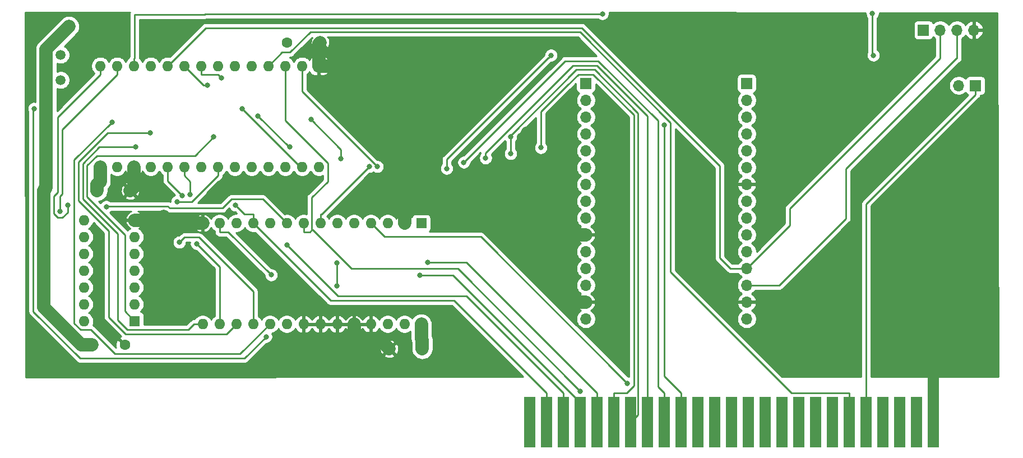
<source format=gbr>
G04 #@! TF.GenerationSoftware,KiCad,Pcbnew,(5.1.5)-3*
G04 #@! TF.CreationDate,2020-11-01T13:07:33-06:00*
G04 #@! TF.ProjectId,Aii-WiFi,4169692d-5769-4466-992e-6b696361645f,rev?*
G04 #@! TF.SameCoordinates,Original*
G04 #@! TF.FileFunction,Copper,L2,Bot*
G04 #@! TF.FilePolarity,Positive*
%FSLAX46Y46*%
G04 Gerber Fmt 4.6, Leading zero omitted, Abs format (unit mm)*
G04 Created by KiCad (PCBNEW (5.1.5)-3) date 2020-11-01 13:07:33*
%MOMM*%
%LPD*%
G04 APERTURE LIST*
%ADD10O,1.700000X1.700000*%
%ADD11R,1.700000X1.700000*%
%ADD12C,1.600000*%
%ADD13O,1.600000X1.600000*%
%ADD14R,1.600000X1.600000*%
%ADD15C,1.500000*%
%ADD16R,1.778000X7.620000*%
%ADD17C,0.800000*%
%ADD18C,2.000000*%
%ADD19C,1.700000*%
%ADD20C,0.250000*%
%ADD21C,0.254000*%
G04 APERTURE END LIST*
D10*
X248920000Y-83820000D03*
D11*
X251460000Y-83820000D03*
D10*
X216900000Y-119060000D03*
X216900000Y-116520000D03*
X216900000Y-113980000D03*
X216900000Y-111440000D03*
X216900000Y-108900000D03*
X216900000Y-106360000D03*
X216900000Y-103820000D03*
X216900000Y-101280000D03*
X216900000Y-98740000D03*
X216900000Y-96200000D03*
X216900000Y-93660000D03*
X216900000Y-91120000D03*
X216900000Y-88580000D03*
X216900000Y-86040000D03*
D11*
X216900000Y-83500000D03*
D10*
X192600000Y-119060000D03*
X192600000Y-116520000D03*
X192600000Y-113980000D03*
X192600000Y-111440000D03*
X192600000Y-108900000D03*
X192600000Y-106360000D03*
X192600000Y-103820000D03*
X192600000Y-101280000D03*
X192600000Y-98740000D03*
X192600000Y-96200000D03*
X192600000Y-93660000D03*
X192600000Y-91120000D03*
X192600000Y-88580000D03*
X192600000Y-86040000D03*
D11*
X192600000Y-83500000D03*
D12*
X162900000Y-123600000D03*
X167900000Y-123600000D03*
D13*
X116840000Y-119380000D03*
X124460000Y-104140000D03*
X116840000Y-116840000D03*
X124460000Y-106680000D03*
X116840000Y-114300000D03*
X124460000Y-109220000D03*
X116840000Y-111760000D03*
X124460000Y-111760000D03*
X116840000Y-109220000D03*
X124460000Y-114300000D03*
X116840000Y-106680000D03*
X124460000Y-116840000D03*
X116840000Y-104140000D03*
D14*
X124460000Y-119380000D03*
D10*
X251206000Y-75438000D03*
X248666000Y-75438000D03*
X246126000Y-75438000D03*
D11*
X243586000Y-75438000D03*
D13*
X167750000Y-119850000D03*
X134730000Y-104610000D03*
X165210000Y-119850000D03*
X137270000Y-104610000D03*
X162670000Y-119850000D03*
X139810000Y-104610000D03*
X160130000Y-119850000D03*
X142350000Y-104610000D03*
X157590000Y-119850000D03*
X144890000Y-104610000D03*
X155050000Y-119850000D03*
X147430000Y-104610000D03*
X152510000Y-119850000D03*
X149970000Y-104610000D03*
X149970000Y-119850000D03*
X152510000Y-104610000D03*
X147430000Y-119850000D03*
X155050000Y-104610000D03*
X144890000Y-119850000D03*
X157590000Y-104610000D03*
X142350000Y-119850000D03*
X160130000Y-104610000D03*
X139810000Y-119850000D03*
X162670000Y-104610000D03*
X137270000Y-119850000D03*
X165210000Y-104610000D03*
X134730000Y-119850000D03*
D14*
X167750000Y-104610000D03*
D13*
X152290000Y-96100000D03*
X119270000Y-80860000D03*
X149750000Y-96100000D03*
X121810000Y-80860000D03*
X147210000Y-96100000D03*
X124350000Y-80860000D03*
X144670000Y-96100000D03*
X126890000Y-80860000D03*
X142130000Y-96100000D03*
X129430000Y-80860000D03*
X139590000Y-96100000D03*
X131970000Y-80860000D03*
X137050000Y-96100000D03*
X134510000Y-80860000D03*
X134510000Y-96100000D03*
X137050000Y-80860000D03*
X131970000Y-96100000D03*
X139590000Y-80860000D03*
X129430000Y-96100000D03*
X142130000Y-80860000D03*
X126890000Y-96100000D03*
X144670000Y-80860000D03*
X124350000Y-96100000D03*
X147210000Y-80860000D03*
X121810000Y-96100000D03*
X149750000Y-80860000D03*
X119270000Y-96100000D03*
D14*
X152290000Y-80860000D03*
D12*
X123000000Y-123000000D03*
X118000000Y-123000000D03*
X152500000Y-77300000D03*
X147500000Y-77300000D03*
X123800000Y-99700000D03*
X118800000Y-99700000D03*
D15*
X113300000Y-83000000D03*
X113300000Y-79200000D03*
D16*
X245110000Y-134620000D03*
X242570000Y-134620000D03*
X240030000Y-134620000D03*
X237490000Y-134620000D03*
X234950000Y-134620000D03*
X232410000Y-134620000D03*
X229870000Y-134620000D03*
X227330000Y-134620000D03*
X224790000Y-134620000D03*
X222250000Y-134620000D03*
X219710000Y-134620000D03*
X217170000Y-134620000D03*
X214630000Y-134620000D03*
X212090000Y-134620000D03*
X209550000Y-134620000D03*
X207010000Y-134620000D03*
X204470000Y-134620000D03*
X201930000Y-134620000D03*
X199390000Y-134620000D03*
X196850000Y-134620000D03*
X194310000Y-134620000D03*
X191770000Y-134620000D03*
X189230000Y-134620000D03*
X186690000Y-134620000D03*
X184150000Y-134620000D03*
D17*
X139982000Y-99102200D03*
X136210200Y-100489400D03*
X128814500Y-103570100D03*
X183804800Y-90965700D03*
X171738500Y-88213800D03*
X136401700Y-91598800D03*
X204477300Y-89815800D03*
X121046000Y-89346800D03*
X151096700Y-88942200D03*
X155631700Y-94824300D03*
X174169600Y-95424500D03*
X131202400Y-107490000D03*
X143095200Y-88421400D03*
X147916300Y-93121600D03*
X177465300Y-94774200D03*
X126779600Y-90931900D03*
X181229500Y-91579300D03*
X181229500Y-94123900D03*
X133797500Y-107711000D03*
X130864500Y-101377800D03*
X185801500Y-93198500D03*
X155002500Y-114121700D03*
X155002500Y-110595200D03*
X168705900Y-110548300D03*
X124591100Y-93126700D03*
X167493300Y-112461700D03*
X145081100Y-112421100D03*
X132841300Y-100286600D03*
X131639600Y-100445400D03*
X147428500Y-107871900D03*
X139696700Y-101913200D03*
X111097400Y-99290700D03*
X114533100Y-74917300D03*
X198887900Y-128794400D03*
X159891500Y-96074800D03*
X161096500Y-96074800D03*
X191788500Y-129973400D03*
X120175700Y-102115800D03*
X114335300Y-101875500D03*
X113197200Y-102804900D03*
X195100000Y-73000000D03*
X171584200Y-96349700D03*
X187350000Y-79250000D03*
X236050000Y-79250000D03*
X235884990Y-72915010D03*
X144301600Y-121752000D03*
X109271800Y-87299800D03*
X140665000Y-87299800D03*
X135478700Y-83757800D03*
X137538700Y-82640600D03*
D18*
X136210200Y-100489400D02*
X137597400Y-99102200D01*
X137597400Y-99102200D02*
X139982000Y-99102200D01*
X128814500Y-103570100D02*
X129854400Y-104610000D01*
X129854400Y-104610000D02*
X134730000Y-104610000D01*
X128814500Y-103570100D02*
X128244600Y-104140000D01*
X128244600Y-104140000D02*
X124460000Y-104140000D01*
X152290000Y-80860000D02*
X164384700Y-80860000D01*
X164384700Y-80860000D02*
X171738500Y-88213800D01*
X190349700Y-106360000D02*
X192600000Y-106360000D01*
X183804800Y-100267100D02*
X189897700Y-106360000D01*
X189897700Y-106360000D02*
X190349700Y-106360000D01*
X190349700Y-106360000D02*
X190349700Y-116520000D01*
X192600000Y-116520000D02*
X190349700Y-116520000D01*
X183804800Y-100267100D02*
X183804800Y-90965700D01*
X165210000Y-102409700D02*
X181662200Y-102409700D01*
X181662200Y-102409700D02*
X183804800Y-100267100D01*
X152290000Y-80860000D02*
X152290000Y-77510000D01*
X152290000Y-77510000D02*
X152500000Y-77300000D01*
X157590000Y-119850000D02*
X157590000Y-122050300D01*
X157590000Y-122050300D02*
X161350300Y-122050300D01*
X161350300Y-122050300D02*
X162900000Y-123600000D01*
X165210000Y-104610000D02*
X165210000Y-102409700D01*
X124350000Y-96100000D02*
X124350000Y-99150000D01*
X124350000Y-99150000D02*
X123800000Y-99700000D01*
D19*
X245110000Y-134620000D02*
X245110000Y-126010000D01*
D20*
X251460000Y-83820000D02*
X251460000Y-85195300D01*
X234950000Y-134620000D02*
X234950000Y-101705300D01*
X234950000Y-101705300D02*
X251460000Y-85195300D01*
X232410000Y-130284700D02*
X223675800Y-130284700D01*
X223675800Y-130284700D02*
X205402600Y-112011500D01*
X205402600Y-112011500D02*
X205402600Y-89432500D01*
X205402600Y-89432500D02*
X191724000Y-75753900D01*
X191724000Y-75753900D02*
X150996400Y-75753900D01*
X150996400Y-75753900D02*
X147932900Y-78817400D01*
X147932900Y-78817400D02*
X146712600Y-78817400D01*
X146712600Y-78817400D02*
X144670000Y-80860000D01*
X232410000Y-134620000D02*
X232410000Y-130284700D01*
X124460000Y-119380000D02*
X123015300Y-117935300D01*
X123015300Y-117935300D02*
X123015300Y-106408900D01*
X123015300Y-106408900D02*
X117270200Y-100663800D01*
X117270200Y-100663800D02*
X117270200Y-95913900D01*
X117270200Y-95913900D02*
X118730600Y-94453500D01*
X118730600Y-94453500D02*
X133547000Y-94453500D01*
X133547000Y-94453500D02*
X136401700Y-91598800D01*
X207010000Y-134620000D02*
X207010000Y-130284600D01*
X207010000Y-130284600D02*
X204477300Y-127751900D01*
X204477300Y-127751900D02*
X204477300Y-89815800D01*
X144890000Y-119850000D02*
X140389100Y-124350900D01*
X140389100Y-124350900D02*
X121508000Y-124350900D01*
X121508000Y-124350900D02*
X117862500Y-120705400D01*
X117862500Y-120705400D02*
X116285200Y-120705400D01*
X116285200Y-120705400D02*
X115319300Y-119739500D01*
X115319300Y-119739500D02*
X115319300Y-95073500D01*
X115319300Y-95073500D02*
X121046000Y-89346800D01*
X155631700Y-94824300D02*
X155631700Y-93477200D01*
X155631700Y-93477200D02*
X151096700Y-88942200D01*
X204470000Y-130284700D02*
X203552000Y-129366700D01*
X203552000Y-129366700D02*
X203552000Y-89150000D01*
X203552000Y-89150000D02*
X194500600Y-80098600D01*
X194500600Y-80098600D02*
X189495500Y-80098600D01*
X189495500Y-80098600D02*
X174169600Y-95424500D01*
X204470000Y-134620000D02*
X204470000Y-130284700D01*
X147916300Y-93121600D02*
X147795400Y-93121600D01*
X147795400Y-93121600D02*
X143095200Y-88421400D01*
X201930000Y-134620000D02*
X201930000Y-88458800D01*
X201930000Y-88458800D02*
X194262000Y-80790800D01*
X194262000Y-80790800D02*
X190673900Y-80790800D01*
X190673900Y-80790800D02*
X177465300Y-93999400D01*
X177465300Y-93999400D02*
X177465300Y-94774200D01*
X142350000Y-119850000D02*
X142350000Y-114891200D01*
X142350000Y-114891200D02*
X134203000Y-106744200D01*
X134203000Y-106744200D02*
X131948200Y-106744200D01*
X131948200Y-106744200D02*
X131202400Y-107490000D01*
X139810000Y-119850000D02*
X138304200Y-121355800D01*
X138304200Y-121355800D02*
X123105900Y-121355800D01*
X123105900Y-121355800D02*
X120542000Y-118791900D01*
X120542000Y-118791900D02*
X120542000Y-105775000D01*
X120542000Y-105775000D02*
X115969600Y-101202600D01*
X115969600Y-101202600D02*
X115969600Y-95375100D01*
X115969600Y-95375100D02*
X120412800Y-90931900D01*
X120412800Y-90931900D02*
X126779600Y-90931900D01*
X181229500Y-91579300D02*
X181229500Y-94123900D01*
X199390000Y-134620000D02*
X200492700Y-133517300D01*
X200492700Y-133517300D02*
X200492700Y-87969400D01*
X200492700Y-87969400D02*
X193966300Y-81443000D01*
X193966300Y-81443000D02*
X191170400Y-81443000D01*
X191170400Y-81443000D02*
X181229500Y-91383900D01*
X181229500Y-91383900D02*
X181229500Y-91579300D01*
X196850000Y-130284700D02*
X198739000Y-130284700D01*
X198739000Y-130284700D02*
X199842300Y-129181400D01*
X199842300Y-129181400D02*
X199842300Y-88265400D01*
X199842300Y-88265400D02*
X193701500Y-82124600D01*
X193701500Y-82124600D02*
X191456800Y-82124600D01*
X191456800Y-82124600D02*
X189818700Y-83762700D01*
X137050000Y-97425300D02*
X133097500Y-101377800D01*
X133097500Y-101377800D02*
X130864500Y-101377800D01*
X137270000Y-119850000D02*
X137270000Y-111183500D01*
X137270000Y-111183500D02*
X133797500Y-107711000D01*
X137050000Y-96100000D02*
X137050000Y-97425300D01*
X196850000Y-134620000D02*
X196850000Y-130284700D01*
X189818700Y-83762700D02*
X189769952Y-83762700D01*
X189769952Y-83762700D02*
X185800000Y-87732652D01*
X185800000Y-87732652D02*
X185800000Y-93200000D01*
X124591100Y-93126700D02*
X119137700Y-93126700D01*
X119137700Y-93126700D02*
X116619900Y-95644500D01*
X116619900Y-95644500D02*
X116619900Y-100933200D01*
X116619900Y-100933200D02*
X121929500Y-106242800D01*
X121929500Y-106242800D02*
X121929500Y-119256300D01*
X121929500Y-119256300D02*
X123378600Y-120705400D01*
X123378600Y-120705400D02*
X132549300Y-120705400D01*
X132549300Y-120705400D02*
X133404700Y-119850000D01*
X194310000Y-134620000D02*
X194310000Y-130284700D01*
X155002500Y-110595200D02*
X155002500Y-114121700D01*
X194310000Y-130284700D02*
X174573600Y-110548300D01*
X174573600Y-110548300D02*
X168705900Y-110548300D01*
X134730000Y-119850000D02*
X133404700Y-119850000D01*
X131970000Y-96100000D02*
X131970000Y-97425300D01*
X131970000Y-97425300D02*
X132841300Y-98296600D01*
X132841300Y-98296600D02*
X132841300Y-100286600D01*
X191770000Y-134620000D02*
X191770000Y-131665900D01*
X191770000Y-131665900D02*
X172565800Y-112461700D01*
X172565800Y-112461700D02*
X167493300Y-112461700D01*
X137270000Y-104610000D02*
X137270000Y-105935300D01*
X137270000Y-105935300D02*
X138595300Y-105935300D01*
X138595300Y-105935300D02*
X145081100Y-112421100D01*
X129430000Y-96100000D02*
X129430000Y-98235800D01*
X129430000Y-98235800D02*
X131639600Y-100445400D01*
X147428500Y-107871900D02*
X155206900Y-115650300D01*
X155206900Y-115650300D02*
X174595600Y-115650300D01*
X174595600Y-115650300D02*
X189230000Y-130284700D01*
X189230000Y-134620000D02*
X189230000Y-130284700D01*
X142350000Y-103284700D02*
X141068200Y-103284700D01*
X141068200Y-103284700D02*
X139696700Y-101913200D01*
X142350000Y-104610000D02*
X142350000Y-103284700D01*
X142350000Y-104610000D02*
X154040600Y-116300600D01*
X154040600Y-116300600D02*
X172705900Y-116300600D01*
X172705900Y-116300600D02*
X186690000Y-130284700D01*
X186690000Y-134620000D02*
X186690000Y-130284700D01*
D18*
X118000000Y-123000000D02*
X116366400Y-123000000D01*
X116366400Y-123000000D02*
X110696500Y-117330100D01*
X110696500Y-117330100D02*
X110696500Y-99691600D01*
X110696500Y-99691600D02*
X111097400Y-99290700D01*
X114533100Y-74917300D02*
X111097400Y-78353000D01*
X111097400Y-78353000D02*
X111097400Y-99290700D01*
X167750000Y-119850000D02*
X167750000Y-122050300D01*
X167750000Y-122050300D02*
X167900000Y-122200300D01*
X167900000Y-122200300D02*
X167900000Y-123600000D01*
X119270000Y-96100000D02*
X119270000Y-98300300D01*
X119270000Y-98300300D02*
X118800000Y-98770300D01*
X118800000Y-98770300D02*
X118800000Y-99700000D01*
D20*
X160130000Y-104610000D02*
X162162700Y-106642700D01*
X162162700Y-106642700D02*
X176736200Y-106642700D01*
X176736200Y-106642700D02*
X198887900Y-128794400D01*
X152510000Y-104610000D02*
X152510000Y-103284700D01*
X149750000Y-82185300D02*
X149750000Y-84728300D01*
X149750000Y-84728300D02*
X161096500Y-96074800D01*
X152510000Y-103284700D02*
X152681600Y-103284700D01*
X152681600Y-103284700D02*
X159891500Y-96074800D01*
X149750000Y-80860000D02*
X149750000Y-82185300D01*
X151175700Y-105660000D02*
X150900400Y-105935300D01*
X150900400Y-105935300D02*
X149970000Y-105935300D01*
X191788500Y-129973400D02*
X173310900Y-111495800D01*
X173310900Y-111495800D02*
X157211700Y-111495800D01*
X157211700Y-111495800D02*
X151375900Y-105660000D01*
X151375900Y-105660000D02*
X151175700Y-105660000D01*
X151175700Y-105660000D02*
X151175700Y-100740200D01*
X151175700Y-100740200D02*
X153619400Y-98296500D01*
X153619400Y-98296500D02*
X153619400Y-95511000D01*
X153619400Y-95511000D02*
X147210000Y-89101600D01*
X147210000Y-89101600D02*
X147210000Y-80860000D01*
X149970000Y-104610000D02*
X149970000Y-105935300D01*
X120175700Y-102115800D02*
X120246700Y-102044800D01*
X120246700Y-102044800D02*
X129446400Y-102044800D01*
X129446400Y-102044800D02*
X129743200Y-102341600D01*
X129743200Y-102341600D02*
X137701600Y-102341600D01*
X137701600Y-102341600D02*
X139072100Y-100971100D01*
X139072100Y-100971100D02*
X143791100Y-100971100D01*
X143791100Y-100971100D02*
X147430000Y-104610000D01*
X114335300Y-101875500D02*
X114335300Y-102975500D01*
X114335300Y-102975500D02*
X113548300Y-103762500D01*
X113548300Y-103762500D02*
X112844700Y-103762500D01*
X112844700Y-103762500D02*
X112271800Y-103189600D01*
X112271800Y-103189600D02*
X112271800Y-100514000D01*
X112271800Y-100514000D02*
X112863200Y-99922600D01*
X112863200Y-99922600D02*
X112863200Y-88592100D01*
X112863200Y-88592100D02*
X119270000Y-82185300D01*
X119270000Y-80860000D02*
X119270000Y-82185300D01*
X113197200Y-102804900D02*
X113197200Y-100508300D01*
X113197200Y-100508300D02*
X113513500Y-100192000D01*
X113513500Y-100192000D02*
X113513500Y-90481800D01*
X113513500Y-90481800D02*
X121810000Y-82185300D01*
X121810000Y-80860000D02*
X121810000Y-82185300D01*
X248666000Y-75438000D02*
X248666000Y-79714000D01*
X124350000Y-79728630D02*
X124400000Y-79678630D01*
X124350000Y-80860000D02*
X124350000Y-79728630D01*
X124400000Y-79678630D02*
X124400000Y-73100000D01*
X135000000Y-73100000D02*
X135100000Y-73000000D01*
X124400000Y-73100000D02*
X135000000Y-73100000D01*
X135100000Y-73000000D02*
X195100000Y-73000000D01*
X195100000Y-73000000D02*
X195200000Y-73000000D01*
X216900000Y-113980000D02*
X221820000Y-113980000D01*
X221820000Y-113980000D02*
X231900000Y-103900000D01*
X231900000Y-103900000D02*
X231900000Y-96400000D01*
X248586000Y-79714000D02*
X248666000Y-79714000D01*
X231900000Y-96400000D02*
X248586000Y-79714000D01*
X246126000Y-79714000D02*
X246126000Y-75438000D01*
X214400000Y-111440000D02*
X212840500Y-109880500D01*
X212840500Y-109880500D02*
X212840500Y-95950700D01*
X212840500Y-95950700D02*
X191993300Y-75103500D01*
X191993300Y-75103500D02*
X135186500Y-75103500D01*
X135186500Y-75103500D02*
X129430000Y-80860000D01*
X214400000Y-111440000D02*
X216900000Y-111440000D01*
X246126000Y-79714000D02*
X246086000Y-79714000D01*
X217749999Y-110590001D02*
X216900000Y-111440000D01*
X223400000Y-104940000D02*
X217749999Y-110590001D01*
X223400000Y-102400000D02*
X223400000Y-104940000D01*
X246086000Y-79714000D02*
X223400000Y-102400000D01*
X171584200Y-96349700D02*
X171584200Y-94986000D01*
X171584200Y-94986000D02*
X186944200Y-79626000D01*
X186944200Y-79626000D02*
X186974000Y-79626000D01*
X186974000Y-79626000D02*
X187300000Y-79300000D01*
X187300000Y-79300000D02*
X187350000Y-79250000D01*
X187350000Y-79250000D02*
X187400000Y-79200000D01*
X235884990Y-79084990D02*
X236050000Y-79250000D01*
X235884990Y-72915010D02*
X235884990Y-79084990D01*
X149750000Y-96100000D02*
X149465200Y-96100000D01*
X149465200Y-96100000D02*
X140665000Y-87299800D01*
X144301600Y-121752000D02*
X141044300Y-125009300D01*
X141044300Y-125009300D02*
X116191200Y-125009300D01*
X116191200Y-125009300D02*
X109147700Y-117965800D01*
X109147700Y-117965800D02*
X109147700Y-87423900D01*
X109147700Y-87423900D02*
X109271800Y-87299800D01*
X131970000Y-80860000D02*
X134867800Y-83757800D01*
X134867800Y-83757800D02*
X135478700Y-83757800D01*
X134510000Y-82185300D02*
X137083400Y-82185300D01*
X137083400Y-82185300D02*
X137538700Y-82640600D01*
X134510000Y-80860000D02*
X134510000Y-82185300D01*
D21*
G36*
X123731829Y-72737831D02*
G01*
X123694454Y-72807753D01*
X123650997Y-72951014D01*
X123636323Y-73100000D01*
X123640001Y-73137343D01*
X123640000Y-79451067D01*
X123620694Y-79514713D01*
X123600998Y-79579644D01*
X123599757Y-79592246D01*
X123595203Y-79638480D01*
X123435241Y-79745363D01*
X123235363Y-79945241D01*
X123080000Y-80177759D01*
X122924637Y-79945241D01*
X122724759Y-79745363D01*
X122489727Y-79588320D01*
X122228574Y-79480147D01*
X121951335Y-79425000D01*
X121668665Y-79425000D01*
X121391426Y-79480147D01*
X121130273Y-79588320D01*
X120895241Y-79745363D01*
X120695363Y-79945241D01*
X120540000Y-80177759D01*
X120384637Y-79945241D01*
X120184759Y-79745363D01*
X119949727Y-79588320D01*
X119688574Y-79480147D01*
X119411335Y-79425000D01*
X119128665Y-79425000D01*
X118851426Y-79480147D01*
X118590273Y-79588320D01*
X118355241Y-79745363D01*
X118155363Y-79945241D01*
X117998320Y-80180273D01*
X117890147Y-80441426D01*
X117835000Y-80718665D01*
X117835000Y-81001335D01*
X117890147Y-81278574D01*
X117998320Y-81539727D01*
X118155363Y-81774759D01*
X118355241Y-81974637D01*
X118385585Y-81994912D01*
X112732400Y-87648099D01*
X112732400Y-84264005D01*
X112896011Y-84331775D01*
X113163589Y-84385000D01*
X113436411Y-84385000D01*
X113703989Y-84331775D01*
X113956043Y-84227371D01*
X114182886Y-84075799D01*
X114375799Y-83882886D01*
X114527371Y-83656043D01*
X114631775Y-83403989D01*
X114685000Y-83136411D01*
X114685000Y-82863589D01*
X114631775Y-82596011D01*
X114527371Y-82343957D01*
X114375799Y-82117114D01*
X114182886Y-81924201D01*
X113956043Y-81772629D01*
X113703989Y-81668225D01*
X113436411Y-81615000D01*
X113163589Y-81615000D01*
X112896011Y-81668225D01*
X112732400Y-81735995D01*
X112732400Y-80464005D01*
X112896011Y-80531775D01*
X113163589Y-80585000D01*
X113436411Y-80585000D01*
X113703989Y-80531775D01*
X113956043Y-80427371D01*
X114182886Y-80275799D01*
X114375799Y-80082886D01*
X114527371Y-79856043D01*
X114631775Y-79603989D01*
X114685000Y-79336411D01*
X114685000Y-79063589D01*
X114631775Y-78796011D01*
X114527371Y-78543957D01*
X114375799Y-78317114D01*
X114182886Y-78124201D01*
X113956043Y-77972629D01*
X113838640Y-77923999D01*
X115746016Y-76016624D01*
X115899130Y-75830053D01*
X116050952Y-75546015D01*
X116144443Y-75237817D01*
X116176012Y-74917300D01*
X116144443Y-74596784D01*
X116050952Y-74288585D01*
X115899130Y-74004548D01*
X115694813Y-73755587D01*
X115445852Y-73551270D01*
X115161815Y-73399448D01*
X114853616Y-73305957D01*
X114533100Y-73274388D01*
X114212583Y-73305957D01*
X113904385Y-73399448D01*
X113620347Y-73551270D01*
X113433776Y-73704384D01*
X109998086Y-77140075D01*
X109935686Y-77191286D01*
X109731369Y-77440249D01*
X109579548Y-77724286D01*
X109486057Y-78032485D01*
X109462400Y-78272678D01*
X109454489Y-78353000D01*
X109462400Y-78433319D01*
X109462400Y-86282436D01*
X109373739Y-86264800D01*
X109169861Y-86264800D01*
X108969902Y-86304574D01*
X108781544Y-86382595D01*
X108612026Y-86495863D01*
X108467863Y-86640026D01*
X108354595Y-86809544D01*
X108276574Y-86997902D01*
X108236800Y-87197861D01*
X108236800Y-87401739D01*
X108276574Y-87601698D01*
X108354595Y-87790056D01*
X108387701Y-87839603D01*
X108387700Y-117928478D01*
X108384024Y-117965800D01*
X108387700Y-118003122D01*
X108387700Y-118003132D01*
X108398697Y-118114785D01*
X108436273Y-118238657D01*
X108442154Y-118258046D01*
X108512726Y-118390076D01*
X108533181Y-118415000D01*
X108607699Y-118505801D01*
X108636703Y-118529604D01*
X115627401Y-125520303D01*
X115651199Y-125549301D01*
X115766924Y-125644274D01*
X115898953Y-125714846D01*
X116042214Y-125758303D01*
X116153867Y-125769300D01*
X116153876Y-125769300D01*
X116191199Y-125772976D01*
X116228522Y-125769300D01*
X141006978Y-125769300D01*
X141044300Y-125772976D01*
X141081622Y-125769300D01*
X141081633Y-125769300D01*
X141193286Y-125758303D01*
X141336547Y-125714846D01*
X141468576Y-125644274D01*
X141584301Y-125549301D01*
X141608104Y-125520297D01*
X142535699Y-124592702D01*
X162086903Y-124592702D01*
X162158486Y-124836671D01*
X162413996Y-124957571D01*
X162688184Y-125026300D01*
X162970512Y-125040217D01*
X163250130Y-124998787D01*
X163516292Y-124903603D01*
X163641514Y-124836671D01*
X163713097Y-124592702D01*
X162900000Y-123779605D01*
X162086903Y-124592702D01*
X142535699Y-124592702D01*
X143457889Y-123670512D01*
X161459783Y-123670512D01*
X161501213Y-123950130D01*
X161596397Y-124216292D01*
X161663329Y-124341514D01*
X161907298Y-124413097D01*
X162720395Y-123600000D01*
X163079605Y-123600000D01*
X163892702Y-124413097D01*
X164136671Y-124341514D01*
X164257571Y-124086004D01*
X164326300Y-123811816D01*
X164340217Y-123529488D01*
X164298787Y-123249870D01*
X164203603Y-122983708D01*
X164136671Y-122858486D01*
X163892702Y-122786903D01*
X163079605Y-123600000D01*
X162720395Y-123600000D01*
X161907298Y-122786903D01*
X161663329Y-122858486D01*
X161542429Y-123113996D01*
X161473700Y-123388184D01*
X161459783Y-123670512D01*
X143457889Y-123670512D01*
X144341402Y-122787000D01*
X144403539Y-122787000D01*
X144603498Y-122747226D01*
X144791856Y-122669205D01*
X144884506Y-122607298D01*
X162086903Y-122607298D01*
X162900000Y-123420395D01*
X163713097Y-122607298D01*
X163641514Y-122363329D01*
X163386004Y-122242429D01*
X163111816Y-122173700D01*
X162829488Y-122159783D01*
X162549870Y-122201213D01*
X162283708Y-122296397D01*
X162158486Y-122363329D01*
X162086903Y-122607298D01*
X144884506Y-122607298D01*
X144961374Y-122555937D01*
X145105537Y-122411774D01*
X145218805Y-122242256D01*
X145296826Y-122053898D01*
X145336600Y-121853939D01*
X145336600Y-121650061D01*
X145296826Y-121450102D01*
X145218805Y-121261744D01*
X145210528Y-121249356D01*
X145308574Y-121229853D01*
X145569727Y-121121680D01*
X145804759Y-120964637D01*
X146004637Y-120764759D01*
X146160000Y-120532241D01*
X146315363Y-120764759D01*
X146515241Y-120964637D01*
X146750273Y-121121680D01*
X147011426Y-121229853D01*
X147288665Y-121285000D01*
X147571335Y-121285000D01*
X147848574Y-121229853D01*
X148109727Y-121121680D01*
X148344759Y-120964637D01*
X148544637Y-120764759D01*
X148701680Y-120529727D01*
X148706067Y-120519135D01*
X148817615Y-120705131D01*
X149006586Y-120913519D01*
X149232580Y-121081037D01*
X149486913Y-121201246D01*
X149620961Y-121241904D01*
X149843000Y-121119915D01*
X149843000Y-119977000D01*
X150097000Y-119977000D01*
X150097000Y-121119915D01*
X150319039Y-121241904D01*
X150453087Y-121201246D01*
X150707420Y-121081037D01*
X150933414Y-120913519D01*
X151122385Y-120705131D01*
X151240000Y-120509018D01*
X151357615Y-120705131D01*
X151546586Y-120913519D01*
X151772580Y-121081037D01*
X152026913Y-121201246D01*
X152160961Y-121241904D01*
X152383000Y-121119915D01*
X152383000Y-119977000D01*
X152637000Y-119977000D01*
X152637000Y-121119915D01*
X152859039Y-121241904D01*
X152993087Y-121201246D01*
X153247420Y-121081037D01*
X153473414Y-120913519D01*
X153662385Y-120705131D01*
X153780000Y-120509018D01*
X153897615Y-120705131D01*
X154086586Y-120913519D01*
X154312580Y-121081037D01*
X154566913Y-121201246D01*
X154700961Y-121241904D01*
X154923000Y-121119915D01*
X154923000Y-119977000D01*
X155177000Y-119977000D01*
X155177000Y-121119915D01*
X155399039Y-121241904D01*
X155533087Y-121201246D01*
X155787420Y-121081037D01*
X156013414Y-120913519D01*
X156202385Y-120705131D01*
X156320000Y-120509018D01*
X156437615Y-120705131D01*
X156626586Y-120913519D01*
X156852580Y-121081037D01*
X157106913Y-121201246D01*
X157240961Y-121241904D01*
X157463000Y-121119915D01*
X157463000Y-119977000D01*
X157717000Y-119977000D01*
X157717000Y-121119915D01*
X157939039Y-121241904D01*
X158073087Y-121201246D01*
X158327420Y-121081037D01*
X158553414Y-120913519D01*
X158742385Y-120705131D01*
X158860000Y-120509018D01*
X158977615Y-120705131D01*
X159166586Y-120913519D01*
X159392580Y-121081037D01*
X159646913Y-121201246D01*
X159780961Y-121241904D01*
X160003000Y-121119915D01*
X160003000Y-119977000D01*
X157717000Y-119977000D01*
X157463000Y-119977000D01*
X155177000Y-119977000D01*
X154923000Y-119977000D01*
X152637000Y-119977000D01*
X152383000Y-119977000D01*
X150097000Y-119977000D01*
X149843000Y-119977000D01*
X149823000Y-119977000D01*
X149823000Y-119723000D01*
X149843000Y-119723000D01*
X149843000Y-118580085D01*
X150097000Y-118580085D01*
X150097000Y-119723000D01*
X152383000Y-119723000D01*
X152383000Y-118580085D01*
X152637000Y-118580085D01*
X152637000Y-119723000D01*
X154923000Y-119723000D01*
X154923000Y-118580085D01*
X155177000Y-118580085D01*
X155177000Y-119723000D01*
X157463000Y-119723000D01*
X157463000Y-118580085D01*
X157717000Y-118580085D01*
X157717000Y-119723000D01*
X160003000Y-119723000D01*
X160003000Y-118580085D01*
X160257000Y-118580085D01*
X160257000Y-119723000D01*
X160277000Y-119723000D01*
X160277000Y-119977000D01*
X160257000Y-119977000D01*
X160257000Y-121119915D01*
X160479039Y-121241904D01*
X160613087Y-121201246D01*
X160867420Y-121081037D01*
X161093414Y-120913519D01*
X161282385Y-120705131D01*
X161393933Y-120519135D01*
X161398320Y-120529727D01*
X161555363Y-120764759D01*
X161755241Y-120964637D01*
X161990273Y-121121680D01*
X162251426Y-121229853D01*
X162528665Y-121285000D01*
X162811335Y-121285000D01*
X163088574Y-121229853D01*
X163349727Y-121121680D01*
X163584759Y-120964637D01*
X163784637Y-120764759D01*
X163940000Y-120532241D01*
X164095363Y-120764759D01*
X164295241Y-120964637D01*
X164530273Y-121121680D01*
X164791426Y-121229853D01*
X165068665Y-121285000D01*
X165351335Y-121285000D01*
X165628574Y-121229853D01*
X165889727Y-121121680D01*
X166115001Y-120971157D01*
X166115001Y-121969971D01*
X166107089Y-122050300D01*
X166138658Y-122370816D01*
X166232148Y-122679014D01*
X166265000Y-122740476D01*
X166265000Y-123680322D01*
X166288657Y-123920516D01*
X166382149Y-124228715D01*
X166533970Y-124512752D01*
X166738287Y-124761714D01*
X166987249Y-124966031D01*
X167271286Y-125117852D01*
X167579485Y-125211343D01*
X167900000Y-125242911D01*
X168220516Y-125211343D01*
X168528715Y-125117852D01*
X168812752Y-124966031D01*
X169061714Y-124761714D01*
X169266031Y-124512752D01*
X169417852Y-124228715D01*
X169511343Y-123920516D01*
X169535000Y-123680322D01*
X169535000Y-122280619D01*
X169542911Y-122200299D01*
X169535000Y-122119978D01*
X169511343Y-121879784D01*
X169417852Y-121571585D01*
X169385000Y-121510123D01*
X169385000Y-119769678D01*
X169361343Y-119529484D01*
X169267852Y-119221285D01*
X169116031Y-118937248D01*
X168911714Y-118688286D01*
X168662751Y-118483969D01*
X168378714Y-118332148D01*
X168070515Y-118238657D01*
X167750000Y-118207089D01*
X167429484Y-118238657D01*
X167121285Y-118332148D01*
X166837248Y-118483969D01*
X166588286Y-118688286D01*
X166383969Y-118937249D01*
X166358196Y-118985466D01*
X166324637Y-118935241D01*
X166124759Y-118735363D01*
X165889727Y-118578320D01*
X165628574Y-118470147D01*
X165351335Y-118415000D01*
X165068665Y-118415000D01*
X164791426Y-118470147D01*
X164530273Y-118578320D01*
X164295241Y-118735363D01*
X164095363Y-118935241D01*
X163940000Y-119167759D01*
X163784637Y-118935241D01*
X163584759Y-118735363D01*
X163349727Y-118578320D01*
X163088574Y-118470147D01*
X162811335Y-118415000D01*
X162528665Y-118415000D01*
X162251426Y-118470147D01*
X161990273Y-118578320D01*
X161755241Y-118735363D01*
X161555363Y-118935241D01*
X161398320Y-119170273D01*
X161393933Y-119180865D01*
X161282385Y-118994869D01*
X161093414Y-118786481D01*
X160867420Y-118618963D01*
X160613087Y-118498754D01*
X160479039Y-118458096D01*
X160257000Y-118580085D01*
X160003000Y-118580085D01*
X159780961Y-118458096D01*
X159646913Y-118498754D01*
X159392580Y-118618963D01*
X159166586Y-118786481D01*
X158977615Y-118994869D01*
X158860000Y-119190982D01*
X158742385Y-118994869D01*
X158553414Y-118786481D01*
X158327420Y-118618963D01*
X158073087Y-118498754D01*
X157939039Y-118458096D01*
X157717000Y-118580085D01*
X157463000Y-118580085D01*
X157240961Y-118458096D01*
X157106913Y-118498754D01*
X156852580Y-118618963D01*
X156626586Y-118786481D01*
X156437615Y-118994869D01*
X156320000Y-119190982D01*
X156202385Y-118994869D01*
X156013414Y-118786481D01*
X155787420Y-118618963D01*
X155533087Y-118498754D01*
X155399039Y-118458096D01*
X155177000Y-118580085D01*
X154923000Y-118580085D01*
X154700961Y-118458096D01*
X154566913Y-118498754D01*
X154312580Y-118618963D01*
X154086586Y-118786481D01*
X153897615Y-118994869D01*
X153780000Y-119190982D01*
X153662385Y-118994869D01*
X153473414Y-118786481D01*
X153247420Y-118618963D01*
X152993087Y-118498754D01*
X152859039Y-118458096D01*
X152637000Y-118580085D01*
X152383000Y-118580085D01*
X152160961Y-118458096D01*
X152026913Y-118498754D01*
X151772580Y-118618963D01*
X151546586Y-118786481D01*
X151357615Y-118994869D01*
X151240000Y-119190982D01*
X151122385Y-118994869D01*
X150933414Y-118786481D01*
X150707420Y-118618963D01*
X150453087Y-118498754D01*
X150319039Y-118458096D01*
X150097000Y-118580085D01*
X149843000Y-118580085D01*
X149620961Y-118458096D01*
X149486913Y-118498754D01*
X149232580Y-118618963D01*
X149006586Y-118786481D01*
X148817615Y-118994869D01*
X148706067Y-119180865D01*
X148701680Y-119170273D01*
X148544637Y-118935241D01*
X148344759Y-118735363D01*
X148109727Y-118578320D01*
X147848574Y-118470147D01*
X147571335Y-118415000D01*
X147288665Y-118415000D01*
X147011426Y-118470147D01*
X146750273Y-118578320D01*
X146515241Y-118735363D01*
X146315363Y-118935241D01*
X146160000Y-119167759D01*
X146004637Y-118935241D01*
X145804759Y-118735363D01*
X145569727Y-118578320D01*
X145308574Y-118470147D01*
X145031335Y-118415000D01*
X144748665Y-118415000D01*
X144471426Y-118470147D01*
X144210273Y-118578320D01*
X143975241Y-118735363D01*
X143775363Y-118935241D01*
X143620000Y-119167759D01*
X143464637Y-118935241D01*
X143264759Y-118735363D01*
X143110000Y-118631957D01*
X143110000Y-114928523D01*
X143113676Y-114891200D01*
X143110000Y-114853877D01*
X143110000Y-114853867D01*
X143099003Y-114742214D01*
X143055546Y-114598953D01*
X143013345Y-114520001D01*
X142984974Y-114466923D01*
X142913799Y-114380197D01*
X142890001Y-114351199D01*
X142861003Y-114327401D01*
X134766804Y-106233203D01*
X134743001Y-106204199D01*
X134627276Y-106109226D01*
X134495247Y-106038654D01*
X134351986Y-105995197D01*
X134240333Y-105984200D01*
X134240322Y-105984200D01*
X134203000Y-105980524D01*
X134165678Y-105984200D01*
X131985522Y-105984200D01*
X131948199Y-105980524D01*
X131910876Y-105984200D01*
X131910867Y-105984200D01*
X131799214Y-105995197D01*
X131655953Y-106038654D01*
X131523924Y-106109226D01*
X131523922Y-106109227D01*
X131523923Y-106109227D01*
X131437196Y-106180401D01*
X131437192Y-106180405D01*
X131408199Y-106204199D01*
X131384405Y-106233192D01*
X131162598Y-106455000D01*
X131100461Y-106455000D01*
X130900502Y-106494774D01*
X130712144Y-106572795D01*
X130542626Y-106686063D01*
X130398463Y-106830226D01*
X130285195Y-106999744D01*
X130207174Y-107188102D01*
X130167400Y-107388061D01*
X130167400Y-107591939D01*
X130207174Y-107791898D01*
X130285195Y-107980256D01*
X130398463Y-108149774D01*
X130542626Y-108293937D01*
X130712144Y-108407205D01*
X130900502Y-108485226D01*
X131100461Y-108525000D01*
X131304339Y-108525000D01*
X131504298Y-108485226D01*
X131692656Y-108407205D01*
X131862174Y-108293937D01*
X132006337Y-108149774D01*
X132119605Y-107980256D01*
X132197626Y-107791898D01*
X132237400Y-107591939D01*
X132237400Y-107529802D01*
X132263002Y-107504200D01*
X132783358Y-107504200D01*
X132762500Y-107609061D01*
X132762500Y-107812939D01*
X132802274Y-108012898D01*
X132880295Y-108201256D01*
X132993563Y-108370774D01*
X133137726Y-108514937D01*
X133307244Y-108628205D01*
X133495602Y-108706226D01*
X133695561Y-108746000D01*
X133757699Y-108746000D01*
X136510001Y-111498303D01*
X136510000Y-118631956D01*
X136355241Y-118735363D01*
X136155363Y-118935241D01*
X136000000Y-119167759D01*
X135844637Y-118935241D01*
X135644759Y-118735363D01*
X135409727Y-118578320D01*
X135148574Y-118470147D01*
X134871335Y-118415000D01*
X134588665Y-118415000D01*
X134311426Y-118470147D01*
X134050273Y-118578320D01*
X133815241Y-118735363D01*
X133615363Y-118935241D01*
X133511957Y-119090000D01*
X133442022Y-119090000D01*
X133404699Y-119086324D01*
X133367376Y-119090000D01*
X133367367Y-119090000D01*
X133255714Y-119100997D01*
X133112453Y-119144454D01*
X132980424Y-119215026D01*
X132864699Y-119309999D01*
X132840901Y-119338997D01*
X132234499Y-119945400D01*
X125898072Y-119945400D01*
X125898072Y-118580000D01*
X125885812Y-118455518D01*
X125849502Y-118335820D01*
X125790537Y-118225506D01*
X125711185Y-118128815D01*
X125614494Y-118049463D01*
X125504180Y-117990498D01*
X125384482Y-117954188D01*
X125376039Y-117953357D01*
X125574637Y-117754759D01*
X125731680Y-117519727D01*
X125839853Y-117258574D01*
X125895000Y-116981335D01*
X125895000Y-116698665D01*
X125839853Y-116421426D01*
X125731680Y-116160273D01*
X125574637Y-115925241D01*
X125374759Y-115725363D01*
X125142241Y-115570000D01*
X125374759Y-115414637D01*
X125574637Y-115214759D01*
X125731680Y-114979727D01*
X125839853Y-114718574D01*
X125895000Y-114441335D01*
X125895000Y-114158665D01*
X125839853Y-113881426D01*
X125731680Y-113620273D01*
X125574637Y-113385241D01*
X125374759Y-113185363D01*
X125142241Y-113030000D01*
X125374759Y-112874637D01*
X125574637Y-112674759D01*
X125731680Y-112439727D01*
X125839853Y-112178574D01*
X125895000Y-111901335D01*
X125895000Y-111618665D01*
X125839853Y-111341426D01*
X125731680Y-111080273D01*
X125574637Y-110845241D01*
X125374759Y-110645363D01*
X125142241Y-110490000D01*
X125374759Y-110334637D01*
X125574637Y-110134759D01*
X125731680Y-109899727D01*
X125839853Y-109638574D01*
X125895000Y-109361335D01*
X125895000Y-109078665D01*
X125839853Y-108801426D01*
X125731680Y-108540273D01*
X125574637Y-108305241D01*
X125374759Y-108105363D01*
X125142241Y-107950000D01*
X125374759Y-107794637D01*
X125574637Y-107594759D01*
X125731680Y-107359727D01*
X125839853Y-107098574D01*
X125895000Y-106821335D01*
X125895000Y-106538665D01*
X125839853Y-106261426D01*
X125731680Y-106000273D01*
X125574637Y-105765241D01*
X125374759Y-105565363D01*
X125139727Y-105408320D01*
X125129135Y-105403933D01*
X125315131Y-105292385D01*
X125523519Y-105103414D01*
X125630536Y-104959040D01*
X133338091Y-104959040D01*
X133432930Y-105223881D01*
X133577615Y-105465131D01*
X133766586Y-105673519D01*
X133992580Y-105841037D01*
X134246913Y-105961246D01*
X134380961Y-106001904D01*
X134603000Y-105879915D01*
X134603000Y-104737000D01*
X133459376Y-104737000D01*
X133338091Y-104959040D01*
X125630536Y-104959040D01*
X125691037Y-104877420D01*
X125811246Y-104623087D01*
X125851904Y-104489039D01*
X125729915Y-104267000D01*
X124587000Y-104267000D01*
X124587000Y-104287000D01*
X124333000Y-104287000D01*
X124333000Y-104267000D01*
X123190085Y-104267000D01*
X123068096Y-104489039D01*
X123108754Y-104623087D01*
X123228963Y-104877420D01*
X123396481Y-105103414D01*
X123604869Y-105292385D01*
X123790865Y-105403933D01*
X123780273Y-105408320D01*
X123545241Y-105565363D01*
X123395903Y-105714701D01*
X121942162Y-104260960D01*
X133338091Y-104260960D01*
X133459376Y-104483000D01*
X134603000Y-104483000D01*
X134603000Y-103340085D01*
X134380961Y-103218096D01*
X134246913Y-103258754D01*
X133992580Y-103378963D01*
X133766586Y-103546481D01*
X133577615Y-103754869D01*
X133432930Y-103996119D01*
X133338091Y-104260960D01*
X121942162Y-104260960D01*
X120694880Y-103013679D01*
X120835474Y-102919737D01*
X120950411Y-102804800D01*
X123952598Y-102804800D01*
X123846119Y-102842930D01*
X123604869Y-102987615D01*
X123396481Y-103176586D01*
X123228963Y-103402580D01*
X123108754Y-103656913D01*
X123068096Y-103790961D01*
X123190085Y-104013000D01*
X124333000Y-104013000D01*
X124333000Y-103993000D01*
X124587000Y-103993000D01*
X124587000Y-104013000D01*
X125729915Y-104013000D01*
X125851904Y-103790961D01*
X125811246Y-103656913D01*
X125691037Y-103402580D01*
X125523519Y-103176586D01*
X125315131Y-102987615D01*
X125073881Y-102842930D01*
X124967402Y-102804800D01*
X129131599Y-102804800D01*
X129179396Y-102852597D01*
X129203199Y-102881601D01*
X129318924Y-102976574D01*
X129428181Y-103034974D01*
X129450953Y-103047146D01*
X129594214Y-103090603D01*
X129743200Y-103105277D01*
X129780533Y-103101600D01*
X137664278Y-103101600D01*
X137701600Y-103105276D01*
X137738922Y-103101600D01*
X137738933Y-103101600D01*
X137850586Y-103090603D01*
X137993847Y-103047146D01*
X138125876Y-102976574D01*
X138241601Y-102881601D01*
X138265404Y-102852597D01*
X138760472Y-102357530D01*
X138779495Y-102403456D01*
X138892763Y-102572974D01*
X139036926Y-102717137D01*
X139206444Y-102830405D01*
X139394802Y-102908426D01*
X139594761Y-102948200D01*
X139656899Y-102948200D01*
X139883698Y-103175000D01*
X139668665Y-103175000D01*
X139391426Y-103230147D01*
X139130273Y-103338320D01*
X138895241Y-103495363D01*
X138695363Y-103695241D01*
X138540000Y-103927759D01*
X138384637Y-103695241D01*
X138184759Y-103495363D01*
X137949727Y-103338320D01*
X137688574Y-103230147D01*
X137411335Y-103175000D01*
X137128665Y-103175000D01*
X136851426Y-103230147D01*
X136590273Y-103338320D01*
X136355241Y-103495363D01*
X136155363Y-103695241D01*
X135998320Y-103930273D01*
X135993933Y-103940865D01*
X135882385Y-103754869D01*
X135693414Y-103546481D01*
X135467420Y-103378963D01*
X135213087Y-103258754D01*
X135079039Y-103218096D01*
X134857000Y-103340085D01*
X134857000Y-104483000D01*
X134877000Y-104483000D01*
X134877000Y-104737000D01*
X134857000Y-104737000D01*
X134857000Y-105879915D01*
X135079039Y-106001904D01*
X135213087Y-105961246D01*
X135467420Y-105841037D01*
X135693414Y-105673519D01*
X135882385Y-105465131D01*
X135993933Y-105279135D01*
X135998320Y-105289727D01*
X136155363Y-105524759D01*
X136355241Y-105724637D01*
X136510001Y-105828044D01*
X136510001Y-105897958D01*
X136506323Y-105935300D01*
X136520997Y-106084286D01*
X136564454Y-106227547D01*
X136635026Y-106359576D01*
X136729999Y-106475301D01*
X136845724Y-106570274D01*
X136977753Y-106640846D01*
X137121014Y-106684303D01*
X137232667Y-106695300D01*
X137270000Y-106698977D01*
X137307333Y-106695300D01*
X138280499Y-106695300D01*
X144046100Y-112460902D01*
X144046100Y-112523039D01*
X144085874Y-112722998D01*
X144163895Y-112911356D01*
X144277163Y-113080874D01*
X144421326Y-113225037D01*
X144590844Y-113338305D01*
X144779202Y-113416326D01*
X144979161Y-113456100D01*
X145183039Y-113456100D01*
X145382998Y-113416326D01*
X145571356Y-113338305D01*
X145740874Y-113225037D01*
X145885037Y-113080874D01*
X145998305Y-112911356D01*
X146076326Y-112722998D01*
X146116100Y-112523039D01*
X146116100Y-112319161D01*
X146076326Y-112119202D01*
X145998305Y-111930844D01*
X145885037Y-111761326D01*
X145740874Y-111617163D01*
X145571356Y-111503895D01*
X145382998Y-111425874D01*
X145183039Y-111386100D01*
X145120902Y-111386100D01*
X139779801Y-106045000D01*
X139951335Y-106045000D01*
X140228574Y-105989853D01*
X140489727Y-105881680D01*
X140724759Y-105724637D01*
X140924637Y-105524759D01*
X141080000Y-105292241D01*
X141235363Y-105524759D01*
X141435241Y-105724637D01*
X141670273Y-105881680D01*
X141931426Y-105989853D01*
X142208665Y-106045000D01*
X142491335Y-106045000D01*
X142673887Y-106008688D01*
X153476800Y-116811602D01*
X153500599Y-116840601D01*
X153529597Y-116864399D01*
X153616323Y-116935574D01*
X153748353Y-117006146D01*
X153891614Y-117049603D01*
X154003267Y-117060600D01*
X154003276Y-117060600D01*
X154040599Y-117064276D01*
X154077922Y-117060600D01*
X172391099Y-117060600D01*
X183152341Y-127821843D01*
X108026771Y-127872914D01*
X107927230Y-72727087D01*
X123731829Y-72737831D01*
G37*
X123731829Y-72737831D02*
X123694454Y-72807753D01*
X123650997Y-72951014D01*
X123636323Y-73100000D01*
X123640001Y-73137343D01*
X123640000Y-79451067D01*
X123620694Y-79514713D01*
X123600998Y-79579644D01*
X123599757Y-79592246D01*
X123595203Y-79638480D01*
X123435241Y-79745363D01*
X123235363Y-79945241D01*
X123080000Y-80177759D01*
X122924637Y-79945241D01*
X122724759Y-79745363D01*
X122489727Y-79588320D01*
X122228574Y-79480147D01*
X121951335Y-79425000D01*
X121668665Y-79425000D01*
X121391426Y-79480147D01*
X121130273Y-79588320D01*
X120895241Y-79745363D01*
X120695363Y-79945241D01*
X120540000Y-80177759D01*
X120384637Y-79945241D01*
X120184759Y-79745363D01*
X119949727Y-79588320D01*
X119688574Y-79480147D01*
X119411335Y-79425000D01*
X119128665Y-79425000D01*
X118851426Y-79480147D01*
X118590273Y-79588320D01*
X118355241Y-79745363D01*
X118155363Y-79945241D01*
X117998320Y-80180273D01*
X117890147Y-80441426D01*
X117835000Y-80718665D01*
X117835000Y-81001335D01*
X117890147Y-81278574D01*
X117998320Y-81539727D01*
X118155363Y-81774759D01*
X118355241Y-81974637D01*
X118385585Y-81994912D01*
X112732400Y-87648099D01*
X112732400Y-84264005D01*
X112896011Y-84331775D01*
X113163589Y-84385000D01*
X113436411Y-84385000D01*
X113703989Y-84331775D01*
X113956043Y-84227371D01*
X114182886Y-84075799D01*
X114375799Y-83882886D01*
X114527371Y-83656043D01*
X114631775Y-83403989D01*
X114685000Y-83136411D01*
X114685000Y-82863589D01*
X114631775Y-82596011D01*
X114527371Y-82343957D01*
X114375799Y-82117114D01*
X114182886Y-81924201D01*
X113956043Y-81772629D01*
X113703989Y-81668225D01*
X113436411Y-81615000D01*
X113163589Y-81615000D01*
X112896011Y-81668225D01*
X112732400Y-81735995D01*
X112732400Y-80464005D01*
X112896011Y-80531775D01*
X113163589Y-80585000D01*
X113436411Y-80585000D01*
X113703989Y-80531775D01*
X113956043Y-80427371D01*
X114182886Y-80275799D01*
X114375799Y-80082886D01*
X114527371Y-79856043D01*
X114631775Y-79603989D01*
X114685000Y-79336411D01*
X114685000Y-79063589D01*
X114631775Y-78796011D01*
X114527371Y-78543957D01*
X114375799Y-78317114D01*
X114182886Y-78124201D01*
X113956043Y-77972629D01*
X113838640Y-77923999D01*
X115746016Y-76016624D01*
X115899130Y-75830053D01*
X116050952Y-75546015D01*
X116144443Y-75237817D01*
X116176012Y-74917300D01*
X116144443Y-74596784D01*
X116050952Y-74288585D01*
X115899130Y-74004548D01*
X115694813Y-73755587D01*
X115445852Y-73551270D01*
X115161815Y-73399448D01*
X114853616Y-73305957D01*
X114533100Y-73274388D01*
X114212583Y-73305957D01*
X113904385Y-73399448D01*
X113620347Y-73551270D01*
X113433776Y-73704384D01*
X109998086Y-77140075D01*
X109935686Y-77191286D01*
X109731369Y-77440249D01*
X109579548Y-77724286D01*
X109486057Y-78032485D01*
X109462400Y-78272678D01*
X109454489Y-78353000D01*
X109462400Y-78433319D01*
X109462400Y-86282436D01*
X109373739Y-86264800D01*
X109169861Y-86264800D01*
X108969902Y-86304574D01*
X108781544Y-86382595D01*
X108612026Y-86495863D01*
X108467863Y-86640026D01*
X108354595Y-86809544D01*
X108276574Y-86997902D01*
X108236800Y-87197861D01*
X108236800Y-87401739D01*
X108276574Y-87601698D01*
X108354595Y-87790056D01*
X108387701Y-87839603D01*
X108387700Y-117928478D01*
X108384024Y-117965800D01*
X108387700Y-118003122D01*
X108387700Y-118003132D01*
X108398697Y-118114785D01*
X108436273Y-118238657D01*
X108442154Y-118258046D01*
X108512726Y-118390076D01*
X108533181Y-118415000D01*
X108607699Y-118505801D01*
X108636703Y-118529604D01*
X115627401Y-125520303D01*
X115651199Y-125549301D01*
X115766924Y-125644274D01*
X115898953Y-125714846D01*
X116042214Y-125758303D01*
X116153867Y-125769300D01*
X116153876Y-125769300D01*
X116191199Y-125772976D01*
X116228522Y-125769300D01*
X141006978Y-125769300D01*
X141044300Y-125772976D01*
X141081622Y-125769300D01*
X141081633Y-125769300D01*
X141193286Y-125758303D01*
X141336547Y-125714846D01*
X141468576Y-125644274D01*
X141584301Y-125549301D01*
X141608104Y-125520297D01*
X142535699Y-124592702D01*
X162086903Y-124592702D01*
X162158486Y-124836671D01*
X162413996Y-124957571D01*
X162688184Y-125026300D01*
X162970512Y-125040217D01*
X163250130Y-124998787D01*
X163516292Y-124903603D01*
X163641514Y-124836671D01*
X163713097Y-124592702D01*
X162900000Y-123779605D01*
X162086903Y-124592702D01*
X142535699Y-124592702D01*
X143457889Y-123670512D01*
X161459783Y-123670512D01*
X161501213Y-123950130D01*
X161596397Y-124216292D01*
X161663329Y-124341514D01*
X161907298Y-124413097D01*
X162720395Y-123600000D01*
X163079605Y-123600000D01*
X163892702Y-124413097D01*
X164136671Y-124341514D01*
X164257571Y-124086004D01*
X164326300Y-123811816D01*
X164340217Y-123529488D01*
X164298787Y-123249870D01*
X164203603Y-122983708D01*
X164136671Y-122858486D01*
X163892702Y-122786903D01*
X163079605Y-123600000D01*
X162720395Y-123600000D01*
X161907298Y-122786903D01*
X161663329Y-122858486D01*
X161542429Y-123113996D01*
X161473700Y-123388184D01*
X161459783Y-123670512D01*
X143457889Y-123670512D01*
X144341402Y-122787000D01*
X144403539Y-122787000D01*
X144603498Y-122747226D01*
X144791856Y-122669205D01*
X144884506Y-122607298D01*
X162086903Y-122607298D01*
X162900000Y-123420395D01*
X163713097Y-122607298D01*
X163641514Y-122363329D01*
X163386004Y-122242429D01*
X163111816Y-122173700D01*
X162829488Y-122159783D01*
X162549870Y-122201213D01*
X162283708Y-122296397D01*
X162158486Y-122363329D01*
X162086903Y-122607298D01*
X144884506Y-122607298D01*
X144961374Y-122555937D01*
X145105537Y-122411774D01*
X145218805Y-122242256D01*
X145296826Y-122053898D01*
X145336600Y-121853939D01*
X145336600Y-121650061D01*
X145296826Y-121450102D01*
X145218805Y-121261744D01*
X145210528Y-121249356D01*
X145308574Y-121229853D01*
X145569727Y-121121680D01*
X145804759Y-120964637D01*
X146004637Y-120764759D01*
X146160000Y-120532241D01*
X146315363Y-120764759D01*
X146515241Y-120964637D01*
X146750273Y-121121680D01*
X147011426Y-121229853D01*
X147288665Y-121285000D01*
X147571335Y-121285000D01*
X147848574Y-121229853D01*
X148109727Y-121121680D01*
X148344759Y-120964637D01*
X148544637Y-120764759D01*
X148701680Y-120529727D01*
X148706067Y-120519135D01*
X148817615Y-120705131D01*
X149006586Y-120913519D01*
X149232580Y-121081037D01*
X149486913Y-121201246D01*
X149620961Y-121241904D01*
X149843000Y-121119915D01*
X149843000Y-119977000D01*
X150097000Y-119977000D01*
X150097000Y-121119915D01*
X150319039Y-121241904D01*
X150453087Y-121201246D01*
X150707420Y-121081037D01*
X150933414Y-120913519D01*
X151122385Y-120705131D01*
X151240000Y-120509018D01*
X151357615Y-120705131D01*
X151546586Y-120913519D01*
X151772580Y-121081037D01*
X152026913Y-121201246D01*
X152160961Y-121241904D01*
X152383000Y-121119915D01*
X152383000Y-119977000D01*
X152637000Y-119977000D01*
X152637000Y-121119915D01*
X152859039Y-121241904D01*
X152993087Y-121201246D01*
X153247420Y-121081037D01*
X153473414Y-120913519D01*
X153662385Y-120705131D01*
X153780000Y-120509018D01*
X153897615Y-120705131D01*
X154086586Y-120913519D01*
X154312580Y-121081037D01*
X154566913Y-121201246D01*
X154700961Y-121241904D01*
X154923000Y-121119915D01*
X154923000Y-119977000D01*
X155177000Y-119977000D01*
X155177000Y-121119915D01*
X155399039Y-121241904D01*
X155533087Y-121201246D01*
X155787420Y-121081037D01*
X156013414Y-120913519D01*
X156202385Y-120705131D01*
X156320000Y-120509018D01*
X156437615Y-120705131D01*
X156626586Y-120913519D01*
X156852580Y-121081037D01*
X157106913Y-121201246D01*
X157240961Y-121241904D01*
X157463000Y-121119915D01*
X157463000Y-119977000D01*
X157717000Y-119977000D01*
X157717000Y-121119915D01*
X157939039Y-121241904D01*
X158073087Y-121201246D01*
X158327420Y-121081037D01*
X158553414Y-120913519D01*
X158742385Y-120705131D01*
X158860000Y-120509018D01*
X158977615Y-120705131D01*
X159166586Y-120913519D01*
X159392580Y-121081037D01*
X159646913Y-121201246D01*
X159780961Y-121241904D01*
X160003000Y-121119915D01*
X160003000Y-119977000D01*
X157717000Y-119977000D01*
X157463000Y-119977000D01*
X155177000Y-119977000D01*
X154923000Y-119977000D01*
X152637000Y-119977000D01*
X152383000Y-119977000D01*
X150097000Y-119977000D01*
X149843000Y-119977000D01*
X149823000Y-119977000D01*
X149823000Y-119723000D01*
X149843000Y-119723000D01*
X149843000Y-118580085D01*
X150097000Y-118580085D01*
X150097000Y-119723000D01*
X152383000Y-119723000D01*
X152383000Y-118580085D01*
X152637000Y-118580085D01*
X152637000Y-119723000D01*
X154923000Y-119723000D01*
X154923000Y-118580085D01*
X155177000Y-118580085D01*
X155177000Y-119723000D01*
X157463000Y-119723000D01*
X157463000Y-118580085D01*
X157717000Y-118580085D01*
X157717000Y-119723000D01*
X160003000Y-119723000D01*
X160003000Y-118580085D01*
X160257000Y-118580085D01*
X160257000Y-119723000D01*
X160277000Y-119723000D01*
X160277000Y-119977000D01*
X160257000Y-119977000D01*
X160257000Y-121119915D01*
X160479039Y-121241904D01*
X160613087Y-121201246D01*
X160867420Y-121081037D01*
X161093414Y-120913519D01*
X161282385Y-120705131D01*
X161393933Y-120519135D01*
X161398320Y-120529727D01*
X161555363Y-120764759D01*
X161755241Y-120964637D01*
X161990273Y-121121680D01*
X162251426Y-121229853D01*
X162528665Y-121285000D01*
X162811335Y-121285000D01*
X163088574Y-121229853D01*
X163349727Y-121121680D01*
X163584759Y-120964637D01*
X163784637Y-120764759D01*
X163940000Y-120532241D01*
X164095363Y-120764759D01*
X164295241Y-120964637D01*
X164530273Y-121121680D01*
X164791426Y-121229853D01*
X165068665Y-121285000D01*
X165351335Y-121285000D01*
X165628574Y-121229853D01*
X165889727Y-121121680D01*
X166115001Y-120971157D01*
X166115001Y-121969971D01*
X166107089Y-122050300D01*
X166138658Y-122370816D01*
X166232148Y-122679014D01*
X166265000Y-122740476D01*
X166265000Y-123680322D01*
X166288657Y-123920516D01*
X166382149Y-124228715D01*
X166533970Y-124512752D01*
X166738287Y-124761714D01*
X166987249Y-124966031D01*
X167271286Y-125117852D01*
X167579485Y-125211343D01*
X167900000Y-125242911D01*
X168220516Y-125211343D01*
X168528715Y-125117852D01*
X168812752Y-124966031D01*
X169061714Y-124761714D01*
X169266031Y-124512752D01*
X169417852Y-124228715D01*
X169511343Y-123920516D01*
X169535000Y-123680322D01*
X169535000Y-122280619D01*
X169542911Y-122200299D01*
X169535000Y-122119978D01*
X169511343Y-121879784D01*
X169417852Y-121571585D01*
X169385000Y-121510123D01*
X169385000Y-119769678D01*
X169361343Y-119529484D01*
X169267852Y-119221285D01*
X169116031Y-118937248D01*
X168911714Y-118688286D01*
X168662751Y-118483969D01*
X168378714Y-118332148D01*
X168070515Y-118238657D01*
X167750000Y-118207089D01*
X167429484Y-118238657D01*
X167121285Y-118332148D01*
X166837248Y-118483969D01*
X166588286Y-118688286D01*
X166383969Y-118937249D01*
X166358196Y-118985466D01*
X166324637Y-118935241D01*
X166124759Y-118735363D01*
X165889727Y-118578320D01*
X165628574Y-118470147D01*
X165351335Y-118415000D01*
X165068665Y-118415000D01*
X164791426Y-118470147D01*
X164530273Y-118578320D01*
X164295241Y-118735363D01*
X164095363Y-118935241D01*
X163940000Y-119167759D01*
X163784637Y-118935241D01*
X163584759Y-118735363D01*
X163349727Y-118578320D01*
X163088574Y-118470147D01*
X162811335Y-118415000D01*
X162528665Y-118415000D01*
X162251426Y-118470147D01*
X161990273Y-118578320D01*
X161755241Y-118735363D01*
X161555363Y-118935241D01*
X161398320Y-119170273D01*
X161393933Y-119180865D01*
X161282385Y-118994869D01*
X161093414Y-118786481D01*
X160867420Y-118618963D01*
X160613087Y-118498754D01*
X160479039Y-118458096D01*
X160257000Y-118580085D01*
X160003000Y-118580085D01*
X159780961Y-118458096D01*
X159646913Y-118498754D01*
X159392580Y-118618963D01*
X159166586Y-118786481D01*
X158977615Y-118994869D01*
X158860000Y-119190982D01*
X158742385Y-118994869D01*
X158553414Y-118786481D01*
X158327420Y-118618963D01*
X158073087Y-118498754D01*
X157939039Y-118458096D01*
X157717000Y-118580085D01*
X157463000Y-118580085D01*
X157240961Y-118458096D01*
X157106913Y-118498754D01*
X156852580Y-118618963D01*
X156626586Y-118786481D01*
X156437615Y-118994869D01*
X156320000Y-119190982D01*
X156202385Y-118994869D01*
X156013414Y-118786481D01*
X155787420Y-118618963D01*
X155533087Y-118498754D01*
X155399039Y-118458096D01*
X155177000Y-118580085D01*
X154923000Y-118580085D01*
X154700961Y-118458096D01*
X154566913Y-118498754D01*
X154312580Y-118618963D01*
X154086586Y-118786481D01*
X153897615Y-118994869D01*
X153780000Y-119190982D01*
X153662385Y-118994869D01*
X153473414Y-118786481D01*
X153247420Y-118618963D01*
X152993087Y-118498754D01*
X152859039Y-118458096D01*
X152637000Y-118580085D01*
X152383000Y-118580085D01*
X152160961Y-118458096D01*
X152026913Y-118498754D01*
X151772580Y-118618963D01*
X151546586Y-118786481D01*
X151357615Y-118994869D01*
X151240000Y-119190982D01*
X151122385Y-118994869D01*
X150933414Y-118786481D01*
X150707420Y-118618963D01*
X150453087Y-118498754D01*
X150319039Y-118458096D01*
X150097000Y-118580085D01*
X149843000Y-118580085D01*
X149620961Y-118458096D01*
X149486913Y-118498754D01*
X149232580Y-118618963D01*
X149006586Y-118786481D01*
X148817615Y-118994869D01*
X148706067Y-119180865D01*
X148701680Y-119170273D01*
X148544637Y-118935241D01*
X148344759Y-118735363D01*
X148109727Y-118578320D01*
X147848574Y-118470147D01*
X147571335Y-118415000D01*
X147288665Y-118415000D01*
X147011426Y-118470147D01*
X146750273Y-118578320D01*
X146515241Y-118735363D01*
X146315363Y-118935241D01*
X146160000Y-119167759D01*
X146004637Y-118935241D01*
X145804759Y-118735363D01*
X145569727Y-118578320D01*
X145308574Y-118470147D01*
X145031335Y-118415000D01*
X144748665Y-118415000D01*
X144471426Y-118470147D01*
X144210273Y-118578320D01*
X143975241Y-118735363D01*
X143775363Y-118935241D01*
X143620000Y-119167759D01*
X143464637Y-118935241D01*
X143264759Y-118735363D01*
X143110000Y-118631957D01*
X143110000Y-114928523D01*
X143113676Y-114891200D01*
X143110000Y-114853877D01*
X143110000Y-114853867D01*
X143099003Y-114742214D01*
X143055546Y-114598953D01*
X143013345Y-114520001D01*
X142984974Y-114466923D01*
X142913799Y-114380197D01*
X142890001Y-114351199D01*
X142861003Y-114327401D01*
X134766804Y-106233203D01*
X134743001Y-106204199D01*
X134627276Y-106109226D01*
X134495247Y-106038654D01*
X134351986Y-105995197D01*
X134240333Y-105984200D01*
X134240322Y-105984200D01*
X134203000Y-105980524D01*
X134165678Y-105984200D01*
X131985522Y-105984200D01*
X131948199Y-105980524D01*
X131910876Y-105984200D01*
X131910867Y-105984200D01*
X131799214Y-105995197D01*
X131655953Y-106038654D01*
X131523924Y-106109226D01*
X131523922Y-106109227D01*
X131523923Y-106109227D01*
X131437196Y-106180401D01*
X131437192Y-106180405D01*
X131408199Y-106204199D01*
X131384405Y-106233192D01*
X131162598Y-106455000D01*
X131100461Y-106455000D01*
X130900502Y-106494774D01*
X130712144Y-106572795D01*
X130542626Y-106686063D01*
X130398463Y-106830226D01*
X130285195Y-106999744D01*
X130207174Y-107188102D01*
X130167400Y-107388061D01*
X130167400Y-107591939D01*
X130207174Y-107791898D01*
X130285195Y-107980256D01*
X130398463Y-108149774D01*
X130542626Y-108293937D01*
X130712144Y-108407205D01*
X130900502Y-108485226D01*
X131100461Y-108525000D01*
X131304339Y-108525000D01*
X131504298Y-108485226D01*
X131692656Y-108407205D01*
X131862174Y-108293937D01*
X132006337Y-108149774D01*
X132119605Y-107980256D01*
X132197626Y-107791898D01*
X132237400Y-107591939D01*
X132237400Y-107529802D01*
X132263002Y-107504200D01*
X132783358Y-107504200D01*
X132762500Y-107609061D01*
X132762500Y-107812939D01*
X132802274Y-108012898D01*
X132880295Y-108201256D01*
X132993563Y-108370774D01*
X133137726Y-108514937D01*
X133307244Y-108628205D01*
X133495602Y-108706226D01*
X133695561Y-108746000D01*
X133757699Y-108746000D01*
X136510001Y-111498303D01*
X136510000Y-118631956D01*
X136355241Y-118735363D01*
X136155363Y-118935241D01*
X136000000Y-119167759D01*
X135844637Y-118935241D01*
X135644759Y-118735363D01*
X135409727Y-118578320D01*
X135148574Y-118470147D01*
X134871335Y-118415000D01*
X134588665Y-118415000D01*
X134311426Y-118470147D01*
X134050273Y-118578320D01*
X133815241Y-118735363D01*
X133615363Y-118935241D01*
X133511957Y-119090000D01*
X133442022Y-119090000D01*
X133404699Y-119086324D01*
X133367376Y-119090000D01*
X133367367Y-119090000D01*
X133255714Y-119100997D01*
X133112453Y-119144454D01*
X132980424Y-119215026D01*
X132864699Y-119309999D01*
X132840901Y-119338997D01*
X132234499Y-119945400D01*
X125898072Y-119945400D01*
X125898072Y-118580000D01*
X125885812Y-118455518D01*
X125849502Y-118335820D01*
X125790537Y-118225506D01*
X125711185Y-118128815D01*
X125614494Y-118049463D01*
X125504180Y-117990498D01*
X125384482Y-117954188D01*
X125376039Y-117953357D01*
X125574637Y-117754759D01*
X125731680Y-117519727D01*
X125839853Y-117258574D01*
X125895000Y-116981335D01*
X125895000Y-116698665D01*
X125839853Y-116421426D01*
X125731680Y-116160273D01*
X125574637Y-115925241D01*
X125374759Y-115725363D01*
X125142241Y-115570000D01*
X125374759Y-115414637D01*
X125574637Y-115214759D01*
X125731680Y-114979727D01*
X125839853Y-114718574D01*
X125895000Y-114441335D01*
X125895000Y-114158665D01*
X125839853Y-113881426D01*
X125731680Y-113620273D01*
X125574637Y-113385241D01*
X125374759Y-113185363D01*
X125142241Y-113030000D01*
X125374759Y-112874637D01*
X125574637Y-112674759D01*
X125731680Y-112439727D01*
X125839853Y-112178574D01*
X125895000Y-111901335D01*
X125895000Y-111618665D01*
X125839853Y-111341426D01*
X125731680Y-111080273D01*
X125574637Y-110845241D01*
X125374759Y-110645363D01*
X125142241Y-110490000D01*
X125374759Y-110334637D01*
X125574637Y-110134759D01*
X125731680Y-109899727D01*
X125839853Y-109638574D01*
X125895000Y-109361335D01*
X125895000Y-109078665D01*
X125839853Y-108801426D01*
X125731680Y-108540273D01*
X125574637Y-108305241D01*
X125374759Y-108105363D01*
X125142241Y-107950000D01*
X125374759Y-107794637D01*
X125574637Y-107594759D01*
X125731680Y-107359727D01*
X125839853Y-107098574D01*
X125895000Y-106821335D01*
X125895000Y-106538665D01*
X125839853Y-106261426D01*
X125731680Y-106000273D01*
X125574637Y-105765241D01*
X125374759Y-105565363D01*
X125139727Y-105408320D01*
X125129135Y-105403933D01*
X125315131Y-105292385D01*
X125523519Y-105103414D01*
X125630536Y-104959040D01*
X133338091Y-104959040D01*
X133432930Y-105223881D01*
X133577615Y-105465131D01*
X133766586Y-105673519D01*
X133992580Y-105841037D01*
X134246913Y-105961246D01*
X134380961Y-106001904D01*
X134603000Y-105879915D01*
X134603000Y-104737000D01*
X133459376Y-104737000D01*
X133338091Y-104959040D01*
X125630536Y-104959040D01*
X125691037Y-104877420D01*
X125811246Y-104623087D01*
X125851904Y-104489039D01*
X125729915Y-104267000D01*
X124587000Y-104267000D01*
X124587000Y-104287000D01*
X124333000Y-104287000D01*
X124333000Y-104267000D01*
X123190085Y-104267000D01*
X123068096Y-104489039D01*
X123108754Y-104623087D01*
X123228963Y-104877420D01*
X123396481Y-105103414D01*
X123604869Y-105292385D01*
X123790865Y-105403933D01*
X123780273Y-105408320D01*
X123545241Y-105565363D01*
X123395903Y-105714701D01*
X121942162Y-104260960D01*
X133338091Y-104260960D01*
X133459376Y-104483000D01*
X134603000Y-104483000D01*
X134603000Y-103340085D01*
X134380961Y-103218096D01*
X134246913Y-103258754D01*
X133992580Y-103378963D01*
X133766586Y-103546481D01*
X133577615Y-103754869D01*
X133432930Y-103996119D01*
X133338091Y-104260960D01*
X121942162Y-104260960D01*
X120694880Y-103013679D01*
X120835474Y-102919737D01*
X120950411Y-102804800D01*
X123952598Y-102804800D01*
X123846119Y-102842930D01*
X123604869Y-102987615D01*
X123396481Y-103176586D01*
X123228963Y-103402580D01*
X123108754Y-103656913D01*
X123068096Y-103790961D01*
X123190085Y-104013000D01*
X124333000Y-104013000D01*
X124333000Y-103993000D01*
X124587000Y-103993000D01*
X124587000Y-104013000D01*
X125729915Y-104013000D01*
X125851904Y-103790961D01*
X125811246Y-103656913D01*
X125691037Y-103402580D01*
X125523519Y-103176586D01*
X125315131Y-102987615D01*
X125073881Y-102842930D01*
X124967402Y-102804800D01*
X129131599Y-102804800D01*
X129179396Y-102852597D01*
X129203199Y-102881601D01*
X129318924Y-102976574D01*
X129428181Y-103034974D01*
X129450953Y-103047146D01*
X129594214Y-103090603D01*
X129743200Y-103105277D01*
X129780533Y-103101600D01*
X137664278Y-103101600D01*
X137701600Y-103105276D01*
X137738922Y-103101600D01*
X137738933Y-103101600D01*
X137850586Y-103090603D01*
X137993847Y-103047146D01*
X138125876Y-102976574D01*
X138241601Y-102881601D01*
X138265404Y-102852597D01*
X138760472Y-102357530D01*
X138779495Y-102403456D01*
X138892763Y-102572974D01*
X139036926Y-102717137D01*
X139206444Y-102830405D01*
X139394802Y-102908426D01*
X139594761Y-102948200D01*
X139656899Y-102948200D01*
X139883698Y-103175000D01*
X139668665Y-103175000D01*
X139391426Y-103230147D01*
X139130273Y-103338320D01*
X138895241Y-103495363D01*
X138695363Y-103695241D01*
X138540000Y-103927759D01*
X138384637Y-103695241D01*
X138184759Y-103495363D01*
X137949727Y-103338320D01*
X137688574Y-103230147D01*
X137411335Y-103175000D01*
X137128665Y-103175000D01*
X136851426Y-103230147D01*
X136590273Y-103338320D01*
X136355241Y-103495363D01*
X136155363Y-103695241D01*
X135998320Y-103930273D01*
X135993933Y-103940865D01*
X135882385Y-103754869D01*
X135693414Y-103546481D01*
X135467420Y-103378963D01*
X135213087Y-103258754D01*
X135079039Y-103218096D01*
X134857000Y-103340085D01*
X134857000Y-104483000D01*
X134877000Y-104483000D01*
X134877000Y-104737000D01*
X134857000Y-104737000D01*
X134857000Y-105879915D01*
X135079039Y-106001904D01*
X135213087Y-105961246D01*
X135467420Y-105841037D01*
X135693414Y-105673519D01*
X135882385Y-105465131D01*
X135993933Y-105279135D01*
X135998320Y-105289727D01*
X136155363Y-105524759D01*
X136355241Y-105724637D01*
X136510001Y-105828044D01*
X136510001Y-105897958D01*
X136506323Y-105935300D01*
X136520997Y-106084286D01*
X136564454Y-106227547D01*
X136635026Y-106359576D01*
X136729999Y-106475301D01*
X136845724Y-106570274D01*
X136977753Y-106640846D01*
X137121014Y-106684303D01*
X137232667Y-106695300D01*
X137270000Y-106698977D01*
X137307333Y-106695300D01*
X138280499Y-106695300D01*
X144046100Y-112460902D01*
X144046100Y-112523039D01*
X144085874Y-112722998D01*
X144163895Y-112911356D01*
X144277163Y-113080874D01*
X144421326Y-113225037D01*
X144590844Y-113338305D01*
X144779202Y-113416326D01*
X144979161Y-113456100D01*
X145183039Y-113456100D01*
X145382998Y-113416326D01*
X145571356Y-113338305D01*
X145740874Y-113225037D01*
X145885037Y-113080874D01*
X145998305Y-112911356D01*
X146076326Y-112722998D01*
X146116100Y-112523039D01*
X146116100Y-112319161D01*
X146076326Y-112119202D01*
X145998305Y-111930844D01*
X145885037Y-111761326D01*
X145740874Y-111617163D01*
X145571356Y-111503895D01*
X145382998Y-111425874D01*
X145183039Y-111386100D01*
X145120902Y-111386100D01*
X139779801Y-106045000D01*
X139951335Y-106045000D01*
X140228574Y-105989853D01*
X140489727Y-105881680D01*
X140724759Y-105724637D01*
X140924637Y-105524759D01*
X141080000Y-105292241D01*
X141235363Y-105524759D01*
X141435241Y-105724637D01*
X141670273Y-105881680D01*
X141931426Y-105989853D01*
X142208665Y-106045000D01*
X142491335Y-106045000D01*
X142673887Y-106008688D01*
X153476800Y-116811602D01*
X153500599Y-116840601D01*
X153529597Y-116864399D01*
X153616323Y-116935574D01*
X153748353Y-117006146D01*
X153891614Y-117049603D01*
X154003267Y-117060600D01*
X154003276Y-117060600D01*
X154040599Y-117064276D01*
X154077922Y-117060600D01*
X172391099Y-117060600D01*
X183152341Y-127821843D01*
X108026771Y-127872914D01*
X107927230Y-72727087D01*
X123731829Y-72737831D01*
G36*
X234849990Y-72813370D02*
G01*
X234849990Y-73016949D01*
X234889764Y-73216908D01*
X234967785Y-73405266D01*
X235081053Y-73574784D01*
X235124990Y-73618721D01*
X235124991Y-78778585D01*
X235054774Y-78948102D01*
X235015000Y-79148061D01*
X235015000Y-79351939D01*
X235054774Y-79551898D01*
X235132795Y-79740256D01*
X235246063Y-79909774D01*
X235390226Y-80053937D01*
X235559744Y-80167205D01*
X235748102Y-80245226D01*
X235948061Y-80285000D01*
X236151939Y-80285000D01*
X236351898Y-80245226D01*
X236540256Y-80167205D01*
X236709774Y-80053937D01*
X236853937Y-79909774D01*
X236967205Y-79740256D01*
X237045226Y-79551898D01*
X237085000Y-79351939D01*
X237085000Y-79148061D01*
X237045226Y-78948102D01*
X236967205Y-78759744D01*
X236853937Y-78590226D01*
X236709774Y-78446063D01*
X236644990Y-78402776D01*
X236644990Y-73618721D01*
X236688927Y-73574784D01*
X236802195Y-73405266D01*
X236880216Y-73216908D01*
X236919990Y-73016949D01*
X236919990Y-72814777D01*
X254773229Y-72826914D01*
X254872770Y-127773086D01*
X235710000Y-127786113D01*
X235710000Y-102020101D01*
X251971003Y-85759099D01*
X252000001Y-85735301D01*
X252026332Y-85703217D01*
X252094974Y-85619577D01*
X252165546Y-85487547D01*
X252168653Y-85477303D01*
X252209003Y-85344286D01*
X252212570Y-85308072D01*
X252310000Y-85308072D01*
X252434482Y-85295812D01*
X252554180Y-85259502D01*
X252664494Y-85200537D01*
X252761185Y-85121185D01*
X252840537Y-85024494D01*
X252899502Y-84914180D01*
X252935812Y-84794482D01*
X252948072Y-84670000D01*
X252948072Y-82970000D01*
X252935812Y-82845518D01*
X252899502Y-82725820D01*
X252840537Y-82615506D01*
X252761185Y-82518815D01*
X252664494Y-82439463D01*
X252554180Y-82380498D01*
X252434482Y-82344188D01*
X252310000Y-82331928D01*
X250610000Y-82331928D01*
X250485518Y-82344188D01*
X250365820Y-82380498D01*
X250255506Y-82439463D01*
X250158815Y-82518815D01*
X250079463Y-82615506D01*
X250020498Y-82725820D01*
X249998487Y-82798380D01*
X249866632Y-82666525D01*
X249623411Y-82504010D01*
X249353158Y-82392068D01*
X249066260Y-82335000D01*
X248773740Y-82335000D01*
X248486842Y-82392068D01*
X248216589Y-82504010D01*
X247973368Y-82666525D01*
X247766525Y-82873368D01*
X247604010Y-83116589D01*
X247492068Y-83386842D01*
X247435000Y-83673740D01*
X247435000Y-83966260D01*
X247492068Y-84253158D01*
X247604010Y-84523411D01*
X247766525Y-84766632D01*
X247973368Y-84973475D01*
X248216589Y-85135990D01*
X248486842Y-85247932D01*
X248773740Y-85305000D01*
X249066260Y-85305000D01*
X249353158Y-85247932D01*
X249623411Y-85135990D01*
X249866632Y-84973475D01*
X249998487Y-84841620D01*
X250020498Y-84914180D01*
X250079463Y-85024494D01*
X250158815Y-85121185D01*
X250255506Y-85200537D01*
X250336610Y-85243888D01*
X234438998Y-101141501D01*
X234410000Y-101165299D01*
X234386202Y-101194297D01*
X234386201Y-101194298D01*
X234315026Y-101281024D01*
X234244454Y-101413054D01*
X234223509Y-101482103D01*
X234200998Y-101556314D01*
X234194179Y-101625544D01*
X234186324Y-101705300D01*
X234190001Y-101742633D01*
X234190000Y-127787146D01*
X222261158Y-127795256D01*
X213379642Y-118913740D01*
X215415000Y-118913740D01*
X215415000Y-119206260D01*
X215472068Y-119493158D01*
X215584010Y-119763411D01*
X215746525Y-120006632D01*
X215953368Y-120213475D01*
X216196589Y-120375990D01*
X216466842Y-120487932D01*
X216753740Y-120545000D01*
X217046260Y-120545000D01*
X217333158Y-120487932D01*
X217603411Y-120375990D01*
X217846632Y-120213475D01*
X218053475Y-120006632D01*
X218215990Y-119763411D01*
X218327932Y-119493158D01*
X218385000Y-119206260D01*
X218385000Y-118913740D01*
X218327932Y-118626842D01*
X218215990Y-118356589D01*
X218053475Y-118113368D01*
X217846632Y-117906525D01*
X217664466Y-117784805D01*
X217781355Y-117715178D01*
X217997588Y-117520269D01*
X218171641Y-117286920D01*
X218296825Y-117024099D01*
X218341476Y-116876890D01*
X218220155Y-116647000D01*
X217027000Y-116647000D01*
X217027000Y-116667000D01*
X216773000Y-116667000D01*
X216773000Y-116647000D01*
X215579845Y-116647000D01*
X215458524Y-116876890D01*
X215503175Y-117024099D01*
X215628359Y-117286920D01*
X215802412Y-117520269D01*
X216018645Y-117715178D01*
X216135534Y-117784805D01*
X215953368Y-117906525D01*
X215746525Y-118113368D01*
X215584010Y-118356589D01*
X215472068Y-118626842D01*
X215415000Y-118913740D01*
X213379642Y-118913740D01*
X206162600Y-111696699D01*
X206162600Y-90347602D01*
X212080501Y-96265503D01*
X212080500Y-109843178D01*
X212076824Y-109880500D01*
X212080500Y-109917822D01*
X212080500Y-109917832D01*
X212091497Y-110029485D01*
X212120175Y-110124024D01*
X212134954Y-110172746D01*
X212205526Y-110304776D01*
X212222124Y-110325000D01*
X212300499Y-110420501D01*
X212329503Y-110444304D01*
X213836201Y-111951003D01*
X213859999Y-111980001D01*
X213888997Y-112003799D01*
X213975723Y-112074974D01*
X214076523Y-112128853D01*
X214107753Y-112145546D01*
X214251014Y-112189003D01*
X214362667Y-112200000D01*
X214362676Y-112200000D01*
X214399999Y-112203676D01*
X214437322Y-112200000D01*
X215621822Y-112200000D01*
X215746525Y-112386632D01*
X215953368Y-112593475D01*
X216127760Y-112710000D01*
X215953368Y-112826525D01*
X215746525Y-113033368D01*
X215584010Y-113276589D01*
X215472068Y-113546842D01*
X215415000Y-113833740D01*
X215415000Y-114126260D01*
X215472068Y-114413158D01*
X215584010Y-114683411D01*
X215746525Y-114926632D01*
X215953368Y-115133475D01*
X216135534Y-115255195D01*
X216018645Y-115324822D01*
X215802412Y-115519731D01*
X215628359Y-115753080D01*
X215503175Y-116015901D01*
X215458524Y-116163110D01*
X215579845Y-116393000D01*
X216773000Y-116393000D01*
X216773000Y-116373000D01*
X217027000Y-116373000D01*
X217027000Y-116393000D01*
X218220155Y-116393000D01*
X218341476Y-116163110D01*
X218296825Y-116015901D01*
X218171641Y-115753080D01*
X217997588Y-115519731D01*
X217781355Y-115324822D01*
X217664466Y-115255195D01*
X217846632Y-115133475D01*
X218053475Y-114926632D01*
X218178178Y-114740000D01*
X221782678Y-114740000D01*
X221820000Y-114743676D01*
X221857322Y-114740000D01*
X221857333Y-114740000D01*
X221968986Y-114729003D01*
X222112247Y-114685546D01*
X222244276Y-114614974D01*
X222360001Y-114520001D01*
X222383804Y-114490997D01*
X232411004Y-104463798D01*
X232440001Y-104440001D01*
X232534974Y-104324276D01*
X232605546Y-104192247D01*
X232649003Y-104048986D01*
X232660000Y-103937333D01*
X232660000Y-103937325D01*
X232663676Y-103900000D01*
X232660000Y-103862675D01*
X232660000Y-96714801D01*
X248953954Y-80420848D01*
X248958247Y-80419546D01*
X249090276Y-80348974D01*
X249206001Y-80254001D01*
X249300974Y-80138276D01*
X249371546Y-80006247D01*
X249415003Y-79862986D01*
X249426000Y-79751333D01*
X249426000Y-79751332D01*
X249429677Y-79714000D01*
X249426000Y-79676667D01*
X249426000Y-76716178D01*
X249612632Y-76591475D01*
X249819475Y-76384632D01*
X249941195Y-76202466D01*
X250010822Y-76319355D01*
X250205731Y-76535588D01*
X250439080Y-76709641D01*
X250701901Y-76834825D01*
X250849110Y-76879476D01*
X251079000Y-76758155D01*
X251079000Y-75565000D01*
X251333000Y-75565000D01*
X251333000Y-76758155D01*
X251562890Y-76879476D01*
X251710099Y-76834825D01*
X251972920Y-76709641D01*
X252206269Y-76535588D01*
X252401178Y-76319355D01*
X252550157Y-76069252D01*
X252647481Y-75794891D01*
X252526814Y-75565000D01*
X251333000Y-75565000D01*
X251079000Y-75565000D01*
X251059000Y-75565000D01*
X251059000Y-75311000D01*
X251079000Y-75311000D01*
X251079000Y-74117845D01*
X251333000Y-74117845D01*
X251333000Y-75311000D01*
X252526814Y-75311000D01*
X252647481Y-75081109D01*
X252550157Y-74806748D01*
X252401178Y-74556645D01*
X252206269Y-74340412D01*
X251972920Y-74166359D01*
X251710099Y-74041175D01*
X251562890Y-73996524D01*
X251333000Y-74117845D01*
X251079000Y-74117845D01*
X250849110Y-73996524D01*
X250701901Y-74041175D01*
X250439080Y-74166359D01*
X250205731Y-74340412D01*
X250010822Y-74556645D01*
X249941195Y-74673534D01*
X249819475Y-74491368D01*
X249612632Y-74284525D01*
X249369411Y-74122010D01*
X249099158Y-74010068D01*
X248812260Y-73953000D01*
X248519740Y-73953000D01*
X248232842Y-74010068D01*
X247962589Y-74122010D01*
X247719368Y-74284525D01*
X247512525Y-74491368D01*
X247396000Y-74665760D01*
X247279475Y-74491368D01*
X247072632Y-74284525D01*
X246829411Y-74122010D01*
X246559158Y-74010068D01*
X246272260Y-73953000D01*
X245979740Y-73953000D01*
X245692842Y-74010068D01*
X245422589Y-74122010D01*
X245179368Y-74284525D01*
X245047513Y-74416380D01*
X245025502Y-74343820D01*
X244966537Y-74233506D01*
X244887185Y-74136815D01*
X244790494Y-74057463D01*
X244680180Y-73998498D01*
X244560482Y-73962188D01*
X244436000Y-73949928D01*
X242736000Y-73949928D01*
X242611518Y-73962188D01*
X242491820Y-73998498D01*
X242381506Y-74057463D01*
X242284815Y-74136815D01*
X242205463Y-74233506D01*
X242146498Y-74343820D01*
X242110188Y-74463518D01*
X242097928Y-74588000D01*
X242097928Y-76288000D01*
X242110188Y-76412482D01*
X242146498Y-76532180D01*
X242205463Y-76642494D01*
X242284815Y-76739185D01*
X242381506Y-76818537D01*
X242491820Y-76877502D01*
X242611518Y-76913812D01*
X242736000Y-76926072D01*
X244436000Y-76926072D01*
X244560482Y-76913812D01*
X244680180Y-76877502D01*
X244790494Y-76818537D01*
X244887185Y-76739185D01*
X244966537Y-76642494D01*
X245025502Y-76532180D01*
X245047513Y-76459620D01*
X245179368Y-76591475D01*
X245366001Y-76716179D01*
X245366000Y-79359198D01*
X222889003Y-101836196D01*
X222859999Y-101859999D01*
X222812954Y-101917324D01*
X222765026Y-101975724D01*
X222694455Y-102107753D01*
X222694454Y-102107754D01*
X222650997Y-102251015D01*
X222640000Y-102362668D01*
X222640000Y-102362678D01*
X222636324Y-102400000D01*
X222640000Y-102437323D01*
X222640001Y-104625197D01*
X218385000Y-108880199D01*
X218385000Y-108753740D01*
X218327932Y-108466842D01*
X218215990Y-108196589D01*
X218053475Y-107953368D01*
X217846632Y-107746525D01*
X217672240Y-107630000D01*
X217846632Y-107513475D01*
X218053475Y-107306632D01*
X218215990Y-107063411D01*
X218327932Y-106793158D01*
X218385000Y-106506260D01*
X218385000Y-106213740D01*
X218327932Y-105926842D01*
X218215990Y-105656589D01*
X218053475Y-105413368D01*
X217846632Y-105206525D01*
X217672240Y-105090000D01*
X217846632Y-104973475D01*
X218053475Y-104766632D01*
X218215990Y-104523411D01*
X218327932Y-104253158D01*
X218385000Y-103966260D01*
X218385000Y-103673740D01*
X218327932Y-103386842D01*
X218215990Y-103116589D01*
X218053475Y-102873368D01*
X217846632Y-102666525D01*
X217672240Y-102550000D01*
X217846632Y-102433475D01*
X218053475Y-102226632D01*
X218215990Y-101983411D01*
X218327932Y-101713158D01*
X218385000Y-101426260D01*
X218385000Y-101133740D01*
X218327932Y-100846842D01*
X218215990Y-100576589D01*
X218053475Y-100333368D01*
X217846632Y-100126525D01*
X217664466Y-100004805D01*
X217781355Y-99935178D01*
X217997588Y-99740269D01*
X218171641Y-99506920D01*
X218296825Y-99244099D01*
X218341476Y-99096890D01*
X218220155Y-98867000D01*
X217027000Y-98867000D01*
X217027000Y-98887000D01*
X216773000Y-98887000D01*
X216773000Y-98867000D01*
X215579845Y-98867000D01*
X215458524Y-99096890D01*
X215503175Y-99244099D01*
X215628359Y-99506920D01*
X215802412Y-99740269D01*
X216018645Y-99935178D01*
X216135534Y-100004805D01*
X215953368Y-100126525D01*
X215746525Y-100333368D01*
X215584010Y-100576589D01*
X215472068Y-100846842D01*
X215415000Y-101133740D01*
X215415000Y-101426260D01*
X215472068Y-101713158D01*
X215584010Y-101983411D01*
X215746525Y-102226632D01*
X215953368Y-102433475D01*
X216127760Y-102550000D01*
X215953368Y-102666525D01*
X215746525Y-102873368D01*
X215584010Y-103116589D01*
X215472068Y-103386842D01*
X215415000Y-103673740D01*
X215415000Y-103966260D01*
X215472068Y-104253158D01*
X215584010Y-104523411D01*
X215746525Y-104766632D01*
X215953368Y-104973475D01*
X216127760Y-105090000D01*
X215953368Y-105206525D01*
X215746525Y-105413368D01*
X215584010Y-105656589D01*
X215472068Y-105926842D01*
X215415000Y-106213740D01*
X215415000Y-106506260D01*
X215472068Y-106793158D01*
X215584010Y-107063411D01*
X215746525Y-107306632D01*
X215953368Y-107513475D01*
X216127760Y-107630000D01*
X215953368Y-107746525D01*
X215746525Y-107953368D01*
X215584010Y-108196589D01*
X215472068Y-108466842D01*
X215415000Y-108753740D01*
X215415000Y-109046260D01*
X215472068Y-109333158D01*
X215584010Y-109603411D01*
X215746525Y-109846632D01*
X215953368Y-110053475D01*
X216127760Y-110170000D01*
X215953368Y-110286525D01*
X215746525Y-110493368D01*
X215621822Y-110680000D01*
X214714802Y-110680000D01*
X213600500Y-109565699D01*
X213600500Y-95988023D01*
X213604176Y-95950700D01*
X213600500Y-95913377D01*
X213600500Y-95913367D01*
X213589503Y-95801714D01*
X213546046Y-95658453D01*
X213518633Y-95607167D01*
X213475474Y-95526423D01*
X213404299Y-95439697D01*
X213380501Y-95410699D01*
X213351503Y-95386901D01*
X200614602Y-82650000D01*
X215411928Y-82650000D01*
X215411928Y-84350000D01*
X215424188Y-84474482D01*
X215460498Y-84594180D01*
X215519463Y-84704494D01*
X215598815Y-84801185D01*
X215695506Y-84880537D01*
X215805820Y-84939502D01*
X215878380Y-84961513D01*
X215746525Y-85093368D01*
X215584010Y-85336589D01*
X215472068Y-85606842D01*
X215415000Y-85893740D01*
X215415000Y-86186260D01*
X215472068Y-86473158D01*
X215584010Y-86743411D01*
X215746525Y-86986632D01*
X215953368Y-87193475D01*
X216127760Y-87310000D01*
X215953368Y-87426525D01*
X215746525Y-87633368D01*
X215584010Y-87876589D01*
X215472068Y-88146842D01*
X215415000Y-88433740D01*
X215415000Y-88726260D01*
X215472068Y-89013158D01*
X215584010Y-89283411D01*
X215746525Y-89526632D01*
X215953368Y-89733475D01*
X216127760Y-89850000D01*
X215953368Y-89966525D01*
X215746525Y-90173368D01*
X215584010Y-90416589D01*
X215472068Y-90686842D01*
X215415000Y-90973740D01*
X215415000Y-91266260D01*
X215472068Y-91553158D01*
X215584010Y-91823411D01*
X215746525Y-92066632D01*
X215953368Y-92273475D01*
X216127760Y-92390000D01*
X215953368Y-92506525D01*
X215746525Y-92713368D01*
X215584010Y-92956589D01*
X215472068Y-93226842D01*
X215415000Y-93513740D01*
X215415000Y-93806260D01*
X215472068Y-94093158D01*
X215584010Y-94363411D01*
X215746525Y-94606632D01*
X215953368Y-94813475D01*
X216127760Y-94930000D01*
X215953368Y-95046525D01*
X215746525Y-95253368D01*
X215584010Y-95496589D01*
X215472068Y-95766842D01*
X215415000Y-96053740D01*
X215415000Y-96346260D01*
X215472068Y-96633158D01*
X215584010Y-96903411D01*
X215746525Y-97146632D01*
X215953368Y-97353475D01*
X216135534Y-97475195D01*
X216018645Y-97544822D01*
X215802412Y-97739731D01*
X215628359Y-97973080D01*
X215503175Y-98235901D01*
X215458524Y-98383110D01*
X215579845Y-98613000D01*
X216773000Y-98613000D01*
X216773000Y-98593000D01*
X217027000Y-98593000D01*
X217027000Y-98613000D01*
X218220155Y-98613000D01*
X218341476Y-98383110D01*
X218296825Y-98235901D01*
X218171641Y-97973080D01*
X217997588Y-97739731D01*
X217781355Y-97544822D01*
X217664466Y-97475195D01*
X217846632Y-97353475D01*
X218053475Y-97146632D01*
X218215990Y-96903411D01*
X218327932Y-96633158D01*
X218385000Y-96346260D01*
X218385000Y-96053740D01*
X218327932Y-95766842D01*
X218215990Y-95496589D01*
X218053475Y-95253368D01*
X217846632Y-95046525D01*
X217672240Y-94930000D01*
X217846632Y-94813475D01*
X218053475Y-94606632D01*
X218215990Y-94363411D01*
X218327932Y-94093158D01*
X218385000Y-93806260D01*
X218385000Y-93513740D01*
X218327932Y-93226842D01*
X218215990Y-92956589D01*
X218053475Y-92713368D01*
X217846632Y-92506525D01*
X217672240Y-92390000D01*
X217846632Y-92273475D01*
X218053475Y-92066632D01*
X218215990Y-91823411D01*
X218327932Y-91553158D01*
X218385000Y-91266260D01*
X218385000Y-90973740D01*
X218327932Y-90686842D01*
X218215990Y-90416589D01*
X218053475Y-90173368D01*
X217846632Y-89966525D01*
X217672240Y-89850000D01*
X217846632Y-89733475D01*
X218053475Y-89526632D01*
X218215990Y-89283411D01*
X218327932Y-89013158D01*
X218385000Y-88726260D01*
X218385000Y-88433740D01*
X218327932Y-88146842D01*
X218215990Y-87876589D01*
X218053475Y-87633368D01*
X217846632Y-87426525D01*
X217672240Y-87310000D01*
X217846632Y-87193475D01*
X218053475Y-86986632D01*
X218215990Y-86743411D01*
X218327932Y-86473158D01*
X218385000Y-86186260D01*
X218385000Y-85893740D01*
X218327932Y-85606842D01*
X218215990Y-85336589D01*
X218053475Y-85093368D01*
X217921620Y-84961513D01*
X217994180Y-84939502D01*
X218104494Y-84880537D01*
X218201185Y-84801185D01*
X218280537Y-84704494D01*
X218339502Y-84594180D01*
X218375812Y-84474482D01*
X218388072Y-84350000D01*
X218388072Y-82650000D01*
X218375812Y-82525518D01*
X218339502Y-82405820D01*
X218280537Y-82295506D01*
X218201185Y-82198815D01*
X218104494Y-82119463D01*
X217994180Y-82060498D01*
X217874482Y-82024188D01*
X217750000Y-82011928D01*
X216050000Y-82011928D01*
X215925518Y-82024188D01*
X215805820Y-82060498D01*
X215695506Y-82119463D01*
X215598815Y-82198815D01*
X215519463Y-82295506D01*
X215460498Y-82405820D01*
X215424188Y-82525518D01*
X215411928Y-82650000D01*
X200614602Y-82650000D01*
X192557104Y-74592503D01*
X192533301Y-74563499D01*
X192417576Y-74468526D01*
X192285547Y-74397954D01*
X192142286Y-74354497D01*
X192030633Y-74343500D01*
X192030622Y-74343500D01*
X191993300Y-74339824D01*
X191955978Y-74343500D01*
X135223822Y-74343500D01*
X135186499Y-74339824D01*
X135149176Y-74343500D01*
X135149167Y-74343500D01*
X135037514Y-74354497D01*
X134894253Y-74397954D01*
X134762224Y-74468526D01*
X134646499Y-74563499D01*
X134622701Y-74592497D01*
X129753887Y-79461312D01*
X129571335Y-79425000D01*
X129288665Y-79425000D01*
X129011426Y-79480147D01*
X128750273Y-79588320D01*
X128515241Y-79745363D01*
X128315363Y-79945241D01*
X128160000Y-80177759D01*
X128004637Y-79945241D01*
X127804759Y-79745363D01*
X127569727Y-79588320D01*
X127308574Y-79480147D01*
X127031335Y-79425000D01*
X126748665Y-79425000D01*
X126471426Y-79480147D01*
X126210273Y-79588320D01*
X125975241Y-79745363D01*
X125775363Y-79945241D01*
X125620000Y-80177759D01*
X125464637Y-79945241D01*
X125264759Y-79745363D01*
X125163591Y-79677765D01*
X125160000Y-79641305D01*
X125160000Y-73860000D01*
X134962678Y-73860000D01*
X135000000Y-73863676D01*
X135037322Y-73860000D01*
X135037333Y-73860000D01*
X135148986Y-73849003D01*
X135292247Y-73805546D01*
X135377456Y-73760000D01*
X194396289Y-73760000D01*
X194440226Y-73803937D01*
X194609744Y-73917205D01*
X194798102Y-73995226D01*
X194998061Y-74035000D01*
X195201939Y-74035000D01*
X195401898Y-73995226D01*
X195590256Y-73917205D01*
X195759774Y-73803937D01*
X195903937Y-73659774D01*
X196017205Y-73490256D01*
X196095226Y-73301898D01*
X196135000Y-73101939D01*
X196135000Y-72898061D01*
X196112916Y-72787036D01*
X234849990Y-72813370D01*
G37*
X234849990Y-72813370D02*
X234849990Y-73016949D01*
X234889764Y-73216908D01*
X234967785Y-73405266D01*
X235081053Y-73574784D01*
X235124990Y-73618721D01*
X235124991Y-78778585D01*
X235054774Y-78948102D01*
X235015000Y-79148061D01*
X235015000Y-79351939D01*
X235054774Y-79551898D01*
X235132795Y-79740256D01*
X235246063Y-79909774D01*
X235390226Y-80053937D01*
X235559744Y-80167205D01*
X235748102Y-80245226D01*
X235948061Y-80285000D01*
X236151939Y-80285000D01*
X236351898Y-80245226D01*
X236540256Y-80167205D01*
X236709774Y-80053937D01*
X236853937Y-79909774D01*
X236967205Y-79740256D01*
X237045226Y-79551898D01*
X237085000Y-79351939D01*
X237085000Y-79148061D01*
X237045226Y-78948102D01*
X236967205Y-78759744D01*
X236853937Y-78590226D01*
X236709774Y-78446063D01*
X236644990Y-78402776D01*
X236644990Y-73618721D01*
X236688927Y-73574784D01*
X236802195Y-73405266D01*
X236880216Y-73216908D01*
X236919990Y-73016949D01*
X236919990Y-72814777D01*
X254773229Y-72826914D01*
X254872770Y-127773086D01*
X235710000Y-127786113D01*
X235710000Y-102020101D01*
X251971003Y-85759099D01*
X252000001Y-85735301D01*
X252026332Y-85703217D01*
X252094974Y-85619577D01*
X252165546Y-85487547D01*
X252168653Y-85477303D01*
X252209003Y-85344286D01*
X252212570Y-85308072D01*
X252310000Y-85308072D01*
X252434482Y-85295812D01*
X252554180Y-85259502D01*
X252664494Y-85200537D01*
X252761185Y-85121185D01*
X252840537Y-85024494D01*
X252899502Y-84914180D01*
X252935812Y-84794482D01*
X252948072Y-84670000D01*
X252948072Y-82970000D01*
X252935812Y-82845518D01*
X252899502Y-82725820D01*
X252840537Y-82615506D01*
X252761185Y-82518815D01*
X252664494Y-82439463D01*
X252554180Y-82380498D01*
X252434482Y-82344188D01*
X252310000Y-82331928D01*
X250610000Y-82331928D01*
X250485518Y-82344188D01*
X250365820Y-82380498D01*
X250255506Y-82439463D01*
X250158815Y-82518815D01*
X250079463Y-82615506D01*
X250020498Y-82725820D01*
X249998487Y-82798380D01*
X249866632Y-82666525D01*
X249623411Y-82504010D01*
X249353158Y-82392068D01*
X249066260Y-82335000D01*
X248773740Y-82335000D01*
X248486842Y-82392068D01*
X248216589Y-82504010D01*
X247973368Y-82666525D01*
X247766525Y-82873368D01*
X247604010Y-83116589D01*
X247492068Y-83386842D01*
X247435000Y-83673740D01*
X247435000Y-83966260D01*
X247492068Y-84253158D01*
X247604010Y-84523411D01*
X247766525Y-84766632D01*
X247973368Y-84973475D01*
X248216589Y-85135990D01*
X248486842Y-85247932D01*
X248773740Y-85305000D01*
X249066260Y-85305000D01*
X249353158Y-85247932D01*
X249623411Y-85135990D01*
X249866632Y-84973475D01*
X249998487Y-84841620D01*
X250020498Y-84914180D01*
X250079463Y-85024494D01*
X250158815Y-85121185D01*
X250255506Y-85200537D01*
X250336610Y-85243888D01*
X234438998Y-101141501D01*
X234410000Y-101165299D01*
X234386202Y-101194297D01*
X234386201Y-101194298D01*
X234315026Y-101281024D01*
X234244454Y-101413054D01*
X234223509Y-101482103D01*
X234200998Y-101556314D01*
X234194179Y-101625544D01*
X234186324Y-101705300D01*
X234190001Y-101742633D01*
X234190000Y-127787146D01*
X222261158Y-127795256D01*
X213379642Y-118913740D01*
X215415000Y-118913740D01*
X215415000Y-119206260D01*
X215472068Y-119493158D01*
X215584010Y-119763411D01*
X215746525Y-120006632D01*
X215953368Y-120213475D01*
X216196589Y-120375990D01*
X216466842Y-120487932D01*
X216753740Y-120545000D01*
X217046260Y-120545000D01*
X217333158Y-120487932D01*
X217603411Y-120375990D01*
X217846632Y-120213475D01*
X218053475Y-120006632D01*
X218215990Y-119763411D01*
X218327932Y-119493158D01*
X218385000Y-119206260D01*
X218385000Y-118913740D01*
X218327932Y-118626842D01*
X218215990Y-118356589D01*
X218053475Y-118113368D01*
X217846632Y-117906525D01*
X217664466Y-117784805D01*
X217781355Y-117715178D01*
X217997588Y-117520269D01*
X218171641Y-117286920D01*
X218296825Y-117024099D01*
X218341476Y-116876890D01*
X218220155Y-116647000D01*
X217027000Y-116647000D01*
X217027000Y-116667000D01*
X216773000Y-116667000D01*
X216773000Y-116647000D01*
X215579845Y-116647000D01*
X215458524Y-116876890D01*
X215503175Y-117024099D01*
X215628359Y-117286920D01*
X215802412Y-117520269D01*
X216018645Y-117715178D01*
X216135534Y-117784805D01*
X215953368Y-117906525D01*
X215746525Y-118113368D01*
X215584010Y-118356589D01*
X215472068Y-118626842D01*
X215415000Y-118913740D01*
X213379642Y-118913740D01*
X206162600Y-111696699D01*
X206162600Y-90347602D01*
X212080501Y-96265503D01*
X212080500Y-109843178D01*
X212076824Y-109880500D01*
X212080500Y-109917822D01*
X212080500Y-109917832D01*
X212091497Y-110029485D01*
X212120175Y-110124024D01*
X212134954Y-110172746D01*
X212205526Y-110304776D01*
X212222124Y-110325000D01*
X212300499Y-110420501D01*
X212329503Y-110444304D01*
X213836201Y-111951003D01*
X213859999Y-111980001D01*
X213888997Y-112003799D01*
X213975723Y-112074974D01*
X214076523Y-112128853D01*
X214107753Y-112145546D01*
X214251014Y-112189003D01*
X214362667Y-112200000D01*
X214362676Y-112200000D01*
X214399999Y-112203676D01*
X214437322Y-112200000D01*
X215621822Y-112200000D01*
X215746525Y-112386632D01*
X215953368Y-112593475D01*
X216127760Y-112710000D01*
X215953368Y-112826525D01*
X215746525Y-113033368D01*
X215584010Y-113276589D01*
X215472068Y-113546842D01*
X215415000Y-113833740D01*
X215415000Y-114126260D01*
X215472068Y-114413158D01*
X215584010Y-114683411D01*
X215746525Y-114926632D01*
X215953368Y-115133475D01*
X216135534Y-115255195D01*
X216018645Y-115324822D01*
X215802412Y-115519731D01*
X215628359Y-115753080D01*
X215503175Y-116015901D01*
X215458524Y-116163110D01*
X215579845Y-116393000D01*
X216773000Y-116393000D01*
X216773000Y-116373000D01*
X217027000Y-116373000D01*
X217027000Y-116393000D01*
X218220155Y-116393000D01*
X218341476Y-116163110D01*
X218296825Y-116015901D01*
X218171641Y-115753080D01*
X217997588Y-115519731D01*
X217781355Y-115324822D01*
X217664466Y-115255195D01*
X217846632Y-115133475D01*
X218053475Y-114926632D01*
X218178178Y-114740000D01*
X221782678Y-114740000D01*
X221820000Y-114743676D01*
X221857322Y-114740000D01*
X221857333Y-114740000D01*
X221968986Y-114729003D01*
X222112247Y-114685546D01*
X222244276Y-114614974D01*
X222360001Y-114520001D01*
X222383804Y-114490997D01*
X232411004Y-104463798D01*
X232440001Y-104440001D01*
X232534974Y-104324276D01*
X232605546Y-104192247D01*
X232649003Y-104048986D01*
X232660000Y-103937333D01*
X232660000Y-103937325D01*
X232663676Y-103900000D01*
X232660000Y-103862675D01*
X232660000Y-96714801D01*
X248953954Y-80420848D01*
X248958247Y-80419546D01*
X249090276Y-80348974D01*
X249206001Y-80254001D01*
X249300974Y-80138276D01*
X249371546Y-80006247D01*
X249415003Y-79862986D01*
X249426000Y-79751333D01*
X249426000Y-79751332D01*
X249429677Y-79714000D01*
X249426000Y-79676667D01*
X249426000Y-76716178D01*
X249612632Y-76591475D01*
X249819475Y-76384632D01*
X249941195Y-76202466D01*
X250010822Y-76319355D01*
X250205731Y-76535588D01*
X250439080Y-76709641D01*
X250701901Y-76834825D01*
X250849110Y-76879476D01*
X251079000Y-76758155D01*
X251079000Y-75565000D01*
X251333000Y-75565000D01*
X251333000Y-76758155D01*
X251562890Y-76879476D01*
X251710099Y-76834825D01*
X251972920Y-76709641D01*
X252206269Y-76535588D01*
X252401178Y-76319355D01*
X252550157Y-76069252D01*
X252647481Y-75794891D01*
X252526814Y-75565000D01*
X251333000Y-75565000D01*
X251079000Y-75565000D01*
X251059000Y-75565000D01*
X251059000Y-75311000D01*
X251079000Y-75311000D01*
X251079000Y-74117845D01*
X251333000Y-74117845D01*
X251333000Y-75311000D01*
X252526814Y-75311000D01*
X252647481Y-75081109D01*
X252550157Y-74806748D01*
X252401178Y-74556645D01*
X252206269Y-74340412D01*
X251972920Y-74166359D01*
X251710099Y-74041175D01*
X251562890Y-73996524D01*
X251333000Y-74117845D01*
X251079000Y-74117845D01*
X250849110Y-73996524D01*
X250701901Y-74041175D01*
X250439080Y-74166359D01*
X250205731Y-74340412D01*
X250010822Y-74556645D01*
X249941195Y-74673534D01*
X249819475Y-74491368D01*
X249612632Y-74284525D01*
X249369411Y-74122010D01*
X249099158Y-74010068D01*
X248812260Y-73953000D01*
X248519740Y-73953000D01*
X248232842Y-74010068D01*
X247962589Y-74122010D01*
X247719368Y-74284525D01*
X247512525Y-74491368D01*
X247396000Y-74665760D01*
X247279475Y-74491368D01*
X247072632Y-74284525D01*
X246829411Y-74122010D01*
X246559158Y-74010068D01*
X246272260Y-73953000D01*
X245979740Y-73953000D01*
X245692842Y-74010068D01*
X245422589Y-74122010D01*
X245179368Y-74284525D01*
X245047513Y-74416380D01*
X245025502Y-74343820D01*
X244966537Y-74233506D01*
X244887185Y-74136815D01*
X244790494Y-74057463D01*
X244680180Y-73998498D01*
X244560482Y-73962188D01*
X244436000Y-73949928D01*
X242736000Y-73949928D01*
X242611518Y-73962188D01*
X242491820Y-73998498D01*
X242381506Y-74057463D01*
X242284815Y-74136815D01*
X242205463Y-74233506D01*
X242146498Y-74343820D01*
X242110188Y-74463518D01*
X242097928Y-74588000D01*
X242097928Y-76288000D01*
X242110188Y-76412482D01*
X242146498Y-76532180D01*
X242205463Y-76642494D01*
X242284815Y-76739185D01*
X242381506Y-76818537D01*
X242491820Y-76877502D01*
X242611518Y-76913812D01*
X242736000Y-76926072D01*
X244436000Y-76926072D01*
X244560482Y-76913812D01*
X244680180Y-76877502D01*
X244790494Y-76818537D01*
X244887185Y-76739185D01*
X244966537Y-76642494D01*
X245025502Y-76532180D01*
X245047513Y-76459620D01*
X245179368Y-76591475D01*
X245366001Y-76716179D01*
X245366000Y-79359198D01*
X222889003Y-101836196D01*
X222859999Y-101859999D01*
X222812954Y-101917324D01*
X222765026Y-101975724D01*
X222694455Y-102107753D01*
X222694454Y-102107754D01*
X222650997Y-102251015D01*
X222640000Y-102362668D01*
X222640000Y-102362678D01*
X222636324Y-102400000D01*
X222640000Y-102437323D01*
X222640001Y-104625197D01*
X218385000Y-108880199D01*
X218385000Y-108753740D01*
X218327932Y-108466842D01*
X218215990Y-108196589D01*
X218053475Y-107953368D01*
X217846632Y-107746525D01*
X217672240Y-107630000D01*
X217846632Y-107513475D01*
X218053475Y-107306632D01*
X218215990Y-107063411D01*
X218327932Y-106793158D01*
X218385000Y-106506260D01*
X218385000Y-106213740D01*
X218327932Y-105926842D01*
X218215990Y-105656589D01*
X218053475Y-105413368D01*
X217846632Y-105206525D01*
X217672240Y-105090000D01*
X217846632Y-104973475D01*
X218053475Y-104766632D01*
X218215990Y-104523411D01*
X218327932Y-104253158D01*
X218385000Y-103966260D01*
X218385000Y-103673740D01*
X218327932Y-103386842D01*
X218215990Y-103116589D01*
X218053475Y-102873368D01*
X217846632Y-102666525D01*
X217672240Y-102550000D01*
X217846632Y-102433475D01*
X218053475Y-102226632D01*
X218215990Y-101983411D01*
X218327932Y-101713158D01*
X218385000Y-101426260D01*
X218385000Y-101133740D01*
X218327932Y-100846842D01*
X218215990Y-100576589D01*
X218053475Y-100333368D01*
X217846632Y-100126525D01*
X217664466Y-100004805D01*
X217781355Y-99935178D01*
X217997588Y-99740269D01*
X218171641Y-99506920D01*
X218296825Y-99244099D01*
X218341476Y-99096890D01*
X218220155Y-98867000D01*
X217027000Y-98867000D01*
X217027000Y-98887000D01*
X216773000Y-98887000D01*
X216773000Y-98867000D01*
X215579845Y-98867000D01*
X215458524Y-99096890D01*
X215503175Y-99244099D01*
X215628359Y-99506920D01*
X215802412Y-99740269D01*
X216018645Y-99935178D01*
X216135534Y-100004805D01*
X215953368Y-100126525D01*
X215746525Y-100333368D01*
X215584010Y-100576589D01*
X215472068Y-100846842D01*
X215415000Y-101133740D01*
X215415000Y-101426260D01*
X215472068Y-101713158D01*
X215584010Y-101983411D01*
X215746525Y-102226632D01*
X215953368Y-102433475D01*
X216127760Y-102550000D01*
X215953368Y-102666525D01*
X215746525Y-102873368D01*
X215584010Y-103116589D01*
X215472068Y-103386842D01*
X215415000Y-103673740D01*
X215415000Y-103966260D01*
X215472068Y-104253158D01*
X215584010Y-104523411D01*
X215746525Y-104766632D01*
X215953368Y-104973475D01*
X216127760Y-105090000D01*
X215953368Y-105206525D01*
X215746525Y-105413368D01*
X215584010Y-105656589D01*
X215472068Y-105926842D01*
X215415000Y-106213740D01*
X215415000Y-106506260D01*
X215472068Y-106793158D01*
X215584010Y-107063411D01*
X215746525Y-107306632D01*
X215953368Y-107513475D01*
X216127760Y-107630000D01*
X215953368Y-107746525D01*
X215746525Y-107953368D01*
X215584010Y-108196589D01*
X215472068Y-108466842D01*
X215415000Y-108753740D01*
X215415000Y-109046260D01*
X215472068Y-109333158D01*
X215584010Y-109603411D01*
X215746525Y-109846632D01*
X215953368Y-110053475D01*
X216127760Y-110170000D01*
X215953368Y-110286525D01*
X215746525Y-110493368D01*
X215621822Y-110680000D01*
X214714802Y-110680000D01*
X213600500Y-109565699D01*
X213600500Y-95988023D01*
X213604176Y-95950700D01*
X213600500Y-95913377D01*
X213600500Y-95913367D01*
X213589503Y-95801714D01*
X213546046Y-95658453D01*
X213518633Y-95607167D01*
X213475474Y-95526423D01*
X213404299Y-95439697D01*
X213380501Y-95410699D01*
X213351503Y-95386901D01*
X200614602Y-82650000D01*
X215411928Y-82650000D01*
X215411928Y-84350000D01*
X215424188Y-84474482D01*
X215460498Y-84594180D01*
X215519463Y-84704494D01*
X215598815Y-84801185D01*
X215695506Y-84880537D01*
X215805820Y-84939502D01*
X215878380Y-84961513D01*
X215746525Y-85093368D01*
X215584010Y-85336589D01*
X215472068Y-85606842D01*
X215415000Y-85893740D01*
X215415000Y-86186260D01*
X215472068Y-86473158D01*
X215584010Y-86743411D01*
X215746525Y-86986632D01*
X215953368Y-87193475D01*
X216127760Y-87310000D01*
X215953368Y-87426525D01*
X215746525Y-87633368D01*
X215584010Y-87876589D01*
X215472068Y-88146842D01*
X215415000Y-88433740D01*
X215415000Y-88726260D01*
X215472068Y-89013158D01*
X215584010Y-89283411D01*
X215746525Y-89526632D01*
X215953368Y-89733475D01*
X216127760Y-89850000D01*
X215953368Y-89966525D01*
X215746525Y-90173368D01*
X215584010Y-90416589D01*
X215472068Y-90686842D01*
X215415000Y-90973740D01*
X215415000Y-91266260D01*
X215472068Y-91553158D01*
X215584010Y-91823411D01*
X215746525Y-92066632D01*
X215953368Y-92273475D01*
X216127760Y-92390000D01*
X215953368Y-92506525D01*
X215746525Y-92713368D01*
X215584010Y-92956589D01*
X215472068Y-93226842D01*
X215415000Y-93513740D01*
X215415000Y-93806260D01*
X215472068Y-94093158D01*
X215584010Y-94363411D01*
X215746525Y-94606632D01*
X215953368Y-94813475D01*
X216127760Y-94930000D01*
X215953368Y-95046525D01*
X215746525Y-95253368D01*
X215584010Y-95496589D01*
X215472068Y-95766842D01*
X215415000Y-96053740D01*
X215415000Y-96346260D01*
X215472068Y-96633158D01*
X215584010Y-96903411D01*
X215746525Y-97146632D01*
X215953368Y-97353475D01*
X216135534Y-97475195D01*
X216018645Y-97544822D01*
X215802412Y-97739731D01*
X215628359Y-97973080D01*
X215503175Y-98235901D01*
X215458524Y-98383110D01*
X215579845Y-98613000D01*
X216773000Y-98613000D01*
X216773000Y-98593000D01*
X217027000Y-98593000D01*
X217027000Y-98613000D01*
X218220155Y-98613000D01*
X218341476Y-98383110D01*
X218296825Y-98235901D01*
X218171641Y-97973080D01*
X217997588Y-97739731D01*
X217781355Y-97544822D01*
X217664466Y-97475195D01*
X217846632Y-97353475D01*
X218053475Y-97146632D01*
X218215990Y-96903411D01*
X218327932Y-96633158D01*
X218385000Y-96346260D01*
X218385000Y-96053740D01*
X218327932Y-95766842D01*
X218215990Y-95496589D01*
X218053475Y-95253368D01*
X217846632Y-95046525D01*
X217672240Y-94930000D01*
X217846632Y-94813475D01*
X218053475Y-94606632D01*
X218215990Y-94363411D01*
X218327932Y-94093158D01*
X218385000Y-93806260D01*
X218385000Y-93513740D01*
X218327932Y-93226842D01*
X218215990Y-92956589D01*
X218053475Y-92713368D01*
X217846632Y-92506525D01*
X217672240Y-92390000D01*
X217846632Y-92273475D01*
X218053475Y-92066632D01*
X218215990Y-91823411D01*
X218327932Y-91553158D01*
X218385000Y-91266260D01*
X218385000Y-90973740D01*
X218327932Y-90686842D01*
X218215990Y-90416589D01*
X218053475Y-90173368D01*
X217846632Y-89966525D01*
X217672240Y-89850000D01*
X217846632Y-89733475D01*
X218053475Y-89526632D01*
X218215990Y-89283411D01*
X218327932Y-89013158D01*
X218385000Y-88726260D01*
X218385000Y-88433740D01*
X218327932Y-88146842D01*
X218215990Y-87876589D01*
X218053475Y-87633368D01*
X217846632Y-87426525D01*
X217672240Y-87310000D01*
X217846632Y-87193475D01*
X218053475Y-86986632D01*
X218215990Y-86743411D01*
X218327932Y-86473158D01*
X218385000Y-86186260D01*
X218385000Y-85893740D01*
X218327932Y-85606842D01*
X218215990Y-85336589D01*
X218053475Y-85093368D01*
X217921620Y-84961513D01*
X217994180Y-84939502D01*
X218104494Y-84880537D01*
X218201185Y-84801185D01*
X218280537Y-84704494D01*
X218339502Y-84594180D01*
X218375812Y-84474482D01*
X218388072Y-84350000D01*
X218388072Y-82650000D01*
X218375812Y-82525518D01*
X218339502Y-82405820D01*
X218280537Y-82295506D01*
X218201185Y-82198815D01*
X218104494Y-82119463D01*
X217994180Y-82060498D01*
X217874482Y-82024188D01*
X217750000Y-82011928D01*
X216050000Y-82011928D01*
X215925518Y-82024188D01*
X215805820Y-82060498D01*
X215695506Y-82119463D01*
X215598815Y-82198815D01*
X215519463Y-82295506D01*
X215460498Y-82405820D01*
X215424188Y-82525518D01*
X215411928Y-82650000D01*
X200614602Y-82650000D01*
X192557104Y-74592503D01*
X192533301Y-74563499D01*
X192417576Y-74468526D01*
X192285547Y-74397954D01*
X192142286Y-74354497D01*
X192030633Y-74343500D01*
X192030622Y-74343500D01*
X191993300Y-74339824D01*
X191955978Y-74343500D01*
X135223822Y-74343500D01*
X135186499Y-74339824D01*
X135149176Y-74343500D01*
X135149167Y-74343500D01*
X135037514Y-74354497D01*
X134894253Y-74397954D01*
X134762224Y-74468526D01*
X134646499Y-74563499D01*
X134622701Y-74592497D01*
X129753887Y-79461312D01*
X129571335Y-79425000D01*
X129288665Y-79425000D01*
X129011426Y-79480147D01*
X128750273Y-79588320D01*
X128515241Y-79745363D01*
X128315363Y-79945241D01*
X128160000Y-80177759D01*
X128004637Y-79945241D01*
X127804759Y-79745363D01*
X127569727Y-79588320D01*
X127308574Y-79480147D01*
X127031335Y-79425000D01*
X126748665Y-79425000D01*
X126471426Y-79480147D01*
X126210273Y-79588320D01*
X125975241Y-79745363D01*
X125775363Y-79945241D01*
X125620000Y-80177759D01*
X125464637Y-79945241D01*
X125264759Y-79745363D01*
X125163591Y-79677765D01*
X125160000Y-79641305D01*
X125160000Y-73860000D01*
X134962678Y-73860000D01*
X135000000Y-73863676D01*
X135037322Y-73860000D01*
X135037333Y-73860000D01*
X135148986Y-73849003D01*
X135292247Y-73805546D01*
X135377456Y-73760000D01*
X194396289Y-73760000D01*
X194440226Y-73803937D01*
X194609744Y-73917205D01*
X194798102Y-73995226D01*
X194998061Y-74035000D01*
X195201939Y-74035000D01*
X195401898Y-73995226D01*
X195590256Y-73917205D01*
X195759774Y-73803937D01*
X195903937Y-73659774D01*
X196017205Y-73490256D01*
X196095226Y-73301898D01*
X196135000Y-73101939D01*
X196135000Y-72898061D01*
X196112916Y-72787036D01*
X234849990Y-72813370D01*
G36*
X194233899Y-79338600D02*
G01*
X189532825Y-79338600D01*
X189495500Y-79334924D01*
X189458175Y-79338600D01*
X189458167Y-79338600D01*
X189346514Y-79349597D01*
X189203253Y-79393054D01*
X189071224Y-79463626D01*
X188955499Y-79558599D01*
X188931701Y-79587597D01*
X174129799Y-94389500D01*
X174067661Y-94389500D01*
X173867702Y-94429274D01*
X173679344Y-94507295D01*
X173509826Y-94620563D01*
X173365663Y-94764726D01*
X173252395Y-94934244D01*
X173174374Y-95122602D01*
X173134600Y-95322561D01*
X173134600Y-95526439D01*
X173174374Y-95726398D01*
X173252395Y-95914756D01*
X173365663Y-96084274D01*
X173509826Y-96228437D01*
X173679344Y-96341705D01*
X173867702Y-96419726D01*
X174067661Y-96459500D01*
X174271539Y-96459500D01*
X174471498Y-96419726D01*
X174659856Y-96341705D01*
X174829374Y-96228437D01*
X174973537Y-96084274D01*
X175086805Y-95914756D01*
X175164826Y-95726398D01*
X175204600Y-95526439D01*
X175204600Y-95464301D01*
X176705134Y-93963768D01*
X176701624Y-93999400D01*
X176705300Y-94036722D01*
X176705300Y-94070489D01*
X176661363Y-94114426D01*
X176548095Y-94283944D01*
X176470074Y-94472302D01*
X176430300Y-94672261D01*
X176430300Y-94876139D01*
X176470074Y-95076098D01*
X176548095Y-95264456D01*
X176661363Y-95433974D01*
X176805526Y-95578137D01*
X176975044Y-95691405D01*
X177163402Y-95769426D01*
X177363361Y-95809200D01*
X177567239Y-95809200D01*
X177767198Y-95769426D01*
X177955556Y-95691405D01*
X178125074Y-95578137D01*
X178269237Y-95433974D01*
X178382505Y-95264456D01*
X178460526Y-95076098D01*
X178500300Y-94876139D01*
X178500300Y-94672261D01*
X178460526Y-94472302D01*
X178382505Y-94283944D01*
X178331657Y-94207844D01*
X180375441Y-92164060D01*
X180425563Y-92239074D01*
X180469500Y-92283011D01*
X180469501Y-93420188D01*
X180425563Y-93464126D01*
X180312295Y-93633644D01*
X180234274Y-93822002D01*
X180194500Y-94021961D01*
X180194500Y-94225839D01*
X180234274Y-94425798D01*
X180312295Y-94614156D01*
X180425563Y-94783674D01*
X180569726Y-94927837D01*
X180739244Y-95041105D01*
X180927602Y-95119126D01*
X181127561Y-95158900D01*
X181331439Y-95158900D01*
X181531398Y-95119126D01*
X181719756Y-95041105D01*
X181889274Y-94927837D01*
X182033437Y-94783674D01*
X182146705Y-94614156D01*
X182224726Y-94425798D01*
X182264500Y-94225839D01*
X182264500Y-94021961D01*
X182224726Y-93822002D01*
X182146705Y-93633644D01*
X182033437Y-93464126D01*
X181989500Y-93420189D01*
X181989500Y-92283011D01*
X182033437Y-92239074D01*
X182146705Y-92069556D01*
X182224726Y-91881198D01*
X182264500Y-91681239D01*
X182264500Y-91477361D01*
X182255597Y-91432604D01*
X185040000Y-88648201D01*
X185040001Y-92496288D01*
X184997563Y-92538726D01*
X184884295Y-92708244D01*
X184806274Y-92896602D01*
X184766500Y-93096561D01*
X184766500Y-93300439D01*
X184806274Y-93500398D01*
X184884295Y-93688756D01*
X184997563Y-93858274D01*
X185141726Y-94002437D01*
X185311244Y-94115705D01*
X185499602Y-94193726D01*
X185699561Y-94233500D01*
X185903439Y-94233500D01*
X186103398Y-94193726D01*
X186291756Y-94115705D01*
X186461274Y-94002437D01*
X186605437Y-93858274D01*
X186718705Y-93688756D01*
X186796726Y-93500398D01*
X186836500Y-93300439D01*
X186836500Y-93096561D01*
X186796726Y-92896602D01*
X186718705Y-92708244D01*
X186605437Y-92538726D01*
X186560000Y-92493289D01*
X186560000Y-88047453D01*
X190171660Y-84435794D01*
X190242976Y-84397674D01*
X190358701Y-84302701D01*
X190382504Y-84273697D01*
X191111928Y-83544273D01*
X191111928Y-84350000D01*
X191124188Y-84474482D01*
X191160498Y-84594180D01*
X191219463Y-84704494D01*
X191298815Y-84801185D01*
X191395506Y-84880537D01*
X191505820Y-84939502D01*
X191578380Y-84961513D01*
X191446525Y-85093368D01*
X191284010Y-85336589D01*
X191172068Y-85606842D01*
X191115000Y-85893740D01*
X191115000Y-86186260D01*
X191172068Y-86473158D01*
X191284010Y-86743411D01*
X191446525Y-86986632D01*
X191653368Y-87193475D01*
X191827760Y-87310000D01*
X191653368Y-87426525D01*
X191446525Y-87633368D01*
X191284010Y-87876589D01*
X191172068Y-88146842D01*
X191115000Y-88433740D01*
X191115000Y-88726260D01*
X191172068Y-89013158D01*
X191284010Y-89283411D01*
X191446525Y-89526632D01*
X191653368Y-89733475D01*
X191827760Y-89850000D01*
X191653368Y-89966525D01*
X191446525Y-90173368D01*
X191284010Y-90416589D01*
X191172068Y-90686842D01*
X191115000Y-90973740D01*
X191115000Y-91266260D01*
X191172068Y-91553158D01*
X191284010Y-91823411D01*
X191446525Y-92066632D01*
X191653368Y-92273475D01*
X191827760Y-92390000D01*
X191653368Y-92506525D01*
X191446525Y-92713368D01*
X191284010Y-92956589D01*
X191172068Y-93226842D01*
X191115000Y-93513740D01*
X191115000Y-93806260D01*
X191172068Y-94093158D01*
X191284010Y-94363411D01*
X191446525Y-94606632D01*
X191653368Y-94813475D01*
X191827760Y-94930000D01*
X191653368Y-95046525D01*
X191446525Y-95253368D01*
X191284010Y-95496589D01*
X191172068Y-95766842D01*
X191115000Y-96053740D01*
X191115000Y-96346260D01*
X191172068Y-96633158D01*
X191284010Y-96903411D01*
X191446525Y-97146632D01*
X191653368Y-97353475D01*
X191827760Y-97470000D01*
X191653368Y-97586525D01*
X191446525Y-97793368D01*
X191284010Y-98036589D01*
X191172068Y-98306842D01*
X191115000Y-98593740D01*
X191115000Y-98886260D01*
X191172068Y-99173158D01*
X191284010Y-99443411D01*
X191446525Y-99686632D01*
X191653368Y-99893475D01*
X191827760Y-100010000D01*
X191653368Y-100126525D01*
X191446525Y-100333368D01*
X191284010Y-100576589D01*
X191172068Y-100846842D01*
X191115000Y-101133740D01*
X191115000Y-101426260D01*
X191172068Y-101713158D01*
X191284010Y-101983411D01*
X191446525Y-102226632D01*
X191653368Y-102433475D01*
X191827760Y-102550000D01*
X191653368Y-102666525D01*
X191446525Y-102873368D01*
X191284010Y-103116589D01*
X191172068Y-103386842D01*
X191115000Y-103673740D01*
X191115000Y-103966260D01*
X191172068Y-104253158D01*
X191284010Y-104523411D01*
X191446525Y-104766632D01*
X191653368Y-104973475D01*
X191835534Y-105095195D01*
X191718645Y-105164822D01*
X191502412Y-105359731D01*
X191328359Y-105593080D01*
X191203175Y-105855901D01*
X191158524Y-106003110D01*
X191279845Y-106233000D01*
X192473000Y-106233000D01*
X192473000Y-106213000D01*
X192727000Y-106213000D01*
X192727000Y-106233000D01*
X193920155Y-106233000D01*
X194041476Y-106003110D01*
X193996825Y-105855901D01*
X193871641Y-105593080D01*
X193697588Y-105359731D01*
X193481355Y-105164822D01*
X193364466Y-105095195D01*
X193546632Y-104973475D01*
X193753475Y-104766632D01*
X193915990Y-104523411D01*
X194027932Y-104253158D01*
X194085000Y-103966260D01*
X194085000Y-103673740D01*
X194027932Y-103386842D01*
X193915990Y-103116589D01*
X193753475Y-102873368D01*
X193546632Y-102666525D01*
X193372240Y-102550000D01*
X193546632Y-102433475D01*
X193753475Y-102226632D01*
X193915990Y-101983411D01*
X194027932Y-101713158D01*
X194085000Y-101426260D01*
X194085000Y-101133740D01*
X194027932Y-100846842D01*
X193915990Y-100576589D01*
X193753475Y-100333368D01*
X193546632Y-100126525D01*
X193372240Y-100010000D01*
X193546632Y-99893475D01*
X193753475Y-99686632D01*
X193915990Y-99443411D01*
X194027932Y-99173158D01*
X194085000Y-98886260D01*
X194085000Y-98593740D01*
X194027932Y-98306842D01*
X193915990Y-98036589D01*
X193753475Y-97793368D01*
X193546632Y-97586525D01*
X193372240Y-97470000D01*
X193546632Y-97353475D01*
X193753475Y-97146632D01*
X193915990Y-96903411D01*
X194027932Y-96633158D01*
X194085000Y-96346260D01*
X194085000Y-96053740D01*
X194027932Y-95766842D01*
X193915990Y-95496589D01*
X193753475Y-95253368D01*
X193546632Y-95046525D01*
X193372240Y-94930000D01*
X193546632Y-94813475D01*
X193753475Y-94606632D01*
X193915990Y-94363411D01*
X194027932Y-94093158D01*
X194085000Y-93806260D01*
X194085000Y-93513740D01*
X194027932Y-93226842D01*
X193915990Y-92956589D01*
X193753475Y-92713368D01*
X193546632Y-92506525D01*
X193372240Y-92390000D01*
X193546632Y-92273475D01*
X193753475Y-92066632D01*
X193915990Y-91823411D01*
X194027932Y-91553158D01*
X194085000Y-91266260D01*
X194085000Y-90973740D01*
X194027932Y-90686842D01*
X193915990Y-90416589D01*
X193753475Y-90173368D01*
X193546632Y-89966525D01*
X193372240Y-89850000D01*
X193546632Y-89733475D01*
X193753475Y-89526632D01*
X193915990Y-89283411D01*
X194027932Y-89013158D01*
X194085000Y-88726260D01*
X194085000Y-88433740D01*
X194027932Y-88146842D01*
X193915990Y-87876589D01*
X193753475Y-87633368D01*
X193546632Y-87426525D01*
X193372240Y-87310000D01*
X193546632Y-87193475D01*
X193753475Y-86986632D01*
X193915990Y-86743411D01*
X194027932Y-86473158D01*
X194085000Y-86186260D01*
X194085000Y-85893740D01*
X194027932Y-85606842D01*
X193915990Y-85336589D01*
X193753475Y-85093368D01*
X193621620Y-84961513D01*
X193694180Y-84939502D01*
X193804494Y-84880537D01*
X193901185Y-84801185D01*
X193980537Y-84704494D01*
X194039502Y-84594180D01*
X194075812Y-84474482D01*
X194088072Y-84350000D01*
X194088072Y-83585973D01*
X199082301Y-88580203D01*
X199082300Y-127777791D01*
X198989839Y-127759400D01*
X198927702Y-127759400D01*
X190082042Y-118913740D01*
X191115000Y-118913740D01*
X191115000Y-119206260D01*
X191172068Y-119493158D01*
X191284010Y-119763411D01*
X191446525Y-120006632D01*
X191653368Y-120213475D01*
X191896589Y-120375990D01*
X192166842Y-120487932D01*
X192453740Y-120545000D01*
X192746260Y-120545000D01*
X193033158Y-120487932D01*
X193303411Y-120375990D01*
X193546632Y-120213475D01*
X193753475Y-120006632D01*
X193915990Y-119763411D01*
X194027932Y-119493158D01*
X194085000Y-119206260D01*
X194085000Y-118913740D01*
X194027932Y-118626842D01*
X193915990Y-118356589D01*
X193753475Y-118113368D01*
X193546632Y-117906525D01*
X193364466Y-117784805D01*
X193481355Y-117715178D01*
X193697588Y-117520269D01*
X193871641Y-117286920D01*
X193996825Y-117024099D01*
X194041476Y-116876890D01*
X193920155Y-116647000D01*
X192727000Y-116647000D01*
X192727000Y-116667000D01*
X192473000Y-116667000D01*
X192473000Y-116647000D01*
X191279845Y-116647000D01*
X191158524Y-116876890D01*
X191203175Y-117024099D01*
X191328359Y-117286920D01*
X191502412Y-117520269D01*
X191718645Y-117715178D01*
X191835534Y-117784805D01*
X191653368Y-117906525D01*
X191446525Y-118113368D01*
X191284010Y-118356589D01*
X191172068Y-118626842D01*
X191115000Y-118913740D01*
X190082042Y-118913740D01*
X179922042Y-108753740D01*
X191115000Y-108753740D01*
X191115000Y-109046260D01*
X191172068Y-109333158D01*
X191284010Y-109603411D01*
X191446525Y-109846632D01*
X191653368Y-110053475D01*
X191827760Y-110170000D01*
X191653368Y-110286525D01*
X191446525Y-110493368D01*
X191284010Y-110736589D01*
X191172068Y-111006842D01*
X191115000Y-111293740D01*
X191115000Y-111586260D01*
X191172068Y-111873158D01*
X191284010Y-112143411D01*
X191446525Y-112386632D01*
X191653368Y-112593475D01*
X191827760Y-112710000D01*
X191653368Y-112826525D01*
X191446525Y-113033368D01*
X191284010Y-113276589D01*
X191172068Y-113546842D01*
X191115000Y-113833740D01*
X191115000Y-114126260D01*
X191172068Y-114413158D01*
X191284010Y-114683411D01*
X191446525Y-114926632D01*
X191653368Y-115133475D01*
X191835534Y-115255195D01*
X191718645Y-115324822D01*
X191502412Y-115519731D01*
X191328359Y-115753080D01*
X191203175Y-116015901D01*
X191158524Y-116163110D01*
X191279845Y-116393000D01*
X192473000Y-116393000D01*
X192473000Y-116373000D01*
X192727000Y-116373000D01*
X192727000Y-116393000D01*
X193920155Y-116393000D01*
X194041476Y-116163110D01*
X193996825Y-116015901D01*
X193871641Y-115753080D01*
X193697588Y-115519731D01*
X193481355Y-115324822D01*
X193364466Y-115255195D01*
X193546632Y-115133475D01*
X193753475Y-114926632D01*
X193915990Y-114683411D01*
X194027932Y-114413158D01*
X194085000Y-114126260D01*
X194085000Y-113833740D01*
X194027932Y-113546842D01*
X193915990Y-113276589D01*
X193753475Y-113033368D01*
X193546632Y-112826525D01*
X193372240Y-112710000D01*
X193546632Y-112593475D01*
X193753475Y-112386632D01*
X193915990Y-112143411D01*
X194027932Y-111873158D01*
X194085000Y-111586260D01*
X194085000Y-111293740D01*
X194027932Y-111006842D01*
X193915990Y-110736589D01*
X193753475Y-110493368D01*
X193546632Y-110286525D01*
X193372240Y-110170000D01*
X193546632Y-110053475D01*
X193753475Y-109846632D01*
X193915990Y-109603411D01*
X194027932Y-109333158D01*
X194085000Y-109046260D01*
X194085000Y-108753740D01*
X194027932Y-108466842D01*
X193915990Y-108196589D01*
X193753475Y-107953368D01*
X193546632Y-107746525D01*
X193364466Y-107624805D01*
X193481355Y-107555178D01*
X193697588Y-107360269D01*
X193871641Y-107126920D01*
X193996825Y-106864099D01*
X194041476Y-106716890D01*
X193920155Y-106487000D01*
X192727000Y-106487000D01*
X192727000Y-106507000D01*
X192473000Y-106507000D01*
X192473000Y-106487000D01*
X191279845Y-106487000D01*
X191158524Y-106716890D01*
X191203175Y-106864099D01*
X191328359Y-107126920D01*
X191502412Y-107360269D01*
X191718645Y-107555178D01*
X191835534Y-107624805D01*
X191653368Y-107746525D01*
X191446525Y-107953368D01*
X191284010Y-108196589D01*
X191172068Y-108466842D01*
X191115000Y-108753740D01*
X179922042Y-108753740D01*
X177300004Y-106131703D01*
X177276201Y-106102699D01*
X177160476Y-106007726D01*
X177028447Y-105937154D01*
X176885186Y-105893697D01*
X176773533Y-105882700D01*
X176773522Y-105882700D01*
X176736200Y-105879024D01*
X176698878Y-105882700D01*
X168974969Y-105882700D01*
X169001185Y-105861185D01*
X169080537Y-105764494D01*
X169139502Y-105654180D01*
X169175812Y-105534482D01*
X169188072Y-105410000D01*
X169188072Y-103810000D01*
X169175812Y-103685518D01*
X169139502Y-103565820D01*
X169080537Y-103455506D01*
X169001185Y-103358815D01*
X168904494Y-103279463D01*
X168794180Y-103220498D01*
X168674482Y-103184188D01*
X168550000Y-103171928D01*
X166950000Y-103171928D01*
X166825518Y-103184188D01*
X166705820Y-103220498D01*
X166595506Y-103279463D01*
X166498815Y-103358815D01*
X166419463Y-103455506D01*
X166360498Y-103565820D01*
X166324188Y-103685518D01*
X166321769Y-103710080D01*
X166173414Y-103546481D01*
X165947420Y-103378963D01*
X165693087Y-103258754D01*
X165559039Y-103218096D01*
X165337000Y-103340085D01*
X165337000Y-104483000D01*
X165357000Y-104483000D01*
X165357000Y-104737000D01*
X165337000Y-104737000D01*
X165337000Y-104757000D01*
X165083000Y-104757000D01*
X165083000Y-104737000D01*
X165063000Y-104737000D01*
X165063000Y-104483000D01*
X165083000Y-104483000D01*
X165083000Y-103340085D01*
X164860961Y-103218096D01*
X164726913Y-103258754D01*
X164472580Y-103378963D01*
X164246586Y-103546481D01*
X164057615Y-103754869D01*
X163946067Y-103940865D01*
X163941680Y-103930273D01*
X163784637Y-103695241D01*
X163584759Y-103495363D01*
X163349727Y-103338320D01*
X163088574Y-103230147D01*
X162811335Y-103175000D01*
X162528665Y-103175000D01*
X162251426Y-103230147D01*
X161990273Y-103338320D01*
X161755241Y-103495363D01*
X161555363Y-103695241D01*
X161400000Y-103927759D01*
X161244637Y-103695241D01*
X161044759Y-103495363D01*
X160809727Y-103338320D01*
X160548574Y-103230147D01*
X160271335Y-103175000D01*
X159988665Y-103175000D01*
X159711426Y-103230147D01*
X159450273Y-103338320D01*
X159215241Y-103495363D01*
X159015363Y-103695241D01*
X158860000Y-103927759D01*
X158704637Y-103695241D01*
X158504759Y-103495363D01*
X158269727Y-103338320D01*
X158008574Y-103230147D01*
X157731335Y-103175000D01*
X157448665Y-103175000D01*
X157171426Y-103230147D01*
X156910273Y-103338320D01*
X156675241Y-103495363D01*
X156475363Y-103695241D01*
X156320000Y-103927759D01*
X156164637Y-103695241D01*
X155964759Y-103495363D01*
X155729727Y-103338320D01*
X155468574Y-103230147D01*
X155191335Y-103175000D01*
X154908665Y-103175000D01*
X154631426Y-103230147D01*
X154370273Y-103338320D01*
X154135241Y-103495363D01*
X153935363Y-103695241D01*
X153780000Y-103927759D01*
X153624637Y-103695241D01*
X153485249Y-103555853D01*
X159931302Y-97109800D01*
X159993439Y-97109800D01*
X160193398Y-97070026D01*
X160381756Y-96992005D01*
X160494000Y-96917006D01*
X160606244Y-96992005D01*
X160794602Y-97070026D01*
X160994561Y-97109800D01*
X161198439Y-97109800D01*
X161398398Y-97070026D01*
X161586756Y-96992005D01*
X161756274Y-96878737D01*
X161900437Y-96734574D01*
X162013705Y-96565056D01*
X162091726Y-96376698D01*
X162117372Y-96247761D01*
X170549200Y-96247761D01*
X170549200Y-96451639D01*
X170588974Y-96651598D01*
X170666995Y-96839956D01*
X170780263Y-97009474D01*
X170924426Y-97153637D01*
X171093944Y-97266905D01*
X171282302Y-97344926D01*
X171482261Y-97384700D01*
X171686139Y-97384700D01*
X171886098Y-97344926D01*
X172074456Y-97266905D01*
X172243974Y-97153637D01*
X172388137Y-97009474D01*
X172501405Y-96839956D01*
X172579426Y-96651598D01*
X172619200Y-96451639D01*
X172619200Y-96247761D01*
X172579426Y-96047802D01*
X172501405Y-95859444D01*
X172388137Y-95689926D01*
X172344200Y-95645989D01*
X172344200Y-95300801D01*
X187360002Y-80285000D01*
X187451939Y-80285000D01*
X187651898Y-80245226D01*
X187840256Y-80167205D01*
X188009774Y-80053937D01*
X188153937Y-79909774D01*
X188267205Y-79740256D01*
X188345226Y-79551898D01*
X188385000Y-79351939D01*
X188385000Y-79148061D01*
X188345226Y-78948102D01*
X188267205Y-78759744D01*
X188153937Y-78590226D01*
X188009774Y-78446063D01*
X187840256Y-78332795D01*
X187651898Y-78254774D01*
X187451939Y-78215000D01*
X187248061Y-78215000D01*
X187048102Y-78254774D01*
X186859744Y-78332795D01*
X186690226Y-78446063D01*
X186546063Y-78590226D01*
X186432795Y-78759744D01*
X186354774Y-78948102D01*
X186315000Y-79148061D01*
X186315000Y-79180398D01*
X171073198Y-94422201D01*
X171044200Y-94445999D01*
X171020402Y-94474997D01*
X171020401Y-94474998D01*
X170949226Y-94561724D01*
X170878654Y-94693754D01*
X170861971Y-94748754D01*
X170835198Y-94837014D01*
X170825158Y-94938954D01*
X170820524Y-94986000D01*
X170824201Y-95023332D01*
X170824201Y-95645988D01*
X170780263Y-95689926D01*
X170666995Y-95859444D01*
X170588974Y-96047802D01*
X170549200Y-96247761D01*
X162117372Y-96247761D01*
X162131500Y-96176739D01*
X162131500Y-95972861D01*
X162091726Y-95772902D01*
X162013705Y-95584544D01*
X161900437Y-95415026D01*
X161756274Y-95270863D01*
X161586756Y-95157595D01*
X161398398Y-95079574D01*
X161198439Y-95039800D01*
X161136302Y-95039800D01*
X150510000Y-84413499D01*
X150510000Y-82078043D01*
X150664759Y-81974637D01*
X150863357Y-81776039D01*
X150864188Y-81784482D01*
X150900498Y-81904180D01*
X150959463Y-82014494D01*
X151038815Y-82111185D01*
X151135506Y-82190537D01*
X151245820Y-82249502D01*
X151365518Y-82285812D01*
X151490000Y-82298072D01*
X152004250Y-82295000D01*
X152163000Y-82136250D01*
X152163000Y-80987000D01*
X152417000Y-80987000D01*
X152417000Y-82136250D01*
X152575750Y-82295000D01*
X153090000Y-82298072D01*
X153214482Y-82285812D01*
X153334180Y-82249502D01*
X153444494Y-82190537D01*
X153541185Y-82111185D01*
X153620537Y-82014494D01*
X153679502Y-81904180D01*
X153715812Y-81784482D01*
X153728072Y-81660000D01*
X153725000Y-81145750D01*
X153566250Y-80987000D01*
X152417000Y-80987000D01*
X152163000Y-80987000D01*
X152143000Y-80987000D01*
X152143000Y-80733000D01*
X152163000Y-80733000D01*
X152163000Y-79583750D01*
X152417000Y-79583750D01*
X152417000Y-80733000D01*
X153566250Y-80733000D01*
X153725000Y-80574250D01*
X153728072Y-80060000D01*
X153715812Y-79935518D01*
X153679502Y-79815820D01*
X153620537Y-79705506D01*
X153541185Y-79608815D01*
X153444494Y-79529463D01*
X153334180Y-79470498D01*
X153214482Y-79434188D01*
X153090000Y-79421928D01*
X152575750Y-79425000D01*
X152417000Y-79583750D01*
X152163000Y-79583750D01*
X152004250Y-79425000D01*
X151490000Y-79421928D01*
X151365518Y-79434188D01*
X151245820Y-79470498D01*
X151135506Y-79529463D01*
X151038815Y-79608815D01*
X150959463Y-79705506D01*
X150900498Y-79815820D01*
X150864188Y-79935518D01*
X150863357Y-79943961D01*
X150664759Y-79745363D01*
X150429727Y-79588320D01*
X150168574Y-79480147D01*
X149891335Y-79425000D01*
X149608665Y-79425000D01*
X149331426Y-79480147D01*
X149070273Y-79588320D01*
X148835241Y-79745363D01*
X148635363Y-79945241D01*
X148480000Y-80177759D01*
X148324637Y-79945241D01*
X148124759Y-79745363D01*
X147889727Y-79588320D01*
X147863364Y-79577400D01*
X147895578Y-79577400D01*
X147932900Y-79581076D01*
X147970222Y-79577400D01*
X147970233Y-79577400D01*
X148081886Y-79566403D01*
X148225147Y-79522946D01*
X148357176Y-79452374D01*
X148472901Y-79357401D01*
X148496704Y-79328397D01*
X149532399Y-78292702D01*
X151686903Y-78292702D01*
X151758486Y-78536671D01*
X152013996Y-78657571D01*
X152288184Y-78726300D01*
X152570512Y-78740217D01*
X152850130Y-78698787D01*
X153116292Y-78603603D01*
X153241514Y-78536671D01*
X153313097Y-78292702D01*
X152500000Y-77479605D01*
X151686903Y-78292702D01*
X149532399Y-78292702D01*
X151260377Y-76564725D01*
X151142429Y-76813996D01*
X151073700Y-77088184D01*
X151059783Y-77370512D01*
X151101213Y-77650130D01*
X151196397Y-77916292D01*
X151263329Y-78041514D01*
X151507298Y-78113097D01*
X152320395Y-77300000D01*
X152306253Y-77285858D01*
X152485858Y-77106253D01*
X152500000Y-77120395D01*
X152514143Y-77106253D01*
X152693748Y-77285858D01*
X152679605Y-77300000D01*
X153492702Y-78113097D01*
X153736671Y-78041514D01*
X153857571Y-77786004D01*
X153926300Y-77511816D01*
X153940217Y-77229488D01*
X153898787Y-76949870D01*
X153803603Y-76683708D01*
X153736671Y-76558486D01*
X153584713Y-76513900D01*
X191409199Y-76513900D01*
X194233899Y-79338600D01*
G37*
X194233899Y-79338600D02*
X189532825Y-79338600D01*
X189495500Y-79334924D01*
X189458175Y-79338600D01*
X189458167Y-79338600D01*
X189346514Y-79349597D01*
X189203253Y-79393054D01*
X189071224Y-79463626D01*
X188955499Y-79558599D01*
X188931701Y-79587597D01*
X174129799Y-94389500D01*
X174067661Y-94389500D01*
X173867702Y-94429274D01*
X173679344Y-94507295D01*
X173509826Y-94620563D01*
X173365663Y-94764726D01*
X173252395Y-94934244D01*
X173174374Y-95122602D01*
X173134600Y-95322561D01*
X173134600Y-95526439D01*
X173174374Y-95726398D01*
X173252395Y-95914756D01*
X173365663Y-96084274D01*
X173509826Y-96228437D01*
X173679344Y-96341705D01*
X173867702Y-96419726D01*
X174067661Y-96459500D01*
X174271539Y-96459500D01*
X174471498Y-96419726D01*
X174659856Y-96341705D01*
X174829374Y-96228437D01*
X174973537Y-96084274D01*
X175086805Y-95914756D01*
X175164826Y-95726398D01*
X175204600Y-95526439D01*
X175204600Y-95464301D01*
X176705134Y-93963768D01*
X176701624Y-93999400D01*
X176705300Y-94036722D01*
X176705300Y-94070489D01*
X176661363Y-94114426D01*
X176548095Y-94283944D01*
X176470074Y-94472302D01*
X176430300Y-94672261D01*
X176430300Y-94876139D01*
X176470074Y-95076098D01*
X176548095Y-95264456D01*
X176661363Y-95433974D01*
X176805526Y-95578137D01*
X176975044Y-95691405D01*
X177163402Y-95769426D01*
X177363361Y-95809200D01*
X177567239Y-95809200D01*
X177767198Y-95769426D01*
X177955556Y-95691405D01*
X178125074Y-95578137D01*
X178269237Y-95433974D01*
X178382505Y-95264456D01*
X178460526Y-95076098D01*
X178500300Y-94876139D01*
X178500300Y-94672261D01*
X178460526Y-94472302D01*
X178382505Y-94283944D01*
X178331657Y-94207844D01*
X180375441Y-92164060D01*
X180425563Y-92239074D01*
X180469500Y-92283011D01*
X180469501Y-93420188D01*
X180425563Y-93464126D01*
X180312295Y-93633644D01*
X180234274Y-93822002D01*
X180194500Y-94021961D01*
X180194500Y-94225839D01*
X180234274Y-94425798D01*
X180312295Y-94614156D01*
X180425563Y-94783674D01*
X180569726Y-94927837D01*
X180739244Y-95041105D01*
X180927602Y-95119126D01*
X181127561Y-95158900D01*
X181331439Y-95158900D01*
X181531398Y-95119126D01*
X181719756Y-95041105D01*
X181889274Y-94927837D01*
X182033437Y-94783674D01*
X182146705Y-94614156D01*
X182224726Y-94425798D01*
X182264500Y-94225839D01*
X182264500Y-94021961D01*
X182224726Y-93822002D01*
X182146705Y-93633644D01*
X182033437Y-93464126D01*
X181989500Y-93420189D01*
X181989500Y-92283011D01*
X182033437Y-92239074D01*
X182146705Y-92069556D01*
X182224726Y-91881198D01*
X182264500Y-91681239D01*
X182264500Y-91477361D01*
X182255597Y-91432604D01*
X185040000Y-88648201D01*
X185040001Y-92496288D01*
X184997563Y-92538726D01*
X184884295Y-92708244D01*
X184806274Y-92896602D01*
X184766500Y-93096561D01*
X184766500Y-93300439D01*
X184806274Y-93500398D01*
X184884295Y-93688756D01*
X184997563Y-93858274D01*
X185141726Y-94002437D01*
X185311244Y-94115705D01*
X185499602Y-94193726D01*
X185699561Y-94233500D01*
X185903439Y-94233500D01*
X186103398Y-94193726D01*
X186291756Y-94115705D01*
X186461274Y-94002437D01*
X186605437Y-93858274D01*
X186718705Y-93688756D01*
X186796726Y-93500398D01*
X186836500Y-93300439D01*
X186836500Y-93096561D01*
X186796726Y-92896602D01*
X186718705Y-92708244D01*
X186605437Y-92538726D01*
X186560000Y-92493289D01*
X186560000Y-88047453D01*
X190171660Y-84435794D01*
X190242976Y-84397674D01*
X190358701Y-84302701D01*
X190382504Y-84273697D01*
X191111928Y-83544273D01*
X191111928Y-84350000D01*
X191124188Y-84474482D01*
X191160498Y-84594180D01*
X191219463Y-84704494D01*
X191298815Y-84801185D01*
X191395506Y-84880537D01*
X191505820Y-84939502D01*
X191578380Y-84961513D01*
X191446525Y-85093368D01*
X191284010Y-85336589D01*
X191172068Y-85606842D01*
X191115000Y-85893740D01*
X191115000Y-86186260D01*
X191172068Y-86473158D01*
X191284010Y-86743411D01*
X191446525Y-86986632D01*
X191653368Y-87193475D01*
X191827760Y-87310000D01*
X191653368Y-87426525D01*
X191446525Y-87633368D01*
X191284010Y-87876589D01*
X191172068Y-88146842D01*
X191115000Y-88433740D01*
X191115000Y-88726260D01*
X191172068Y-89013158D01*
X191284010Y-89283411D01*
X191446525Y-89526632D01*
X191653368Y-89733475D01*
X191827760Y-89850000D01*
X191653368Y-89966525D01*
X191446525Y-90173368D01*
X191284010Y-90416589D01*
X191172068Y-90686842D01*
X191115000Y-90973740D01*
X191115000Y-91266260D01*
X191172068Y-91553158D01*
X191284010Y-91823411D01*
X191446525Y-92066632D01*
X191653368Y-92273475D01*
X191827760Y-92390000D01*
X191653368Y-92506525D01*
X191446525Y-92713368D01*
X191284010Y-92956589D01*
X191172068Y-93226842D01*
X191115000Y-93513740D01*
X191115000Y-93806260D01*
X191172068Y-94093158D01*
X191284010Y-94363411D01*
X191446525Y-94606632D01*
X191653368Y-94813475D01*
X191827760Y-94930000D01*
X191653368Y-95046525D01*
X191446525Y-95253368D01*
X191284010Y-95496589D01*
X191172068Y-95766842D01*
X191115000Y-96053740D01*
X191115000Y-96346260D01*
X191172068Y-96633158D01*
X191284010Y-96903411D01*
X191446525Y-97146632D01*
X191653368Y-97353475D01*
X191827760Y-97470000D01*
X191653368Y-97586525D01*
X191446525Y-97793368D01*
X191284010Y-98036589D01*
X191172068Y-98306842D01*
X191115000Y-98593740D01*
X191115000Y-98886260D01*
X191172068Y-99173158D01*
X191284010Y-99443411D01*
X191446525Y-99686632D01*
X191653368Y-99893475D01*
X191827760Y-100010000D01*
X191653368Y-100126525D01*
X191446525Y-100333368D01*
X191284010Y-100576589D01*
X191172068Y-100846842D01*
X191115000Y-101133740D01*
X191115000Y-101426260D01*
X191172068Y-101713158D01*
X191284010Y-101983411D01*
X191446525Y-102226632D01*
X191653368Y-102433475D01*
X191827760Y-102550000D01*
X191653368Y-102666525D01*
X191446525Y-102873368D01*
X191284010Y-103116589D01*
X191172068Y-103386842D01*
X191115000Y-103673740D01*
X191115000Y-103966260D01*
X191172068Y-104253158D01*
X191284010Y-104523411D01*
X191446525Y-104766632D01*
X191653368Y-104973475D01*
X191835534Y-105095195D01*
X191718645Y-105164822D01*
X191502412Y-105359731D01*
X191328359Y-105593080D01*
X191203175Y-105855901D01*
X191158524Y-106003110D01*
X191279845Y-106233000D01*
X192473000Y-106233000D01*
X192473000Y-106213000D01*
X192727000Y-106213000D01*
X192727000Y-106233000D01*
X193920155Y-106233000D01*
X194041476Y-106003110D01*
X193996825Y-105855901D01*
X193871641Y-105593080D01*
X193697588Y-105359731D01*
X193481355Y-105164822D01*
X193364466Y-105095195D01*
X193546632Y-104973475D01*
X193753475Y-104766632D01*
X193915990Y-104523411D01*
X194027932Y-104253158D01*
X194085000Y-103966260D01*
X194085000Y-103673740D01*
X194027932Y-103386842D01*
X193915990Y-103116589D01*
X193753475Y-102873368D01*
X193546632Y-102666525D01*
X193372240Y-102550000D01*
X193546632Y-102433475D01*
X193753475Y-102226632D01*
X193915990Y-101983411D01*
X194027932Y-101713158D01*
X194085000Y-101426260D01*
X194085000Y-101133740D01*
X194027932Y-100846842D01*
X193915990Y-100576589D01*
X193753475Y-100333368D01*
X193546632Y-100126525D01*
X193372240Y-100010000D01*
X193546632Y-99893475D01*
X193753475Y-99686632D01*
X193915990Y-99443411D01*
X194027932Y-99173158D01*
X194085000Y-98886260D01*
X194085000Y-98593740D01*
X194027932Y-98306842D01*
X193915990Y-98036589D01*
X193753475Y-97793368D01*
X193546632Y-97586525D01*
X193372240Y-97470000D01*
X193546632Y-97353475D01*
X193753475Y-97146632D01*
X193915990Y-96903411D01*
X194027932Y-96633158D01*
X194085000Y-96346260D01*
X194085000Y-96053740D01*
X194027932Y-95766842D01*
X193915990Y-95496589D01*
X193753475Y-95253368D01*
X193546632Y-95046525D01*
X193372240Y-94930000D01*
X193546632Y-94813475D01*
X193753475Y-94606632D01*
X193915990Y-94363411D01*
X194027932Y-94093158D01*
X194085000Y-93806260D01*
X194085000Y-93513740D01*
X194027932Y-93226842D01*
X193915990Y-92956589D01*
X193753475Y-92713368D01*
X193546632Y-92506525D01*
X193372240Y-92390000D01*
X193546632Y-92273475D01*
X193753475Y-92066632D01*
X193915990Y-91823411D01*
X194027932Y-91553158D01*
X194085000Y-91266260D01*
X194085000Y-90973740D01*
X194027932Y-90686842D01*
X193915990Y-90416589D01*
X193753475Y-90173368D01*
X193546632Y-89966525D01*
X193372240Y-89850000D01*
X193546632Y-89733475D01*
X193753475Y-89526632D01*
X193915990Y-89283411D01*
X194027932Y-89013158D01*
X194085000Y-88726260D01*
X194085000Y-88433740D01*
X194027932Y-88146842D01*
X193915990Y-87876589D01*
X193753475Y-87633368D01*
X193546632Y-87426525D01*
X193372240Y-87310000D01*
X193546632Y-87193475D01*
X193753475Y-86986632D01*
X193915990Y-86743411D01*
X194027932Y-86473158D01*
X194085000Y-86186260D01*
X194085000Y-85893740D01*
X194027932Y-85606842D01*
X193915990Y-85336589D01*
X193753475Y-85093368D01*
X193621620Y-84961513D01*
X193694180Y-84939502D01*
X193804494Y-84880537D01*
X193901185Y-84801185D01*
X193980537Y-84704494D01*
X194039502Y-84594180D01*
X194075812Y-84474482D01*
X194088072Y-84350000D01*
X194088072Y-83585973D01*
X199082301Y-88580203D01*
X199082300Y-127777791D01*
X198989839Y-127759400D01*
X198927702Y-127759400D01*
X190082042Y-118913740D01*
X191115000Y-118913740D01*
X191115000Y-119206260D01*
X191172068Y-119493158D01*
X191284010Y-119763411D01*
X191446525Y-120006632D01*
X191653368Y-120213475D01*
X191896589Y-120375990D01*
X192166842Y-120487932D01*
X192453740Y-120545000D01*
X192746260Y-120545000D01*
X193033158Y-120487932D01*
X193303411Y-120375990D01*
X193546632Y-120213475D01*
X193753475Y-120006632D01*
X193915990Y-119763411D01*
X194027932Y-119493158D01*
X194085000Y-119206260D01*
X194085000Y-118913740D01*
X194027932Y-118626842D01*
X193915990Y-118356589D01*
X193753475Y-118113368D01*
X193546632Y-117906525D01*
X193364466Y-117784805D01*
X193481355Y-117715178D01*
X193697588Y-117520269D01*
X193871641Y-117286920D01*
X193996825Y-117024099D01*
X194041476Y-116876890D01*
X193920155Y-116647000D01*
X192727000Y-116647000D01*
X192727000Y-116667000D01*
X192473000Y-116667000D01*
X192473000Y-116647000D01*
X191279845Y-116647000D01*
X191158524Y-116876890D01*
X191203175Y-117024099D01*
X191328359Y-117286920D01*
X191502412Y-117520269D01*
X191718645Y-117715178D01*
X191835534Y-117784805D01*
X191653368Y-117906525D01*
X191446525Y-118113368D01*
X191284010Y-118356589D01*
X191172068Y-118626842D01*
X191115000Y-118913740D01*
X190082042Y-118913740D01*
X179922042Y-108753740D01*
X191115000Y-108753740D01*
X191115000Y-109046260D01*
X191172068Y-109333158D01*
X191284010Y-109603411D01*
X191446525Y-109846632D01*
X191653368Y-110053475D01*
X191827760Y-110170000D01*
X191653368Y-110286525D01*
X191446525Y-110493368D01*
X191284010Y-110736589D01*
X191172068Y-111006842D01*
X191115000Y-111293740D01*
X191115000Y-111586260D01*
X191172068Y-111873158D01*
X191284010Y-112143411D01*
X191446525Y-112386632D01*
X191653368Y-112593475D01*
X191827760Y-112710000D01*
X191653368Y-112826525D01*
X191446525Y-113033368D01*
X191284010Y-113276589D01*
X191172068Y-113546842D01*
X191115000Y-113833740D01*
X191115000Y-114126260D01*
X191172068Y-114413158D01*
X191284010Y-114683411D01*
X191446525Y-114926632D01*
X191653368Y-115133475D01*
X191835534Y-115255195D01*
X191718645Y-115324822D01*
X191502412Y-115519731D01*
X191328359Y-115753080D01*
X191203175Y-116015901D01*
X191158524Y-116163110D01*
X191279845Y-116393000D01*
X192473000Y-116393000D01*
X192473000Y-116373000D01*
X192727000Y-116373000D01*
X192727000Y-116393000D01*
X193920155Y-116393000D01*
X194041476Y-116163110D01*
X193996825Y-116015901D01*
X193871641Y-115753080D01*
X193697588Y-115519731D01*
X193481355Y-115324822D01*
X193364466Y-115255195D01*
X193546632Y-115133475D01*
X193753475Y-114926632D01*
X193915990Y-114683411D01*
X194027932Y-114413158D01*
X194085000Y-114126260D01*
X194085000Y-113833740D01*
X194027932Y-113546842D01*
X193915990Y-113276589D01*
X193753475Y-113033368D01*
X193546632Y-112826525D01*
X193372240Y-112710000D01*
X193546632Y-112593475D01*
X193753475Y-112386632D01*
X193915990Y-112143411D01*
X194027932Y-111873158D01*
X194085000Y-111586260D01*
X194085000Y-111293740D01*
X194027932Y-111006842D01*
X193915990Y-110736589D01*
X193753475Y-110493368D01*
X193546632Y-110286525D01*
X193372240Y-110170000D01*
X193546632Y-110053475D01*
X193753475Y-109846632D01*
X193915990Y-109603411D01*
X194027932Y-109333158D01*
X194085000Y-109046260D01*
X194085000Y-108753740D01*
X194027932Y-108466842D01*
X193915990Y-108196589D01*
X193753475Y-107953368D01*
X193546632Y-107746525D01*
X193364466Y-107624805D01*
X193481355Y-107555178D01*
X193697588Y-107360269D01*
X193871641Y-107126920D01*
X193996825Y-106864099D01*
X194041476Y-106716890D01*
X193920155Y-106487000D01*
X192727000Y-106487000D01*
X192727000Y-106507000D01*
X192473000Y-106507000D01*
X192473000Y-106487000D01*
X191279845Y-106487000D01*
X191158524Y-106716890D01*
X191203175Y-106864099D01*
X191328359Y-107126920D01*
X191502412Y-107360269D01*
X191718645Y-107555178D01*
X191835534Y-107624805D01*
X191653368Y-107746525D01*
X191446525Y-107953368D01*
X191284010Y-108196589D01*
X191172068Y-108466842D01*
X191115000Y-108753740D01*
X179922042Y-108753740D01*
X177300004Y-106131703D01*
X177276201Y-106102699D01*
X177160476Y-106007726D01*
X177028447Y-105937154D01*
X176885186Y-105893697D01*
X176773533Y-105882700D01*
X176773522Y-105882700D01*
X176736200Y-105879024D01*
X176698878Y-105882700D01*
X168974969Y-105882700D01*
X169001185Y-105861185D01*
X169080537Y-105764494D01*
X169139502Y-105654180D01*
X169175812Y-105534482D01*
X169188072Y-105410000D01*
X169188072Y-103810000D01*
X169175812Y-103685518D01*
X169139502Y-103565820D01*
X169080537Y-103455506D01*
X169001185Y-103358815D01*
X168904494Y-103279463D01*
X168794180Y-103220498D01*
X168674482Y-103184188D01*
X168550000Y-103171928D01*
X166950000Y-103171928D01*
X166825518Y-103184188D01*
X166705820Y-103220498D01*
X166595506Y-103279463D01*
X166498815Y-103358815D01*
X166419463Y-103455506D01*
X166360498Y-103565820D01*
X166324188Y-103685518D01*
X166321769Y-103710080D01*
X166173414Y-103546481D01*
X165947420Y-103378963D01*
X165693087Y-103258754D01*
X165559039Y-103218096D01*
X165337000Y-103340085D01*
X165337000Y-104483000D01*
X165357000Y-104483000D01*
X165357000Y-104737000D01*
X165337000Y-104737000D01*
X165337000Y-104757000D01*
X165083000Y-104757000D01*
X165083000Y-104737000D01*
X165063000Y-104737000D01*
X165063000Y-104483000D01*
X165083000Y-104483000D01*
X165083000Y-103340085D01*
X164860961Y-103218096D01*
X164726913Y-103258754D01*
X164472580Y-103378963D01*
X164246586Y-103546481D01*
X164057615Y-103754869D01*
X163946067Y-103940865D01*
X163941680Y-103930273D01*
X163784637Y-103695241D01*
X163584759Y-103495363D01*
X163349727Y-103338320D01*
X163088574Y-103230147D01*
X162811335Y-103175000D01*
X162528665Y-103175000D01*
X162251426Y-103230147D01*
X161990273Y-103338320D01*
X161755241Y-103495363D01*
X161555363Y-103695241D01*
X161400000Y-103927759D01*
X161244637Y-103695241D01*
X161044759Y-103495363D01*
X160809727Y-103338320D01*
X160548574Y-103230147D01*
X160271335Y-103175000D01*
X159988665Y-103175000D01*
X159711426Y-103230147D01*
X159450273Y-103338320D01*
X159215241Y-103495363D01*
X159015363Y-103695241D01*
X158860000Y-103927759D01*
X158704637Y-103695241D01*
X158504759Y-103495363D01*
X158269727Y-103338320D01*
X158008574Y-103230147D01*
X157731335Y-103175000D01*
X157448665Y-103175000D01*
X157171426Y-103230147D01*
X156910273Y-103338320D01*
X156675241Y-103495363D01*
X156475363Y-103695241D01*
X156320000Y-103927759D01*
X156164637Y-103695241D01*
X155964759Y-103495363D01*
X155729727Y-103338320D01*
X155468574Y-103230147D01*
X155191335Y-103175000D01*
X154908665Y-103175000D01*
X154631426Y-103230147D01*
X154370273Y-103338320D01*
X154135241Y-103495363D01*
X153935363Y-103695241D01*
X153780000Y-103927759D01*
X153624637Y-103695241D01*
X153485249Y-103555853D01*
X159931302Y-97109800D01*
X159993439Y-97109800D01*
X160193398Y-97070026D01*
X160381756Y-96992005D01*
X160494000Y-96917006D01*
X160606244Y-96992005D01*
X160794602Y-97070026D01*
X160994561Y-97109800D01*
X161198439Y-97109800D01*
X161398398Y-97070026D01*
X161586756Y-96992005D01*
X161756274Y-96878737D01*
X161900437Y-96734574D01*
X162013705Y-96565056D01*
X162091726Y-96376698D01*
X162117372Y-96247761D01*
X170549200Y-96247761D01*
X170549200Y-96451639D01*
X170588974Y-96651598D01*
X170666995Y-96839956D01*
X170780263Y-97009474D01*
X170924426Y-97153637D01*
X171093944Y-97266905D01*
X171282302Y-97344926D01*
X171482261Y-97384700D01*
X171686139Y-97384700D01*
X171886098Y-97344926D01*
X172074456Y-97266905D01*
X172243974Y-97153637D01*
X172388137Y-97009474D01*
X172501405Y-96839956D01*
X172579426Y-96651598D01*
X172619200Y-96451639D01*
X172619200Y-96247761D01*
X172579426Y-96047802D01*
X172501405Y-95859444D01*
X172388137Y-95689926D01*
X172344200Y-95645989D01*
X172344200Y-95300801D01*
X187360002Y-80285000D01*
X187451939Y-80285000D01*
X187651898Y-80245226D01*
X187840256Y-80167205D01*
X188009774Y-80053937D01*
X188153937Y-79909774D01*
X188267205Y-79740256D01*
X188345226Y-79551898D01*
X188385000Y-79351939D01*
X188385000Y-79148061D01*
X188345226Y-78948102D01*
X188267205Y-78759744D01*
X188153937Y-78590226D01*
X188009774Y-78446063D01*
X187840256Y-78332795D01*
X187651898Y-78254774D01*
X187451939Y-78215000D01*
X187248061Y-78215000D01*
X187048102Y-78254774D01*
X186859744Y-78332795D01*
X186690226Y-78446063D01*
X186546063Y-78590226D01*
X186432795Y-78759744D01*
X186354774Y-78948102D01*
X186315000Y-79148061D01*
X186315000Y-79180398D01*
X171073198Y-94422201D01*
X171044200Y-94445999D01*
X171020402Y-94474997D01*
X171020401Y-94474998D01*
X170949226Y-94561724D01*
X170878654Y-94693754D01*
X170861971Y-94748754D01*
X170835198Y-94837014D01*
X170825158Y-94938954D01*
X170820524Y-94986000D01*
X170824201Y-95023332D01*
X170824201Y-95645988D01*
X170780263Y-95689926D01*
X170666995Y-95859444D01*
X170588974Y-96047802D01*
X170549200Y-96247761D01*
X162117372Y-96247761D01*
X162131500Y-96176739D01*
X162131500Y-95972861D01*
X162091726Y-95772902D01*
X162013705Y-95584544D01*
X161900437Y-95415026D01*
X161756274Y-95270863D01*
X161586756Y-95157595D01*
X161398398Y-95079574D01*
X161198439Y-95039800D01*
X161136302Y-95039800D01*
X150510000Y-84413499D01*
X150510000Y-82078043D01*
X150664759Y-81974637D01*
X150863357Y-81776039D01*
X150864188Y-81784482D01*
X150900498Y-81904180D01*
X150959463Y-82014494D01*
X151038815Y-82111185D01*
X151135506Y-82190537D01*
X151245820Y-82249502D01*
X151365518Y-82285812D01*
X151490000Y-82298072D01*
X152004250Y-82295000D01*
X152163000Y-82136250D01*
X152163000Y-80987000D01*
X152417000Y-80987000D01*
X152417000Y-82136250D01*
X152575750Y-82295000D01*
X153090000Y-82298072D01*
X153214482Y-82285812D01*
X153334180Y-82249502D01*
X153444494Y-82190537D01*
X153541185Y-82111185D01*
X153620537Y-82014494D01*
X153679502Y-81904180D01*
X153715812Y-81784482D01*
X153728072Y-81660000D01*
X153725000Y-81145750D01*
X153566250Y-80987000D01*
X152417000Y-80987000D01*
X152163000Y-80987000D01*
X152143000Y-80987000D01*
X152143000Y-80733000D01*
X152163000Y-80733000D01*
X152163000Y-79583750D01*
X152417000Y-79583750D01*
X152417000Y-80733000D01*
X153566250Y-80733000D01*
X153725000Y-80574250D01*
X153728072Y-80060000D01*
X153715812Y-79935518D01*
X153679502Y-79815820D01*
X153620537Y-79705506D01*
X153541185Y-79608815D01*
X153444494Y-79529463D01*
X153334180Y-79470498D01*
X153214482Y-79434188D01*
X153090000Y-79421928D01*
X152575750Y-79425000D01*
X152417000Y-79583750D01*
X152163000Y-79583750D01*
X152004250Y-79425000D01*
X151490000Y-79421928D01*
X151365518Y-79434188D01*
X151245820Y-79470498D01*
X151135506Y-79529463D01*
X151038815Y-79608815D01*
X150959463Y-79705506D01*
X150900498Y-79815820D01*
X150864188Y-79935518D01*
X150863357Y-79943961D01*
X150664759Y-79745363D01*
X150429727Y-79588320D01*
X150168574Y-79480147D01*
X149891335Y-79425000D01*
X149608665Y-79425000D01*
X149331426Y-79480147D01*
X149070273Y-79588320D01*
X148835241Y-79745363D01*
X148635363Y-79945241D01*
X148480000Y-80177759D01*
X148324637Y-79945241D01*
X148124759Y-79745363D01*
X147889727Y-79588320D01*
X147863364Y-79577400D01*
X147895578Y-79577400D01*
X147932900Y-79581076D01*
X147970222Y-79577400D01*
X147970233Y-79577400D01*
X148081886Y-79566403D01*
X148225147Y-79522946D01*
X148357176Y-79452374D01*
X148472901Y-79357401D01*
X148496704Y-79328397D01*
X149532399Y-78292702D01*
X151686903Y-78292702D01*
X151758486Y-78536671D01*
X152013996Y-78657571D01*
X152288184Y-78726300D01*
X152570512Y-78740217D01*
X152850130Y-78698787D01*
X153116292Y-78603603D01*
X153241514Y-78536671D01*
X153313097Y-78292702D01*
X152500000Y-77479605D01*
X151686903Y-78292702D01*
X149532399Y-78292702D01*
X151260377Y-76564725D01*
X151142429Y-76813996D01*
X151073700Y-77088184D01*
X151059783Y-77370512D01*
X151101213Y-77650130D01*
X151196397Y-77916292D01*
X151263329Y-78041514D01*
X151507298Y-78113097D01*
X152320395Y-77300000D01*
X152306253Y-77285858D01*
X152485858Y-77106253D01*
X152500000Y-77120395D01*
X152514143Y-77106253D01*
X152693748Y-77285858D01*
X152679605Y-77300000D01*
X153492702Y-78113097D01*
X153736671Y-78041514D01*
X153857571Y-77786004D01*
X153926300Y-77511816D01*
X153940217Y-77229488D01*
X153898787Y-76949870D01*
X153803603Y-76683708D01*
X153736671Y-76558486D01*
X153584713Y-76513900D01*
X191409199Y-76513900D01*
X194233899Y-79338600D01*
G36*
X119782001Y-106089803D02*
G01*
X119782000Y-118754578D01*
X119778324Y-118791900D01*
X119782000Y-118829222D01*
X119782000Y-118829232D01*
X119792997Y-118940885D01*
X119808047Y-118990498D01*
X119836454Y-119084146D01*
X119907026Y-119216176D01*
X119939955Y-119256300D01*
X120001999Y-119331901D01*
X120031003Y-119355704D01*
X122375879Y-121700581D01*
X122258486Y-121763329D01*
X122186903Y-122007298D01*
X123000000Y-122820395D01*
X123014143Y-122806253D01*
X123193748Y-122985858D01*
X123179605Y-123000000D01*
X123193748Y-123014143D01*
X123014143Y-123193748D01*
X123000000Y-123179605D01*
X122985858Y-123193748D01*
X122806253Y-123014143D01*
X122820395Y-123000000D01*
X122007298Y-122186903D01*
X121763329Y-122258486D01*
X121642429Y-122513996D01*
X121573700Y-122788184D01*
X121559783Y-123070512D01*
X121601213Y-123350130D01*
X121611891Y-123379989D01*
X118426304Y-120194403D01*
X118402501Y-120165399D01*
X118286776Y-120070426D01*
X118154747Y-119999854D01*
X118138519Y-119994931D01*
X118219853Y-119798574D01*
X118275000Y-119521335D01*
X118275000Y-119238665D01*
X118219853Y-118961426D01*
X118111680Y-118700273D01*
X117954637Y-118465241D01*
X117754759Y-118265363D01*
X117522241Y-118110000D01*
X117754759Y-117954637D01*
X117954637Y-117754759D01*
X118111680Y-117519727D01*
X118219853Y-117258574D01*
X118275000Y-116981335D01*
X118275000Y-116698665D01*
X118219853Y-116421426D01*
X118111680Y-116160273D01*
X117954637Y-115925241D01*
X117754759Y-115725363D01*
X117522241Y-115570000D01*
X117754759Y-115414637D01*
X117954637Y-115214759D01*
X118111680Y-114979727D01*
X118219853Y-114718574D01*
X118275000Y-114441335D01*
X118275000Y-114158665D01*
X118219853Y-113881426D01*
X118111680Y-113620273D01*
X117954637Y-113385241D01*
X117754759Y-113185363D01*
X117522241Y-113030000D01*
X117754759Y-112874637D01*
X117954637Y-112674759D01*
X118111680Y-112439727D01*
X118219853Y-112178574D01*
X118275000Y-111901335D01*
X118275000Y-111618665D01*
X118219853Y-111341426D01*
X118111680Y-111080273D01*
X117954637Y-110845241D01*
X117754759Y-110645363D01*
X117522241Y-110490000D01*
X117754759Y-110334637D01*
X117954637Y-110134759D01*
X118111680Y-109899727D01*
X118219853Y-109638574D01*
X118275000Y-109361335D01*
X118275000Y-109078665D01*
X118219853Y-108801426D01*
X118111680Y-108540273D01*
X117954637Y-108305241D01*
X117754759Y-108105363D01*
X117522241Y-107950000D01*
X117754759Y-107794637D01*
X117954637Y-107594759D01*
X118111680Y-107359727D01*
X118219853Y-107098574D01*
X118275000Y-106821335D01*
X118275000Y-106538665D01*
X118219853Y-106261426D01*
X118111680Y-106000273D01*
X117954637Y-105765241D01*
X117754759Y-105565363D01*
X117522241Y-105410000D01*
X117754759Y-105254637D01*
X117954637Y-105054759D01*
X118111680Y-104819727D01*
X118219853Y-104558574D01*
X118224983Y-104532785D01*
X119782001Y-106089803D01*
G37*
X119782001Y-106089803D02*
X119782000Y-118754578D01*
X119778324Y-118791900D01*
X119782000Y-118829222D01*
X119782000Y-118829232D01*
X119792997Y-118940885D01*
X119808047Y-118990498D01*
X119836454Y-119084146D01*
X119907026Y-119216176D01*
X119939955Y-119256300D01*
X120001999Y-119331901D01*
X120031003Y-119355704D01*
X122375879Y-121700581D01*
X122258486Y-121763329D01*
X122186903Y-122007298D01*
X123000000Y-122820395D01*
X123014143Y-122806253D01*
X123193748Y-122985858D01*
X123179605Y-123000000D01*
X123193748Y-123014143D01*
X123014143Y-123193748D01*
X123000000Y-123179605D01*
X122985858Y-123193748D01*
X122806253Y-123014143D01*
X122820395Y-123000000D01*
X122007298Y-122186903D01*
X121763329Y-122258486D01*
X121642429Y-122513996D01*
X121573700Y-122788184D01*
X121559783Y-123070512D01*
X121601213Y-123350130D01*
X121611891Y-123379989D01*
X118426304Y-120194403D01*
X118402501Y-120165399D01*
X118286776Y-120070426D01*
X118154747Y-119999854D01*
X118138519Y-119994931D01*
X118219853Y-119798574D01*
X118275000Y-119521335D01*
X118275000Y-119238665D01*
X118219853Y-118961426D01*
X118111680Y-118700273D01*
X117954637Y-118465241D01*
X117754759Y-118265363D01*
X117522241Y-118110000D01*
X117754759Y-117954637D01*
X117954637Y-117754759D01*
X118111680Y-117519727D01*
X118219853Y-117258574D01*
X118275000Y-116981335D01*
X118275000Y-116698665D01*
X118219853Y-116421426D01*
X118111680Y-116160273D01*
X117954637Y-115925241D01*
X117754759Y-115725363D01*
X117522241Y-115570000D01*
X117754759Y-115414637D01*
X117954637Y-115214759D01*
X118111680Y-114979727D01*
X118219853Y-114718574D01*
X118275000Y-114441335D01*
X118275000Y-114158665D01*
X118219853Y-113881426D01*
X118111680Y-113620273D01*
X117954637Y-113385241D01*
X117754759Y-113185363D01*
X117522241Y-113030000D01*
X117754759Y-112874637D01*
X117954637Y-112674759D01*
X118111680Y-112439727D01*
X118219853Y-112178574D01*
X118275000Y-111901335D01*
X118275000Y-111618665D01*
X118219853Y-111341426D01*
X118111680Y-111080273D01*
X117954637Y-110845241D01*
X117754759Y-110645363D01*
X117522241Y-110490000D01*
X117754759Y-110334637D01*
X117954637Y-110134759D01*
X118111680Y-109899727D01*
X118219853Y-109638574D01*
X118275000Y-109361335D01*
X118275000Y-109078665D01*
X118219853Y-108801426D01*
X118111680Y-108540273D01*
X117954637Y-108305241D01*
X117754759Y-108105363D01*
X117522241Y-107950000D01*
X117754759Y-107794637D01*
X117954637Y-107594759D01*
X118111680Y-107359727D01*
X118219853Y-107098574D01*
X118275000Y-106821335D01*
X118275000Y-106538665D01*
X118219853Y-106261426D01*
X118111680Y-106000273D01*
X117954637Y-105765241D01*
X117754759Y-105565363D01*
X117522241Y-105410000D01*
X117754759Y-105254637D01*
X117954637Y-105054759D01*
X118111680Y-104819727D01*
X118219853Y-104558574D01*
X118224983Y-104532785D01*
X119782001Y-106089803D01*
G36*
X151175363Y-97014759D02*
G01*
X151375241Y-97214637D01*
X151610273Y-97371680D01*
X151871426Y-97479853D01*
X152148665Y-97535000D01*
X152431335Y-97535000D01*
X152708574Y-97479853D01*
X152859400Y-97417379D01*
X152859400Y-97981698D01*
X150664698Y-100176401D01*
X150635700Y-100200199D01*
X150611902Y-100229197D01*
X150611901Y-100229198D01*
X150540726Y-100315924D01*
X150470154Y-100447954D01*
X150451849Y-100508300D01*
X150426698Y-100591214D01*
X150419667Y-100662599D01*
X150412024Y-100740200D01*
X150415701Y-100777532D01*
X150415700Y-103241383D01*
X150388574Y-103230147D01*
X150111335Y-103175000D01*
X149828665Y-103175000D01*
X149551426Y-103230147D01*
X149290273Y-103338320D01*
X149055241Y-103495363D01*
X148855363Y-103695241D01*
X148700000Y-103927759D01*
X148544637Y-103695241D01*
X148344759Y-103495363D01*
X148109727Y-103338320D01*
X147848574Y-103230147D01*
X147571335Y-103175000D01*
X147288665Y-103175000D01*
X147106114Y-103211312D01*
X144354904Y-100460103D01*
X144331101Y-100431099D01*
X144215376Y-100336126D01*
X144083347Y-100265554D01*
X143940086Y-100222097D01*
X143828433Y-100211100D01*
X143828422Y-100211100D01*
X143791100Y-100207424D01*
X143753778Y-100211100D01*
X139109425Y-100211100D01*
X139072100Y-100207424D01*
X139034775Y-100211100D01*
X139034767Y-100211100D01*
X138923114Y-100222097D01*
X138779853Y-100265554D01*
X138647824Y-100336126D01*
X138532099Y-100431099D01*
X138508301Y-100460097D01*
X137386799Y-101581600D01*
X133968501Y-101581600D01*
X137561003Y-97989099D01*
X137590001Y-97965301D01*
X137623346Y-97924670D01*
X137684974Y-97849577D01*
X137755546Y-97717547D01*
X137769488Y-97671586D01*
X137799003Y-97574286D01*
X137810000Y-97462633D01*
X137810000Y-97462624D01*
X137813676Y-97425301D01*
X137810000Y-97387978D01*
X137810000Y-97318043D01*
X137964759Y-97214637D01*
X138164637Y-97014759D01*
X138320000Y-96782241D01*
X138475363Y-97014759D01*
X138675241Y-97214637D01*
X138910273Y-97371680D01*
X139171426Y-97479853D01*
X139448665Y-97535000D01*
X139731335Y-97535000D01*
X140008574Y-97479853D01*
X140269727Y-97371680D01*
X140504759Y-97214637D01*
X140704637Y-97014759D01*
X140860000Y-96782241D01*
X141015363Y-97014759D01*
X141215241Y-97214637D01*
X141450273Y-97371680D01*
X141711426Y-97479853D01*
X141988665Y-97535000D01*
X142271335Y-97535000D01*
X142548574Y-97479853D01*
X142809727Y-97371680D01*
X143044759Y-97214637D01*
X143244637Y-97014759D01*
X143400000Y-96782241D01*
X143555363Y-97014759D01*
X143755241Y-97214637D01*
X143990273Y-97371680D01*
X144251426Y-97479853D01*
X144528665Y-97535000D01*
X144811335Y-97535000D01*
X145088574Y-97479853D01*
X145349727Y-97371680D01*
X145584759Y-97214637D01*
X145784637Y-97014759D01*
X145940000Y-96782241D01*
X146095363Y-97014759D01*
X146295241Y-97214637D01*
X146530273Y-97371680D01*
X146791426Y-97479853D01*
X147068665Y-97535000D01*
X147351335Y-97535000D01*
X147628574Y-97479853D01*
X147889727Y-97371680D01*
X148124759Y-97214637D01*
X148324637Y-97014759D01*
X148480000Y-96782241D01*
X148635363Y-97014759D01*
X148835241Y-97214637D01*
X149070273Y-97371680D01*
X149331426Y-97479853D01*
X149608665Y-97535000D01*
X149891335Y-97535000D01*
X150168574Y-97479853D01*
X150429727Y-97371680D01*
X150664759Y-97214637D01*
X150864637Y-97014759D01*
X151020000Y-96782241D01*
X151175363Y-97014759D01*
G37*
X151175363Y-97014759D02*
X151375241Y-97214637D01*
X151610273Y-97371680D01*
X151871426Y-97479853D01*
X152148665Y-97535000D01*
X152431335Y-97535000D01*
X152708574Y-97479853D01*
X152859400Y-97417379D01*
X152859400Y-97981698D01*
X150664698Y-100176401D01*
X150635700Y-100200199D01*
X150611902Y-100229197D01*
X150611901Y-100229198D01*
X150540726Y-100315924D01*
X150470154Y-100447954D01*
X150451849Y-100508300D01*
X150426698Y-100591214D01*
X150419667Y-100662599D01*
X150412024Y-100740200D01*
X150415701Y-100777532D01*
X150415700Y-103241383D01*
X150388574Y-103230147D01*
X150111335Y-103175000D01*
X149828665Y-103175000D01*
X149551426Y-103230147D01*
X149290273Y-103338320D01*
X149055241Y-103495363D01*
X148855363Y-103695241D01*
X148700000Y-103927759D01*
X148544637Y-103695241D01*
X148344759Y-103495363D01*
X148109727Y-103338320D01*
X147848574Y-103230147D01*
X147571335Y-103175000D01*
X147288665Y-103175000D01*
X147106114Y-103211312D01*
X144354904Y-100460103D01*
X144331101Y-100431099D01*
X144215376Y-100336126D01*
X144083347Y-100265554D01*
X143940086Y-100222097D01*
X143828433Y-100211100D01*
X143828422Y-100211100D01*
X143791100Y-100207424D01*
X143753778Y-100211100D01*
X139109425Y-100211100D01*
X139072100Y-100207424D01*
X139034775Y-100211100D01*
X139034767Y-100211100D01*
X138923114Y-100222097D01*
X138779853Y-100265554D01*
X138647824Y-100336126D01*
X138532099Y-100431099D01*
X138508301Y-100460097D01*
X137386799Y-101581600D01*
X133968501Y-101581600D01*
X137561003Y-97989099D01*
X137590001Y-97965301D01*
X137623346Y-97924670D01*
X137684974Y-97849577D01*
X137755546Y-97717547D01*
X137769488Y-97671586D01*
X137799003Y-97574286D01*
X137810000Y-97462633D01*
X137810000Y-97462624D01*
X137813676Y-97425301D01*
X137810000Y-97387978D01*
X137810000Y-97318043D01*
X137964759Y-97214637D01*
X138164637Y-97014759D01*
X138320000Y-96782241D01*
X138475363Y-97014759D01*
X138675241Y-97214637D01*
X138910273Y-97371680D01*
X139171426Y-97479853D01*
X139448665Y-97535000D01*
X139731335Y-97535000D01*
X140008574Y-97479853D01*
X140269727Y-97371680D01*
X140504759Y-97214637D01*
X140704637Y-97014759D01*
X140860000Y-96782241D01*
X141015363Y-97014759D01*
X141215241Y-97214637D01*
X141450273Y-97371680D01*
X141711426Y-97479853D01*
X141988665Y-97535000D01*
X142271335Y-97535000D01*
X142548574Y-97479853D01*
X142809727Y-97371680D01*
X143044759Y-97214637D01*
X143244637Y-97014759D01*
X143400000Y-96782241D01*
X143555363Y-97014759D01*
X143755241Y-97214637D01*
X143990273Y-97371680D01*
X144251426Y-97479853D01*
X144528665Y-97535000D01*
X144811335Y-97535000D01*
X145088574Y-97479853D01*
X145349727Y-97371680D01*
X145584759Y-97214637D01*
X145784637Y-97014759D01*
X145940000Y-96782241D01*
X146095363Y-97014759D01*
X146295241Y-97214637D01*
X146530273Y-97371680D01*
X146791426Y-97479853D01*
X147068665Y-97535000D01*
X147351335Y-97535000D01*
X147628574Y-97479853D01*
X147889727Y-97371680D01*
X148124759Y-97214637D01*
X148324637Y-97014759D01*
X148480000Y-96782241D01*
X148635363Y-97014759D01*
X148835241Y-97214637D01*
X149070273Y-97371680D01*
X149331426Y-97479853D01*
X149608665Y-97535000D01*
X149891335Y-97535000D01*
X150168574Y-97479853D01*
X150429727Y-97371680D01*
X150664759Y-97214637D01*
X150864637Y-97014759D01*
X151020000Y-96782241D01*
X151175363Y-97014759D01*
G36*
X124477000Y-95973000D02*
G01*
X124497000Y-95973000D01*
X124497000Y-96227000D01*
X124477000Y-96227000D01*
X124477000Y-97369915D01*
X124699039Y-97491904D01*
X124833087Y-97451246D01*
X125087420Y-97331037D01*
X125313414Y-97163519D01*
X125502385Y-96955131D01*
X125613933Y-96769135D01*
X125618320Y-96779727D01*
X125775363Y-97014759D01*
X125975241Y-97214637D01*
X126210273Y-97371680D01*
X126471426Y-97479853D01*
X126748665Y-97535000D01*
X127031335Y-97535000D01*
X127308574Y-97479853D01*
X127569727Y-97371680D01*
X127804759Y-97214637D01*
X128004637Y-97014759D01*
X128160000Y-96782241D01*
X128315363Y-97014759D01*
X128515241Y-97214637D01*
X128670001Y-97318044D01*
X128670001Y-98198468D01*
X128666324Y-98235800D01*
X128670001Y-98273133D01*
X128672303Y-98296500D01*
X128680998Y-98384785D01*
X128724454Y-98528046D01*
X128795026Y-98660076D01*
X128833781Y-98707298D01*
X128890000Y-98775801D01*
X128918998Y-98799599D01*
X130519730Y-100400332D01*
X130374244Y-100460595D01*
X130204726Y-100573863D01*
X130060563Y-100718026D01*
X129947295Y-100887544D01*
X129869274Y-101075902D01*
X129829500Y-101275861D01*
X129829500Y-101387817D01*
X129738647Y-101339254D01*
X129595386Y-101295797D01*
X129483733Y-101284800D01*
X129483722Y-101284800D01*
X129446400Y-101281124D01*
X129409078Y-101284800D01*
X120794971Y-101284800D01*
X120665956Y-101198595D01*
X120477598Y-101120574D01*
X120277639Y-101080800D01*
X120073761Y-101080800D01*
X119873802Y-101120574D01*
X119685444Y-101198595D01*
X119515926Y-101311863D01*
X119371763Y-101456026D01*
X119277821Y-101596620D01*
X119004018Y-101322817D01*
X119120516Y-101311343D01*
X119428715Y-101217852D01*
X119712752Y-101066031D01*
X119961714Y-100861714D01*
X120100417Y-100692702D01*
X122986903Y-100692702D01*
X123058486Y-100936671D01*
X123313996Y-101057571D01*
X123588184Y-101126300D01*
X123870512Y-101140217D01*
X124150130Y-101098787D01*
X124416292Y-101003603D01*
X124541514Y-100936671D01*
X124613097Y-100692702D01*
X123800000Y-99879605D01*
X122986903Y-100692702D01*
X120100417Y-100692702D01*
X120166031Y-100612752D01*
X120317852Y-100328715D01*
X120411343Y-100020516D01*
X120435000Y-99780321D01*
X120435000Y-99770512D01*
X122359783Y-99770512D01*
X122401213Y-100050130D01*
X122496397Y-100316292D01*
X122563329Y-100441514D01*
X122807298Y-100513097D01*
X123620395Y-99700000D01*
X123979605Y-99700000D01*
X124792702Y-100513097D01*
X125036671Y-100441514D01*
X125157571Y-100186004D01*
X125226300Y-99911816D01*
X125240217Y-99629488D01*
X125198787Y-99349870D01*
X125103603Y-99083708D01*
X125036671Y-98958486D01*
X124792702Y-98886903D01*
X123979605Y-99700000D01*
X123620395Y-99700000D01*
X122807298Y-98886903D01*
X122563329Y-98958486D01*
X122442429Y-99213996D01*
X122373700Y-99488184D01*
X122359783Y-99770512D01*
X120435000Y-99770512D01*
X120435000Y-99458010D01*
X120636031Y-99213052D01*
X120787852Y-98929015D01*
X120855109Y-98707298D01*
X122986903Y-98707298D01*
X123800000Y-99520395D01*
X124613097Y-98707298D01*
X124541514Y-98463329D01*
X124286004Y-98342429D01*
X124011816Y-98273700D01*
X123729488Y-98259783D01*
X123449870Y-98301213D01*
X123183708Y-98396397D01*
X123058486Y-98463329D01*
X122986903Y-98707298D01*
X120855109Y-98707298D01*
X120881343Y-98620816D01*
X120905000Y-98380622D01*
X120905000Y-98380620D01*
X120912911Y-98300301D01*
X120905000Y-98219981D01*
X120905000Y-97221158D01*
X121130273Y-97371680D01*
X121391426Y-97479853D01*
X121668665Y-97535000D01*
X121951335Y-97535000D01*
X122228574Y-97479853D01*
X122489727Y-97371680D01*
X122724759Y-97214637D01*
X122924637Y-97014759D01*
X123081680Y-96779727D01*
X123086067Y-96769135D01*
X123197615Y-96955131D01*
X123386586Y-97163519D01*
X123612580Y-97331037D01*
X123866913Y-97451246D01*
X124000961Y-97491904D01*
X124223000Y-97369915D01*
X124223000Y-96227000D01*
X124203000Y-96227000D01*
X124203000Y-95973000D01*
X124223000Y-95973000D01*
X124223000Y-95953000D01*
X124477000Y-95953000D01*
X124477000Y-95973000D01*
G37*
X124477000Y-95973000D02*
X124497000Y-95973000D01*
X124497000Y-96227000D01*
X124477000Y-96227000D01*
X124477000Y-97369915D01*
X124699039Y-97491904D01*
X124833087Y-97451246D01*
X125087420Y-97331037D01*
X125313414Y-97163519D01*
X125502385Y-96955131D01*
X125613933Y-96769135D01*
X125618320Y-96779727D01*
X125775363Y-97014759D01*
X125975241Y-97214637D01*
X126210273Y-97371680D01*
X126471426Y-97479853D01*
X126748665Y-97535000D01*
X127031335Y-97535000D01*
X127308574Y-97479853D01*
X127569727Y-97371680D01*
X127804759Y-97214637D01*
X128004637Y-97014759D01*
X128160000Y-96782241D01*
X128315363Y-97014759D01*
X128515241Y-97214637D01*
X128670001Y-97318044D01*
X128670001Y-98198468D01*
X128666324Y-98235800D01*
X128670001Y-98273133D01*
X128672303Y-98296500D01*
X128680998Y-98384785D01*
X128724454Y-98528046D01*
X128795026Y-98660076D01*
X128833781Y-98707298D01*
X128890000Y-98775801D01*
X128918998Y-98799599D01*
X130519730Y-100400332D01*
X130374244Y-100460595D01*
X130204726Y-100573863D01*
X130060563Y-100718026D01*
X129947295Y-100887544D01*
X129869274Y-101075902D01*
X129829500Y-101275861D01*
X129829500Y-101387817D01*
X129738647Y-101339254D01*
X129595386Y-101295797D01*
X129483733Y-101284800D01*
X129483722Y-101284800D01*
X129446400Y-101281124D01*
X129409078Y-101284800D01*
X120794971Y-101284800D01*
X120665956Y-101198595D01*
X120477598Y-101120574D01*
X120277639Y-101080800D01*
X120073761Y-101080800D01*
X119873802Y-101120574D01*
X119685444Y-101198595D01*
X119515926Y-101311863D01*
X119371763Y-101456026D01*
X119277821Y-101596620D01*
X119004018Y-101322817D01*
X119120516Y-101311343D01*
X119428715Y-101217852D01*
X119712752Y-101066031D01*
X119961714Y-100861714D01*
X120100417Y-100692702D01*
X122986903Y-100692702D01*
X123058486Y-100936671D01*
X123313996Y-101057571D01*
X123588184Y-101126300D01*
X123870512Y-101140217D01*
X124150130Y-101098787D01*
X124416292Y-101003603D01*
X124541514Y-100936671D01*
X124613097Y-100692702D01*
X123800000Y-99879605D01*
X122986903Y-100692702D01*
X120100417Y-100692702D01*
X120166031Y-100612752D01*
X120317852Y-100328715D01*
X120411343Y-100020516D01*
X120435000Y-99780321D01*
X120435000Y-99770512D01*
X122359783Y-99770512D01*
X122401213Y-100050130D01*
X122496397Y-100316292D01*
X122563329Y-100441514D01*
X122807298Y-100513097D01*
X123620395Y-99700000D01*
X123979605Y-99700000D01*
X124792702Y-100513097D01*
X125036671Y-100441514D01*
X125157571Y-100186004D01*
X125226300Y-99911816D01*
X125240217Y-99629488D01*
X125198787Y-99349870D01*
X125103603Y-99083708D01*
X125036671Y-98958486D01*
X124792702Y-98886903D01*
X123979605Y-99700000D01*
X123620395Y-99700000D01*
X122807298Y-98886903D01*
X122563329Y-98958486D01*
X122442429Y-99213996D01*
X122373700Y-99488184D01*
X122359783Y-99770512D01*
X120435000Y-99770512D01*
X120435000Y-99458010D01*
X120636031Y-99213052D01*
X120787852Y-98929015D01*
X120855109Y-98707298D01*
X122986903Y-98707298D01*
X123800000Y-99520395D01*
X124613097Y-98707298D01*
X124541514Y-98463329D01*
X124286004Y-98342429D01*
X124011816Y-98273700D01*
X123729488Y-98259783D01*
X123449870Y-98301213D01*
X123183708Y-98396397D01*
X123058486Y-98463329D01*
X122986903Y-98707298D01*
X120855109Y-98707298D01*
X120881343Y-98620816D01*
X120905000Y-98380622D01*
X120905000Y-98380620D01*
X120912911Y-98300301D01*
X120905000Y-98219981D01*
X120905000Y-97221158D01*
X121130273Y-97371680D01*
X121391426Y-97479853D01*
X121668665Y-97535000D01*
X121951335Y-97535000D01*
X122228574Y-97479853D01*
X122489727Y-97371680D01*
X122724759Y-97214637D01*
X122924637Y-97014759D01*
X123081680Y-96779727D01*
X123086067Y-96769135D01*
X123197615Y-96955131D01*
X123386586Y-97163519D01*
X123612580Y-97331037D01*
X123866913Y-97451246D01*
X124000961Y-97491904D01*
X124223000Y-97369915D01*
X124223000Y-96227000D01*
X124203000Y-96227000D01*
X124203000Y-95973000D01*
X124223000Y-95973000D01*
X124223000Y-95953000D01*
X124477000Y-95953000D01*
X124477000Y-95973000D01*
M02*

</source>
